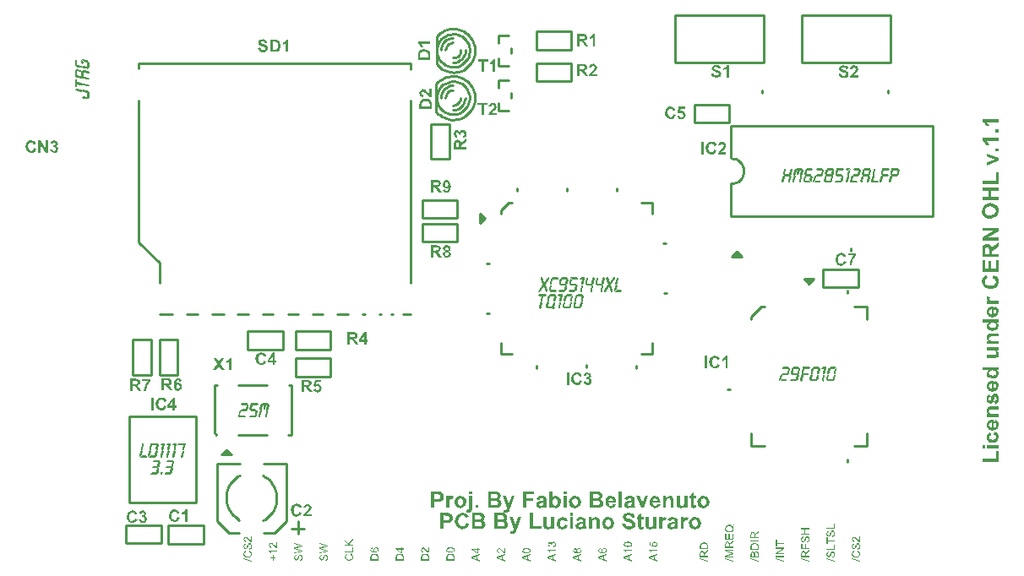
<source format=gto>
G04*
G04  File:            SD-MAPPER-FINAL_VERSION.GTO, Fri Dec 19 17:45:42 2014*
G04  Source:          P-CAD 2002 PCB (6/400) TRIAL VERSION - 1 days left, Version 17.01.22, (E:\Eletro\P-CAD_PCI\SD-Mapper\SD-Mapper-final_version.PCB)*
G04  Format:          Gerber Format (RS-274-D), ASCII*
G04*
G04  Format Options:  Absolute Positioning*
G04                   Leading-Zero Suppression*
G04                   Scale Factor 1:1*
G04                   NO Circular Interpolation*
G04                   Inch Units*
G04                   Numeric Format: 4.4 (XXXX.XXXX)*
G04                   G54 NOT Used for Aperture Change*
G04                   Apertures Embedded*
G04*
G04  File Options:    Offset = (0.0mil,0.0mil)*
G04                   Drill Symbol Size = 80.0mil*
G04                   No Pad/Via Holes*
G04*
G04  File Contents:   No Pads*
G04                   No Vias*
G04                   Designators*
G04                   No Types*
G04                   Values*
G04                   No Drill Symbols*
G04                   Top Silk*
G04*
%INSD-MAPPER-FINAL_VERSION.GTO*%
%ICAS*%
%MOIN*%
G04*
G04  Aperture MACROs for general use --- invoked via D-code assignment *
G04*
G04  General MACRO for flashed round with rotation and/or offset hole *
%AMROTOFFROUND*
1,1,$1,0.0000,0.0000*
1,0,$2,$3,$4*%
G04*
G04  General MACRO for flashed oval (obround) with rotation and/or offset hole *
%AMROTOFFOVAL*
21,1,$1,$2,0.0000,0.0000,$3*
1,1,$4,$5,$6*
1,1,$4,0-$5,0-$6*
1,0,$7,$8,$9*%
G04*
G04  General MACRO for flashed oval (obround) with rotation and no hole *
%AMROTOVALNOHOLE*
21,1,$1,$2,0.0000,0.0000,$3*
1,1,$4,$5,$6*
1,1,$4,0-$5,0-$6*%
G04*
G04  General MACRO for flashed rectangle with rotation and/or offset hole *
%AMROTOFFRECT*
21,1,$1,$2,0.0000,0.0000,$3*
1,0,$4,$5,$6*%
G04*
G04  General MACRO for flashed rectangle with rotation and no hole *
%AMROTRECTNOHOLE*
21,1,$1,$2,0.0000,0.0000,$3*%
G04*
G04  General MACRO for flashed rounded-rectangle *
%AMROUNDRECT*
21,1,$1,$2-$4,0.0000,0.0000,$3*
21,1,$1-$4,$2,0.0000,0.0000,$3*
1,1,$4,$5,$6*
1,1,$4,$7,$8*
1,1,$4,0-$5,0-$6*
1,1,$4,0-$7,0-$8*
1,0,$9,$10,$11*%
G04*
G04  General MACRO for flashed rounded-rectangle with rotation and no hole *
%AMROUNDRECTNOHOLE*
21,1,$1,$2-$4,0.0000,0.0000,$3*
21,1,$1-$4,$2,0.0000,0.0000,$3*
1,1,$4,$5,$6*
1,1,$4,$7,$8*
1,1,$4,0-$5,0-$6*
1,1,$4,0-$7,0-$8*%
G04*
G04  General MACRO for flashed regular polygon *
%AMREGPOLY*
5,1,$1,0.0000,0.0000,$2,$3+$4*
1,0,$5,$6,$7*%
G04*
G04  General MACRO for flashed regular polygon with no hole *
%AMREGPOLYNOHOLE*
5,1,$1,0.0000,0.0000,$2,$3+$4*%
G04*
G04  General MACRO for target *
%AMTARGET*
6,0,0,$1,$2,$3,4,$4,$5,$6*%
G04*
G04  General MACRO for mounting hole *
%AMMTHOLE*
1,1,$1,0,0*
1,0,$2,0,0*
$1=$1-$2*
$1=$1/2*
21,1,$2+$1,$3,0,0,$4*
21,1,$3,$2+$1,0,0,$4*%
G04*
G04*
G04  D10 : "Ellipse X10.0mil Y10.0mil H0.0mil 0.0deg (0.0mil,0.0mil) Draw"*
G04  Disc: OuterDia=0.0100*
%ADD10C, 0.0100*%
G04  D11 : "Ellipse X12.0mil Y12.0mil H0.0mil 0.0deg (0.0mil,0.0mil) Draw"*
G04  Disc: OuterDia=0.0120*
%ADD11C, 0.0120*%
G04  D12 : "Ellipse X15.0mil Y15.0mil H0.0mil 0.0deg (0.0mil,0.0mil) Draw"*
G04  Disc: OuterDia=0.0150*
%ADD12C, 0.0150*%
G04  D13 : "Ellipse X17.0mil Y17.0mil H0.0mil 0.0deg (0.0mil,0.0mil) Draw"*
G04  Disc: OuterDia=0.0170*
%ADD13C, 0.0170*%
G04  D14 : "Ellipse X18.0mil Y18.0mil H0.0mil 0.0deg (0.0mil,0.0mil) Draw"*
G04  Disc: OuterDia=0.0180*
%ADD14C, 0.0180*%
G04  D15 : "Ellipse X2.0mil Y2.0mil H0.0mil 0.0deg (0.0mil,0.0mil) Draw"*
G04  Disc: OuterDia=0.0020*
%ADD15C, 0.0020*%
G04  D16 : "Ellipse X20.0mil Y20.0mil H0.0mil 0.0deg (0.0mil,0.0mil) Draw"*
G04  Disc: OuterDia=0.0200*
%ADD16C, 0.0200*%
G04  D17 : "Ellipse X22.0mil Y22.0mil H0.0mil 0.0deg (0.0mil,0.0mil) Draw"*
G04  Disc: OuterDia=0.0220*
%ADD17C, 0.0220*%
G04  D18 : "Ellipse X24.0mil Y24.0mil H0.0mil 0.0deg (0.0mil,0.0mil) Draw"*
G04  Disc: OuterDia=0.0240*
%ADD18C, 0.0240*%
G04  D19 : "Ellipse X26.0mil Y26.0mil H0.0mil 0.0deg (0.0mil,0.0mil) Draw"*
G04  Disc: OuterDia=0.0260*
%ADD19C, 0.0260*%
G04  D20 : "Ellipse X34.0mil Y34.0mil H0.0mil 0.0deg (0.0mil,0.0mil) Draw"*
G04  Disc: OuterDia=0.0340*
%ADD20C, 0.0340*%
G04  D21 : "Ellipse X35.0mil Y35.0mil H0.0mil 0.0deg (0.0mil,0.0mil) Draw"*
G04  Disc: OuterDia=0.0350*
%ADD21C, 0.0350*%
G04  D22 : "Ellipse X40.0mil Y40.0mil H0.0mil 0.0deg (0.0mil,0.0mil) Draw"*
G04  Disc: OuterDia=0.0400*
%ADD22C, 0.0400*%
G04  D23 : "Ellipse X45.0mil Y45.0mil H0.0mil 0.0deg (0.0mil,0.0mil) Draw"*
G04  Disc: OuterDia=0.0450*
%ADD23C, 0.0450*%
G04  D24 : "Ellipse X8.0mil Y8.0mil H0.0mil 0.0deg (0.0mil,0.0mil) Draw"*
G04  Disc: OuterDia=0.0080*
%ADD24C, 0.0080*%
G04  D25 : "Ellipse X285.0mil Y285.0mil H0.0mil 0.0deg (0.0mil,0.0mil) Flash"*
G04  Disc: OuterDia=0.2850*
%ADD25C, 0.2850*%
G04  D26 : "Ellipse X59.0mil Y59.0mil H0.0mil 0.0deg (0.0mil,0.0mil) Flash"*
G04  Disc: OuterDia=0.0590*
%ADD26C, 0.0590*%
G04  D27 : "Ellipse X64.0mil Y64.0mil H0.0mil 0.0deg (0.0mil,0.0mil) Flash"*
G04  Disc: OuterDia=0.0640*
%ADD27C, 0.0640*%
G04  D28 : "Ellipse X68.0mil Y68.0mil H0.0mil 0.0deg (0.0mil,0.0mil) Flash"*
G04  Disc: OuterDia=0.0680*
%ADD28C, 0.0680*%
G04  D29 : "Ellipse X79.0mil Y79.0mil H0.0mil 0.0deg (0.0mil,0.0mil) Flash"*
G04  Disc: OuterDia=0.0790*
%ADD29C, 0.0790*%
G04  D30 : "Ellipse X83.0mil Y83.0mil H0.0mil 0.0deg (0.0mil,0.0mil) Flash"*
G04  Disc: OuterDia=0.0830*
%ADD30C, 0.0830*%
G04  D31 : "Mounting Hole X270.0mil Y270.0mil H0.0mil 0.0deg (0.0mil,0.0mil) Flash"*
G04  Mounting Hole: Diameter=0.2700, Rotation=0.0, LineWidth=0.0050 *
%ADD31MTHOLE, 0.2700 X0.2500 X0.0050 X0.0*%
G04  D32 : "Mounting Hole X44.0mil Y44.0mil H0.0mil 0.0deg (0.0mil,0.0mil) Flash"*
G04  Mounting Hole: Diameter=0.0440, Rotation=0.0, LineWidth=0.0050 *
%ADD32MTHOLE, 0.0440 X0.0240 X0.0050 X0.0*%
G04  D33 : "Mounting Hole X64.0mil Y64.0mil H0.0mil 0.0deg (0.0mil,0.0mil) Flash"*
G04  Mounting Hole: Diameter=0.0640, Rotation=0.0, LineWidth=0.0050 *
%ADD33MTHOLE, 0.0640 X0.0440 X0.0050 X0.0*%
G04  D34 : "Rounded Rectangle X196.9mil Y60.0mil H0.0mil 0.0deg (0.0mil,0.0mil) Flash"*
G04  RoundRct: DimX=0.1969, DimY=0.0600, CornerRad=0.0150, Rotation=0.0, OffsetX=0.0000, OffsetY=0.0000, HoleDia=0.0000 *
%ADD34ROUNDRECTNOHOLE, 0.1969 X0.0600 X0.0 X0.0300 X-0.0834 X-0.0150 X-0.0834 X0.0150*%
G04  D35 : "Rounded Rectangle X60.0mil Y350.0mil H0.0mil 0.0deg (0.0mil,0.0mil) Flash"*
G04  RoundRct: DimX=0.0600, DimY=0.3500, CornerRad=0.0150, Rotation=0.0, OffsetX=0.0000, OffsetY=0.0000, HoleDia=0.0000 *
%ADD35ROUNDRECTNOHOLE, 0.0600 X0.3500 X0.0 X0.0300 X-0.0150 X-0.1600 X-0.0150 X0.1600*%
G04  D36 : "Rounded Rectangle X60.0mil Y380.0mil H0.0mil 0.0deg (0.0mil,0.0mil) Flash"*
G04  RoundRct: DimX=0.0600, DimY=0.3800, CornerRad=0.0150, Rotation=0.0, OffsetX=0.0000, OffsetY=0.0000, HoleDia=0.0000 *
%ADD36ROUNDRECTNOHOLE, 0.0600 X0.3800 X0.0 X0.0300 X-0.0150 X-0.1750 X-0.0150 X0.1750*%
G04  D37 : "Rounded Rectangle X64.0mil Y64.0mil H0.0mil 0.0deg (0.0mil,0.0mil) Flash"*
G04  RoundRct: DimX=0.0640, DimY=0.0640, CornerRad=0.0160, Rotation=0.0, OffsetX=0.0000, OffsetY=0.0000, HoleDia=0.0000 *
%ADD37ROUNDRECTNOHOLE, 0.0640 X0.0640 X0.0 X0.0320 X-0.0160 X-0.0160 X-0.0160 X0.0160*%
G04  D38 : "Rounded Rectangle X211.9mil Y75.0mil H0.0mil 0.0deg (0.0mil,0.0mil) Flash"*
G04  RoundRct: DimX=0.2119, DimY=0.0750, CornerRad=0.0187, Rotation=0.0, OffsetX=0.0000, OffsetY=0.0000, HoleDia=0.0000 *
%ADD38ROUNDRECTNOHOLE, 0.2119 X0.0750 X0.0 X0.0375 X-0.0872 X-0.0187 X-0.0872 X0.0187*%
G04  D39 : "Rounded Rectangle X75.0mil Y365.0mil H0.0mil 0.0deg (0.0mil,0.0mil) Flash"*
G04  RoundRct: DimX=0.0750, DimY=0.3650, CornerRad=0.0187, Rotation=0.0, OffsetX=0.0000, OffsetY=0.0000, HoleDia=0.0000 *
%ADD39ROUNDRECTNOHOLE, 0.0750 X0.3650 X0.0 X0.0375 X-0.0187 X-0.1638 X-0.0187 X0.1638*%
G04  D40 : "Rounded Rectangle X75.0mil Y395.0mil H0.0mil 0.0deg (0.0mil,0.0mil) Flash"*
G04  RoundRct: DimX=0.0750, DimY=0.3950, CornerRad=0.0187, Rotation=0.0, OffsetX=0.0000, OffsetY=0.0000, HoleDia=0.0000 *
%ADD40ROUNDRECTNOHOLE, 0.0750 X0.3950 X0.0 X0.0375 X-0.0187 X-0.1788 X-0.0187 X0.1788*%
G04  D41 : "Rounded Rectangle X78.0mil Y78.0mil H0.0mil 0.0deg (0.0mil,0.0mil) Flash"*
G04  RoundRct: DimX=0.0780, DimY=0.0780, CornerRad=0.0195, Rotation=0.0, OffsetX=0.0000, OffsetY=0.0000, HoleDia=0.0000 *
%ADD41ROUNDRECTNOHOLE, 0.0780 X0.0780 X0.0 X0.0390 X-0.0195 X-0.0195 X-0.0195 X0.0195*%
G04  D42 : "Rounded Rectangle X79.0mil Y79.0mil H0.0mil 0.0deg (0.0mil,0.0mil) Flash"*
G04  RoundRct: DimX=0.0790, DimY=0.0790, CornerRad=0.0198, Rotation=0.0, OffsetX=0.0000, OffsetY=0.0000, HoleDia=0.0000 *
%ADD42ROUNDRECTNOHOLE, 0.0790 X0.0790 X0.0 X0.0395 X-0.0198 X-0.0198 X-0.0198 X0.0198*%
G04  D43 : "Rounded Rectangle X93.0mil Y93.0mil H0.0mil 0.0deg (0.0mil,0.0mil) Flash"*
G04  RoundRct: DimX=0.0930, DimY=0.0930, CornerRad=0.0233, Rotation=0.0, OffsetX=0.0000, OffsetY=0.0000, HoleDia=0.0000 *
%ADD43ROUNDRECTNOHOLE, 0.0930 X0.0930 X0.0 X0.0465 X-0.0233 X-0.0233 X-0.0233 X0.0233*%
G04  D44 : "Rectangle X11.8mil Y63.0mil H0.0mil 0.0deg (0.0mil,0.0mil) Flash"*
G04  Rectangular: DimX=0.0118, DimY=0.0630, Rotation=0.0, OffsetX=0.0000, OffsetY=0.0000, HoleDia=0.0000 *
%ADD44R, 0.0118 X0.0630*%
G04  D45 : "Rectangle X63.0mil Y11.8mil H0.0mil 0.0deg (0.0mil,0.0mil) Flash"*
G04  Rectangular: DimX=0.0630, DimY=0.0118, Rotation=0.0, OffsetX=0.0000, OffsetY=0.0000, HoleDia=0.0000 *
%ADD45R, 0.0630 X0.0118*%
G04  D46 : "Rectangle X141.7mil Y86.6mil H0.0mil 0.0deg (0.0mil,0.0mil) Flash"*
G04  Rectangular: DimX=0.1417, DimY=0.0866, Rotation=0.0, OffsetX=0.0000, OffsetY=0.0000, HoleDia=0.0000 *
%ADD46R, 0.1417 X0.0866*%
G04  D47 : "Rectangle X156.7mil Y101.6mil H0.0mil 0.0deg (0.0mil,0.0mil) Flash"*
G04  Rectangular: DimX=0.1567, DimY=0.1016, Rotation=0.0, OffsetX=0.0000, OffsetY=0.0000, HoleDia=0.0000 *
%ADD47R, 0.1567 X0.1016*%
G04  D48 : "Rectangle X23.6mil Y78.7mil H0.0mil 0.0deg (0.0mil,0.0mil) Flash"*
G04  Rectangular: DimX=0.0236, DimY=0.0787, Rotation=0.0, OffsetX=0.0000, OffsetY=0.0000, HoleDia=0.0000 *
%ADD48R, 0.0236 X0.0787*%
G04  D49 : "Rectangle X78.7mil Y23.6mil H0.0mil 0.0deg (0.0mil,0.0mil) Flash"*
G04  Rectangular: DimX=0.0787, DimY=0.0236, Rotation=0.0, OffsetX=0.0000, OffsetY=0.0000, HoleDia=0.0000 *
%ADD49R, 0.0787 X0.0236*%
G04  D50 : "Rectangle X23.6mil Y86.6mil H0.0mil 0.0deg (0.0mil,0.0mil) Flash"*
G04  Rectangular: DimX=0.0236, DimY=0.0866, Rotation=0.0, OffsetX=0.0000, OffsetY=0.0000, HoleDia=0.0000 *
%ADD50R, 0.0236 X0.0866*%
G04  D51 : "Rectangle X26.0mil Y60.0mil H0.0mil 0.0deg (0.0mil,0.0mil) Flash"*
G04  Rectangular: DimX=0.0260, DimY=0.0600, Rotation=0.0, OffsetX=0.0000, OffsetY=0.0000, HoleDia=0.0000 *
%ADD51R, 0.0260 X0.0600*%
G04  D52 : "Rectangle X26.8mil Y78.0mil H0.0mil 0.0deg (0.0mil,0.0mil) Flash"*
G04  Rectangular: DimX=0.0268, DimY=0.0780, Rotation=0.0, OffsetX=0.0000, OffsetY=0.0000, HoleDia=0.0000 *
%ADD52R, 0.0268 X0.0780*%
G04  D53 : "Rectangle X78.0mil Y26.8mil H0.0mil 0.0deg (0.0mil,0.0mil) Flash"*
G04  Rectangular: DimX=0.0780, DimY=0.0268, Rotation=0.0, OffsetX=0.0000, OffsetY=0.0000, HoleDia=0.0000 *
%ADD53R, 0.0780 X0.0268*%
G04  D54 : "Rectangle X32.0mil Y32.0mil H0.0mil 0.0deg (0.0mil,0.0mil) Flash"*
G04  Square: Side=0.0320, Rotation=0.0, OffsetX=0.0000, OffsetY=0.0000, HoleDia=0.0000*
%ADD54R, 0.0320 X0.0320*%
G04  D55 : "Rectangle X38.6mil Y101.6mil H0.0mil 0.0deg (0.0mil,0.0mil) Flash"*
G04  Rectangular: DimX=0.0386, DimY=0.1016, Rotation=0.0, OffsetX=0.0000, OffsetY=0.0000, HoleDia=0.0000 *
%ADD55R, 0.0386 X0.1016*%
G04  D56 : "Rectangle X38.6mil Y93.7mil H0.0mil 0.0deg (0.0mil,0.0mil) Flash"*
G04  Rectangular: DimX=0.0386, DimY=0.0937, Rotation=0.0, OffsetX=0.0000, OffsetY=0.0000, HoleDia=0.0000 *
%ADD56R, 0.0386 X0.0937*%
G04  D57 : "Rectangle X93.7mil Y38.6mil H0.0mil 0.0deg (0.0mil,0.0mil) Flash"*
G04  Rectangular: DimX=0.0937, DimY=0.0386, Rotation=0.0, OffsetX=0.0000, OffsetY=0.0000, HoleDia=0.0000 *
%ADD57R, 0.0937 X0.0386*%
G04  D58 : "Rectangle X40.0mil Y60.0mil H0.0mil 0.0deg (0.0mil,0.0mil) Flash"*
G04  Rectangular: DimX=0.0400, DimY=0.0600, Rotation=0.0, OffsetX=0.0000, OffsetY=0.0000, HoleDia=0.0000 *
%ADD58R, 0.0400 X0.0600*%
G04  D59 : "Rectangle X41.0mil Y75.0mil H0.0mil 0.0deg (0.0mil,0.0mil) Flash"*
G04  Rectangular: DimX=0.0410, DimY=0.0750, Rotation=0.0, OffsetX=0.0000, OffsetY=0.0000, HoleDia=0.0000 *
%ADD59R, 0.0410 X0.0750*%
G04  D60 : "Rectangle X47.0mil Y47.0mil H0.0mil 0.0deg (0.0mil,0.0mil) Flash"*
G04  Square: Side=0.0470, Rotation=0.0, OffsetX=0.0000, OffsetY=0.0000, HoleDia=0.0000*
%ADD60R, 0.0470 X0.0470*%
G04  D61 : "Rectangle X47.2mil Y86.6mil H0.0mil 0.0deg (0.0mil,0.0mil) Flash"*
G04  Rectangular: DimX=0.0472, DimY=0.0866, Rotation=0.0, OffsetX=0.0000, OffsetY=0.0000, HoleDia=0.0000 *
%ADD61R, 0.0472 X0.0866*%
G04  D62 : "Rectangle X51.2mil Y59.1mil H0.0mil 0.0deg (0.0mil,0.0mil) Flash"*
G04  Rectangular: DimX=0.0512, DimY=0.0591, Rotation=0.0, OffsetX=0.0000, OffsetY=0.0000, HoleDia=0.0000 *
%ADD62R, 0.0512 X0.0591*%
G04  D63 : "Rectangle X59.1mil Y51.2mil H0.0mil 0.0deg (0.0mil,0.0mil) Flash"*
G04  Rectangular: DimX=0.0591, DimY=0.0512, Rotation=0.0, OffsetX=0.0000, OffsetY=0.0000, HoleDia=0.0000 *
%ADD63R, 0.0591 X0.0512*%
G04  D64 : "Rectangle X55.0mil Y75.0mil H0.0mil 0.0deg (0.0mil,0.0mil) Flash"*
G04  Rectangular: DimX=0.0550, DimY=0.0750, Rotation=0.0, OffsetX=0.0000, OffsetY=0.0000, HoleDia=0.0000 *
%ADD64R, 0.0550 X0.0750*%
G04  D65 : "Rectangle X58.0mil Y110.0mil H0.0mil 0.0deg (0.0mil,0.0mil) Flash"*
G04  Rectangular: DimX=0.0580, DimY=0.1100, Rotation=0.0, OffsetX=0.0000, OffsetY=0.0000, HoleDia=0.0000 *
%ADD65R, 0.0580 X0.1100*%
G04  D66 : "Rectangle X62.2mil Y101.6mil H0.0mil 0.0deg (0.0mil,0.0mil) Flash"*
G04  Rectangular: DimX=0.0622, DimY=0.1016, Rotation=0.0, OffsetX=0.0000, OffsetY=0.0000, HoleDia=0.0000 *
%ADD66R, 0.0622 X0.1016*%
G04  D67 : "Rectangle X66.2mil Y74.1mil H0.0mil 0.0deg (0.0mil,0.0mil) Flash"*
G04  Rectangular: DimX=0.0662, DimY=0.0741, Rotation=0.0, OffsetX=0.0000, OffsetY=0.0000, HoleDia=0.0000 *
%ADD67R, 0.0662 X0.0741*%
G04  D68 : "Rectangle X74.1mil Y66.2mil H0.0mil 0.0deg (0.0mil,0.0mil) Flash"*
G04  Rectangular: DimX=0.0741, DimY=0.0662, Rotation=0.0, OffsetX=0.0000, OffsetY=0.0000, HoleDia=0.0000 *
%ADD68R, 0.0741 X0.0662*%
G04  D69 : "Rectangle X72.0mil Y80.0mil H0.0mil 0.0deg (0.0mil,0.0mil) Flash"*
G04  Rectangular: DimX=0.0720, DimY=0.0800, Rotation=0.0, OffsetX=0.0000, OffsetY=0.0000, HoleDia=0.0000 *
%ADD69R, 0.0720 X0.0800*%
G04  D70 : "Rectangle X73.0mil Y125.0mil H0.0mil 0.0deg (0.0mil,0.0mil) Flash"*
G04  Rectangular: DimX=0.0730, DimY=0.1250, Rotation=0.0, OffsetX=0.0000, OffsetY=0.0000, HoleDia=0.0000 *
%ADD70R, 0.0730 X0.1250*%
G04  D71 : "Rectangle X80.0mil Y110.0mil H0.0mil 0.0deg (0.0mil,0.0mil) Flash"*
G04  Rectangular: DimX=0.0800, DimY=0.1100, Rotation=0.0, OffsetX=0.0000, OffsetY=0.0000, HoleDia=0.0000 *
%ADD71R, 0.0800 X0.1100*%
G04  D72 : "Rectangle X87.0mil Y95.0mil H0.0mil 0.0deg (0.0mil,0.0mil) Flash"*
G04  Rectangular: DimX=0.0870, DimY=0.0950, Rotation=0.0, OffsetX=0.0000, OffsetY=0.0000, HoleDia=0.0000 *
%ADD72R, 0.0870 X0.0950*%
G04  D73 : "Rectangle X95.0mil Y125.0mil H0.0mil 0.0deg (0.0mil,0.0mil) Flash"*
G04  Rectangular: DimX=0.0950, DimY=0.1250, Rotation=0.0, OffsetX=0.0000, OffsetY=0.0000, HoleDia=0.0000 *
%ADD73R, 0.0950 X0.1250*%
G04  D74 : "Ellipse X44.0mil Y44.0mil H0.0mil 0.0deg (0.0mil,0.0mil) Flash"*
G04  Disc: OuterDia=0.0440*
%ADD74C, 0.0440*%
G04*
%FSLAX44Y44*%
%SFA1B1*%
%OFA0.0000B0.0000*%
G04*
G70*
G90*
G01*
D2*
%LNTop Silk*%
D10*
X37770Y69380*
X37300Y69850D1*
X38170Y69380D2*
X37770D1*
X38180Y72120D2*
X37300D1*
X37591Y72520D2*
X37728D1*
X37641Y72570D2*
X37678D1*
X37660Y72659D2*
X37470Y72470D1*
X37849*
X37660Y72659*
X39111Y71642D2*
X39195Y71591D1*
X39275Y71532*
X39348Y71465*
X39414Y71392*
X39473Y71312*
X39524Y71227*
X39565Y71137*
X39598Y71044*
X39622Y70948*
X39635Y70850*
X39639Y70751*
X39634Y70652*
X39618Y70554*
X39593Y70458*
X39559Y70366*
X39515Y70277*
X39463Y70193*
X39403Y70114*
X39336Y70042*
X39261Y69976*
X39181Y69919*
X39095Y69869*
X40040Y69850D2*
X39570Y69380D1*
X39130*
X40040Y72120D2*
X39130D1*
X47720Y81768D2*
X47757D1*
X47720Y81805D2*
X47782D1*
X47720Y81842D2*
X47745D1*
X47670Y81989D2*
Y81610D1*
X47859Y81800*
X47670Y81989*
X49906Y75986D2*
Y75887D1*
X49116Y82986D2*
Y82887D1*
X51876Y75996D2*
Y75897D1*
X53836Y75976D2*
Y75877D1*
X53053Y82883D2*
Y82982D1*
X51086Y82986D2*
Y82887D1*
X54923Y78846D2*
X55022D1*
X54903Y80806D2*
X55002D1*
X57731Y80340D2*
X57868D1*
X57781Y80390D2*
X57818D1*
X57800Y80479D2*
X57610Y80290D1*
X57989*
X57800Y80479*
X58796Y86846D2*
Y86747D1*
X62156Y72266D2*
Y72167D1*
X60590Y79331D2*
X60690D1*
X60829Y79400D2*
X60450D1*
X60640Y79210*
X60829Y79400*
X62156Y78936D2*
Y78837D1*
X62286Y80596D2*
Y80497D1*
X63776Y86846D2*
Y86747D1*
X37300Y72120D2*
Y69850D1*
X40040Y72120D2*
Y69850D1*
X57423Y75046D2*
X57522D1*
X47933Y80016D2*
X48032D1*
X47943Y78046D2*
X48042D1*
X45385Y81815D2*
X46074D1*
X45385Y82524D2*
X46074D1*
X45385D2*
Y81815D1*
X46762Y82524D2*
Y81815D1*
X46074*
X46762Y82524D2*
X46074D1*
X45951Y87867D2*
X46018Y87796D1*
X46092Y87732*
X46173Y87678*
X46260Y87634*
X46352Y87599*
X46446Y87575*
X46543Y87562*
X46641Y87560*
X46738Y87569*
X46834Y87589*
X46926Y87620*
X47015Y87661*
X47098Y87712*
X47176Y87772*
X47245Y87840*
X47307Y87916*
X47359Y87999*
X47402Y88086*
X47435Y88178*
X47457Y88274*
X47468Y88371*
Y88468*
X47457Y88565*
X47435Y88661*
X47402Y88753*
X47359Y88840*
X47307Y88923*
X47245Y88999*
X47176Y89067*
X47098Y89127*
X47015Y89178*
X46926Y89219*
X46834Y89250*
X46738Y89270*
X46641Y89279*
X46543Y89277*
X46446Y89264*
X46352Y89240*
X46260Y89205*
X46173Y89161*
X46092Y89107*
X46018Y89043*
X45951Y88972*
X45960Y88420D2*
X45967Y88320D1*
X45990Y88223*
X46027Y88131*
X46078Y88046*
X46141Y87969*
X46215Y87903*
X46299Y87848*
X46390Y87808*
X46486Y87781*
X46585Y87770*
X46684Y87774*
X46782Y87793*
X46875Y87826*
X46963Y87874*
X47042Y87934*
X47111Y88006*
X47168Y88087*
X47212Y88177*
X47242Y88271*
X47258Y88370*
Y88469*
X47242Y88568*
X47212Y88662*
X47168Y88752*
X47111Y88833*
X47042Y88905*
X46963Y88965*
X46875Y89013*
X46782Y89046*
X46684Y89065*
X46585Y89069*
X46486Y89058*
X46390Y89031*
X46299Y88991*
X46215Y88936*
X46141Y88870*
X46078Y88793*
X46027Y88708*
X45990Y88616*
X45967Y88519*
X45960Y88420*
X46610Y87950D2*
X46703Y87959D1*
X46793Y87986*
X46876Y88030*
X46949Y88090*
X47009Y88163*
X47053Y88246*
X47080Y88336*
X47090Y88430*
X46610Y88910D2*
X46516Y88900D1*
X46426Y88873*
X46343Y88829*
X46270Y88769*
X46210Y88696*
X46166Y88613*
X46139Y88523*
X46130Y88430*
X46610Y88130D2*
X46702Y88144D1*
X46786Y88187*
X46852Y88253*
X46895Y88337*
X46910Y88430*
X46610Y88730D2*
X46517Y88715D1*
X46433Y88672*
X46367Y88606*
X46324Y88522*
X46310Y88430*
X45950Y88960D2*
Y87880D1*
X61205Y79085D2*
X61894D1*
X61205Y79794D2*
X61894D1*
X61205D2*
Y79085D1*
X62582Y79794D2*
Y79085D1*
X61894*
X62582Y79794D2*
X61894D1*
X33705Y68965D2*
X34394D1*
X33705Y69674D2*
X34394D1*
X33705D2*
Y68965D1*
X35082Y69674D2*
Y68965D1*
X34394*
X35082Y69674D2*
X34394D1*
X33975Y77004D2*
Y76315D1*
X34684Y77004D2*
Y76315D1*
Y77004D2*
X33975D1*
X34684Y75627D2*
X33975D1*
Y76315*
X34684Y75627D2*
Y76315D1*
X35035Y77004D2*
Y76315D1*
X35744Y77004D2*
Y76315D1*
Y77004D2*
X35035D1*
X35744Y75627D2*
X35035D1*
Y76315*
X35744Y75627D2*
Y76315D1*
X41774Y76264D2*
X41085D1*
X41774Y75555D2*
X41085D1*
X41774D2*
Y76264D1*
X40397Y75555D2*
Y76264D1*
X41085*
X40397Y75555D2*
X41085D1*
X45385Y80875D2*
X46074D1*
X45385Y81584D2*
X46074D1*
X45385D2*
Y80875D1*
X46762Y81584D2*
Y80875D1*
X46074*
X46762Y81584D2*
X46074D1*
X45941Y85997D2*
X46008Y85926D1*
X46082Y85862*
X46163Y85808*
X46250Y85764*
X46342Y85729*
X46436Y85705*
X46533Y85692*
X46631Y85690*
X46728Y85699*
X46824Y85719*
X46916Y85750*
X47005Y85791*
X47088Y85842*
X47166Y85902*
X47235Y85970*
X47297Y86046*
X47349Y86129*
X47392Y86216*
X47425Y86308*
X47447Y86404*
X47458Y86501*
Y86598*
X47447Y86695*
X47425Y86791*
X47392Y86883*
X47349Y86970*
X47297Y87053*
X47235Y87129*
X47166Y87197*
X47088Y87257*
X47005Y87308*
X46916Y87349*
X46824Y87380*
X46728Y87400*
X46631Y87409*
X46533Y87407*
X46436Y87394*
X46342Y87370*
X46250Y87335*
X46163Y87291*
X46082Y87237*
X46008Y87173*
X45941Y87102*
X45950Y86550D2*
X45957Y86450D1*
X45980Y86353*
X46017Y86261*
X46068Y86176*
X46131Y86099*
X46205Y86033*
X46289Y85978*
X46380Y85938*
X46476Y85911*
X46575Y85900*
X46674Y85904*
X46772Y85923*
X46865Y85956*
X46953Y86004*
X47032Y86064*
X47101Y86136*
X47158Y86217*
X47202Y86307*
X47232Y86401*
X47248Y86500*
Y86599*
X47232Y86698*
X47202Y86792*
X47158Y86882*
X47101Y86963*
X47032Y87035*
X46953Y87095*
X46865Y87143*
X46772Y87176*
X46674Y87195*
X46575Y87199*
X46476Y87188*
X46380Y87161*
X46289Y87121*
X46205Y87066*
X46131Y87000*
X46068Y86923*
X46017Y86838*
X45980Y86746*
X45957Y86649*
X45950Y86550*
X46600Y86080D2*
X46693Y86089D1*
X46783Y86116*
X46866Y86160*
X46939Y86220*
X46999Y86293*
X47043Y86376*
X47070Y86466*
X47080Y86560*
X46600Y87040D2*
X46506Y87030D1*
X46416Y87003*
X46333Y86959*
X46260Y86899*
X46200Y86826*
X46156Y86743*
X46129Y86653*
X46120Y86560*
X46600Y86260D2*
X46692Y86274D1*
X46776Y86317*
X46842Y86383*
X46885Y86467*
X46900Y86560*
X46600Y86860D2*
X46507Y86845D1*
X46423Y86802*
X46357Y86736*
X46314Y86652*
X46300Y86560*
X45940Y87090D2*
Y86010D1*
X46454Y84135D2*
Y84824D1*
X45745Y84135D2*
Y84824D1*
Y84135D2*
X46454D1*
X45745Y85512D2*
X46454D1*
Y84824*
X45745Y85512D2*
Y84824D1*
X38194Y71660D2*
X38108Y71610D1*
X38028Y71553*
X37953Y71487*
X37886Y71415*
X37826Y71336*
X37774Y71252*
X37730Y71163*
X37696Y71071*
X37671Y70975*
X37655Y70877*
X37650Y70778*
X37654Y70679*
X37667Y70581*
X37691Y70485*
X37724Y70392*
X37765Y70302*
X37816Y70217*
X37875Y70137*
X37941Y70064*
X38014Y69997*
X38094Y69938*
X38178Y69887*
X40730Y69560D2*
X40230D1*
X40480Y69330D2*
Y69830D1*
X41764Y77334D2*
X41075D1*
X41764Y76625D2*
X41075D1*
X41764D2*
Y77334D1*
X40387Y76625D2*
Y77334D1*
X41075*
X40387Y76625D2*
X41075D1*
X38505D2*
X39194D1*
X38505Y77334D2*
X39194D1*
X38505D2*
Y76625D1*
X39882Y77334D2*
Y76625D1*
X39194*
X39882Y77334D2*
X39194D1*
X56115Y85575D2*
X56804D1*
X56115Y86284D2*
X56804D1*
X56115D2*
Y85575D1*
X57492Y86284D2*
Y85575D1*
X56804*
X57492Y86284D2*
X56804D1*
X49885Y88455D2*
X50574D1*
X49885Y89164D2*
X50574D1*
X49885D2*
Y88455D1*
X51262Y89164D2*
Y88455D1*
X50574*
X51262Y89164D2*
X50574D1*
X49895Y87205D2*
X50584D1*
X49895Y87914D2*
X50584D1*
X49895D2*
Y87205D1*
X51272Y87914D2*
Y87205D1*
X50584*
X51272Y87914D2*
X50584D1*
X55370Y89810D2*
X58870D1*
Y87960D2*
Y89810D1*
X55370Y87960D2*
X58870D1*
X55370D2*
Y89810D1*
X35375Y68955D2*
X36064D1*
X35375Y69664D2*
X36064D1*
X35375D2*
Y68955D1*
X36752Y69664D2*
Y68955D1*
X36064*
X36752Y69664D2*
X36064D1*
X33826Y73993D2*
Y70567D1*
X36464Y73993D2*
Y70567D1*
X33826*
X36464Y73993D2*
X33826D1*
X48390Y87820D2*
Y88120D1*
X48790Y87820D2*
X48390D1*
Y88720D2*
Y89020D1*
X48790D2*
X48390D1*
X48890Y88320D2*
Y88520D1*
X60370Y89810D2*
X63870D1*
Y87960D2*
Y89810D1*
X60370Y87960D2*
X63870D1*
X60370D2*
Y89810D1*
X48804Y82419D2*
X48923D1*
X48490Y76435D2*
X48923D1*
X48490Y82104D2*
Y81986D1*
Y82104D2*
X48804Y82419D1*
X54474Y76435D2*
X54041D1*
X54474Y82419D2*
Y81986D1*
Y82419D2*
X54041D1*
X48490Y76435D2*
Y76868D1*
X54474Y76435D2*
Y76868D1*
X48390Y86030D2*
Y86330D1*
X48790Y86030D2*
X48390D1*
Y86930D2*
Y87230D1*
X48790D2*
X48390D1*
X48890Y86530D2*
Y86730D1*
X44920Y87900D2*
X34210D1*
X35040Y80030D2*
X34210Y80860D1*
X42450Y78020D2*
X42030D1*
X41470D2*
X41050D1*
X40490D2*
X40080D1*
X39500D2*
X39090D1*
X38520D2*
X38110D1*
X37560D2*
X37110D1*
X36540D2*
X36090D1*
X35540D2*
X35040D1*
Y80030D2*
Y79230D1*
X34210Y86450D2*
Y80860D1*
Y87900D2*
Y87700D1*
X44920Y78020D2*
X44640D1*
X44920Y86450D2*
Y79230D1*
Y87900D2*
Y87690D1*
X43130Y78020D2*
X43020D1*
X43750D2*
X43690D1*
X44220D2*
X44170D1*
X37180Y75200D2*
X37280D1*
X40120D2*
X40220D1*
X38130D2*
X39270D1*
X40110Y73240D2*
X40220D1*
Y75200*
X38120Y73240D2*
X39270D1*
X37180Y73330D2*
X37270Y73240D1*
X37180Y73330D2*
Y75200D1*
X57573Y81882D2*
Y83169D1*
X65526Y81882D2*
X57573D1*
Y85457D2*
X65526D1*
Y81882*
X57573Y84169D2*
Y85457D1*
Y84169D2*
X57671Y84160D1*
X57764Y84131*
X57851Y84085*
X57927Y84023*
X57989Y83947*
X58035Y83861*
X58064Y83767*
X58073Y83669*
X58064Y83572*
X58035Y83478*
X57989Y83391*
X57927Y83316*
X57851Y83253*
X57764Y83207*
X57671Y83179*
X57573Y83169*
X58376Y77926D2*
Y77827D1*
Y72808D2*
X58888D1*
X58376D2*
Y73320D1*
X62943Y72808D2*
X62431D1*
X62943D2*
Y73320D1*
X58376Y77926D2*
X58770Y78320D1*
X58896*
X62943D2*
Y77808D1*
Y78320D2*
X62431D1*
D2*
D24*
%LNTop Silk_POS_GLYPHS*%
%LPD*%
G36*
X44662Y68294*
X44342D1*
Y68404*
X44344Y68441*
X44346Y68461*
X44359Y68491*
X44369Y68507*
X44402Y68533*
X44424Y68546*
X44471Y68555*
X44500Y68558*
X44542Y68554*
X44565Y68549*
X44595Y68536*
X44612Y68528*
X44631Y68510*
X44641Y68499*
X44651Y68475*
X44656Y68460*
X44660Y68429*
X44662Y68409*
Y68294*
G37*
G36*
Y68727D2*
X44585D1*
Y68588*
X44549*
X44342Y68734*
Y68766*
X44549*
Y68809*
X44585*
Y68766*
X44662*
Y68727*
G37*
G36*
X43662Y68294D2*
X43342D1*
Y68404*
X43344Y68441*
X43346Y68461*
X43359Y68491*
X43369Y68507*
X43402Y68533*
X43424Y68546*
X43471Y68555*
X43500Y68558*
X43542Y68554*
X43565Y68549*
X43595Y68536*
X43612Y68528*
X43631Y68510*
X43641Y68499*
X43651Y68475*
X43656Y68460*
X43660Y68429*
X43662Y68409*
Y68294*
G37*
G36*
X43420Y68805D2*
X43423Y68766D1*
X43401Y68758*
X43390Y68751*
X43377Y68728*
X43373Y68712*
X43378Y68690*
X43384Y68678*
X43407Y68659*
X43423Y68649*
X43467Y68641*
X43497Y68638*
X43476Y68659*
X43465Y68673*
X43457Y68699*
X43454Y68716*
X43469Y68759*
X43483Y68783*
X43528Y68804*
X43558Y68811*
X43594Y68804*
X43614Y68797*
X43640Y68776*
X43654Y68762*
X43664Y68730*
X43667Y68710*
X43649Y68658*
X43631Y68630*
X43563Y68607*
X43512Y68599*
X43422Y68616*
X43378Y68634*
X43350Y68681*
X43340Y68714*
X43351Y68755*
X43362Y68776*
X43396Y68797*
X43420Y68805*
G37*
G36*
X47662Y68259D2*
X47342Y68381D1*
Y68428*
X47662Y68558*
Y68510*
X47565Y68473*
Y68338*
X47662Y68304*
Y68259*
G37*
G36*
Y68702D2*
X47585D1*
Y68564*
X47549*
X47342Y68710*
Y68742*
X47549*
Y68785*
X47585*
Y68742*
X47662*
Y68702*
G37*
G36*
X45662Y68294D2*
X45342D1*
Y68404*
X45344Y68441*
X45346Y68461*
X45359Y68491*
X45369Y68507*
X45402Y68533*
X45424Y68546*
X45471Y68555*
X45500Y68558*
X45542Y68554*
X45565Y68549*
X45595Y68536*
X45612Y68528*
X45631Y68510*
X45641Y68499*
X45651Y68475*
X45656Y68460*
X45660Y68429*
X45662Y68409*
Y68294*
G37*
G36*
X45624Y68808D2*
X45662D1*
Y68596*
X45645Y68598*
X45635Y68600*
X45608Y68615*
X45592Y68626*
X45563Y68657*
X45544Y68678*
X45499Y68726*
X45476Y68748*
X45446Y68762*
X45428Y68767*
X45403Y68758*
X45389Y68750*
X45377Y68724*
X45373Y68706*
X45381Y68676*
X45390Y68660*
X45418Y68647*
X45437Y68643*
X45433Y68603*
X45388Y68619*
X45364Y68634*
X45346Y68677*
X45340Y68707*
X45353Y68755*
X45366Y68780*
X45404Y68800*
X45430Y68807*
X45453Y68803*
X45467Y68799*
X45492Y68784*
X45507Y68773*
X45540Y68738*
X45562Y68713*
X45590Y68681*
X45603Y68667*
X45616Y68656*
X45624Y68650*
Y68808*
G37*
G36*
X46662Y68294D2*
X46342D1*
Y68404*
X46344Y68441*
X46346Y68461*
X46359Y68491*
X46369Y68507*
X46402Y68533*
X46424Y68546*
X46471Y68555*
X46500Y68558*
X46542Y68554*
X46565Y68549*
X46595Y68536*
X46612Y68528*
X46631Y68510*
X46641Y68499*
X46651Y68475*
X46656Y68460*
X46660Y68429*
X46662Y68409*
Y68294*
G37*
G36*
X46504Y68601D2*
X46444Y68607D1*
X46413Y68613*
X46377Y68633*
X46359Y68647*
X46345Y68682*
X46340Y68705*
X46346Y68734*
X46351Y68750*
X46369Y68771*
X46381Y68782*
X46410Y68795*
X46428Y68802*
X46473Y68808*
X46504Y68809*
X46564Y68804*
X46595Y68798*
X46631Y68778*
X46649Y68763*
X46663Y68728*
X46667Y68705*
X46651Y68657*
X46635Y68632*
X46559Y68609*
X46504Y68601*
G37*
G36*
X49662Y68259D2*
X49342Y68381D1*
Y68428*
X49662Y68558*
Y68510*
X49565Y68473*
Y68338*
X49662Y68304*
Y68259*
G37*
G36*
X49504Y68577D2*
X49444Y68582D1*
X49413Y68588*
X49377Y68608*
X49359Y68622*
X49345Y68657*
X49340Y68681*
X49346Y68710*
X49351Y68726*
X49369Y68747*
X49381Y68758*
X49410Y68771*
X49428Y68777*
X49473Y68783*
X49504Y68785*
X49564Y68779*
X49595Y68773*
X49631Y68753*
X49649Y68739*
X49663Y68704*
X49667Y68681*
X49651Y68633*
X49635Y68608*
X49559Y68584*
X49504Y68577*
G37*
G36*
X48662Y68259D2*
X48342Y68381D1*
Y68428*
X48662Y68558*
Y68510*
X48565Y68473*
Y68338*
X48662Y68304*
Y68259*
G37*
G36*
X48624Y68783D2*
X48662D1*
Y68571*
X48645Y68573*
X48635Y68575*
X48608Y68591*
X48592Y68602*
X48563Y68632*
X48544Y68653*
X48499Y68702*
X48476Y68724*
X48446Y68738*
X48428Y68742*
X48403Y68734*
X48389Y68725*
X48377Y68699*
X48373Y68681*
X48381Y68651*
X48390Y68636*
X48418Y68623*
X48437Y68619*
X48433Y68578*
X48388Y68595*
X48364Y68609*
X48346Y68652*
X48340Y68682*
X48353Y68730*
X48366Y68756*
X48404Y68776*
X48430Y68783*
X48453Y68778*
X48467Y68774*
X48492Y68759*
X48507Y68748*
X48540Y68713*
X48562Y68688*
X48590Y68656*
X48603Y68642*
X48616Y68631*
X48624Y68625*
Y68783*
G37*
G36*
X52662Y68259D2*
X52342Y68381D1*
Y68428*
X52662Y68558*
Y68510*
X52565Y68473*
Y68338*
X52662Y68304*
Y68259*
G37*
G36*
X52420Y68781D2*
X52423Y68742D1*
X52401Y68733*
X52390Y68727*
X52377Y68703*
X52373Y68687*
X52378Y68666*
X52384Y68654*
X52407Y68635*
X52423Y68625*
X52467Y68616*
X52497Y68614*
X52476Y68634*
X52465Y68648*
X52457Y68675*
X52454Y68691*
X52469Y68735*
X52483Y68758*
X52528Y68779*
X52558Y68786*
X52594Y68780*
X52614Y68773*
X52640Y68752*
X52654Y68737*
X52664Y68706*
X52667Y68686*
X52649Y68633*
X52631Y68606*
X52563Y68583*
X52512Y68575*
X52422Y68592*
X52378Y68609*
X52350Y68657*
X52340Y68690*
X52351Y68730*
X52362Y68751*
X52396Y68772*
X52420Y68781*
G37*
G36*
X51662Y68259D2*
X51342Y68381D1*
Y68428*
X51662Y68558*
Y68510*
X51565Y68473*
Y68338*
X51662Y68304*
Y68259*
G37*
G36*
X51488Y68637D2*
X51473Y68613D1*
X51463Y68601*
X51439Y68592*
X51423Y68589*
X51385Y68602*
X51364Y68614*
X51346Y68654*
X51340Y68681*
X51353Y68725*
X51365Y68748*
X51401Y68767*
X51424Y68774*
X51449Y68768*
X51463Y68762*
X51480Y68741*
X51488Y68726*
X51506Y68756*
X51519Y68771*
X51550Y68783*
X51570Y68787*
X51615Y68772*
X51639Y68758*
X51660Y68712*
X51667Y68681*
X51653Y68631*
X51639Y68605*
X51597Y68583*
X51569Y68576*
X51535Y68584*
X51517Y68592*
X51497Y68618*
X51488Y68637*
G37*
G36*
X34972Y72173D2*
X34791D1*
X34758Y72215*
X34804Y72256*
X34972*
X34988Y72255*
X34996Y72253*
X35006Y72245*
X35012Y72238*
X35025Y72218*
X34972Y72173*
G37*
G36*
X34941Y72009D2*
X34970Y72176D1*
X35027Y72217*
X35043Y72202*
X35051Y72184*
X35054Y72173*
X35052Y72167*
X35051Y72163*
X35030Y72037*
X35016Y72009*
X35005Y71994*
X34977Y71972*
X34941Y72009*
G37*
G36*
X34760Y72012D2*
X34941D1*
X34976Y71969*
X34929Y71928*
X34748*
X34715Y71971*
X34760Y72012*
G37*
G36*
X34898Y71762D2*
X34927Y71929D1*
X34977Y71969*
X34996Y71951*
X35006Y71932*
X35009Y71920*
X35008Y71911*
X35007Y71905*
X34984Y71775*
X34980Y71762*
X34977Y71755*
X34968Y71745*
X34960Y71738*
X34934Y71720*
X34898Y71762*
G37*
G36*
X34718Y71766D2*
X34899D1*
X34934Y71718*
X34912Y71696*
X34885Y71686*
X34866Y71683*
X34698*
X34667Y71724*
X34718Y71766*
G37*
G36*
X35156D2*
X35142Y71683D1*
X35060*
X35072Y71766*
X35156*
G37*
G36*
X35519Y72173D2*
X35338D1*
X35306Y72215*
X35352Y72256*
X35519*
X35535Y72255*
X35544Y72253*
X35554Y72245*
X35560Y72238*
X35573Y72218*
X35519Y72173*
G37*
G36*
X35489Y72009D2*
X35517Y72176D1*
X35574Y72217*
X35590Y72202*
X35599Y72184*
X35601Y72173*
X35600Y72167*
X35598Y72163*
X35577Y72037*
X35564Y72009*
X35553Y71994*
X35524Y71972*
X35489Y72009*
G37*
G36*
X35308Y72012D2*
X35489D1*
X35523Y71969*
X35476Y71928*
X35296*
X35262Y71971*
X35308Y72012*
G37*
G36*
X35445Y71762D2*
X35474Y71929D1*
X35524Y71969*
X35544Y71951*
X35553Y71932*
X35557Y71920*
X35556Y71911*
X35555Y71905*
X35531Y71775*
X35528Y71762*
X35525Y71755*
X35515Y71745*
X35508Y71738*
X35482Y71720*
X35445Y71762*
G37*
G36*
X35265Y71766D2*
X35446D1*
X35482Y71718*
X35459Y71696*
X35432Y71686*
X35414Y71683*
X35246*
X35214Y71724*
X35265Y71766*
G37*
G36*
X38667Y68260D2*
X38336Y68352D1*
Y68383*
X38667Y68291*
Y68260*
G37*
G36*
X38550Y68646D2*
X38561Y68689D1*
X38613Y68661*
X38640Y68640*
X38660Y68589*
X38667Y68556*
X38657Y68501*
X38646Y68472*
X38611Y68439*
X38586Y68423*
X38533Y68410*
X38500Y68406*
X38443Y68416*
X38412Y68425*
X38375Y68457*
X38356Y68479*
X38341Y68527*
X38336Y68557*
X38349Y68609*
X38361Y68637*
X38402Y68668*
X38430Y68683*
X38440Y68641*
X38406Y68622*
X38389Y68609*
X38377Y68577*
X38373Y68556*
X38382Y68516*
X38390Y68494*
X38419Y68471*
X38438Y68460*
X38476Y68452*
X38500Y68450*
X38545Y68456*
X38571Y68461*
X38601Y68483*
X38616Y68498*
X38627Y68532*
X38631Y68553*
X38621Y68591*
X38610Y68613*
X38575Y68635*
X38550Y68646*
G37*
G36*
X38559Y68727D2*
X38555Y68768D1*
X38581Y68775*
X38595Y68780*
X38612Y68799*
X38620Y68812*
X38627Y68842*
X38630Y68862*
X38626Y68889*
X38622Y68904*
X38611Y68922*
X38603Y68931*
X38586Y68938*
X38575Y68941*
X38558Y68936*
X38549Y68932*
X38537Y68915*
X38530Y68903*
X38521Y68871*
X38515Y68846*
X38502Y68804*
X38495Y68784*
X38477Y68762*
X38465Y68751*
X38440Y68742*
X38425Y68739*
X38396Y68746*
X38380Y68753*
X38358Y68776*
X38347Y68793*
X38339Y68829*
X38336Y68851*
X38342Y68891*
X38348Y68914*
X38368Y68942*
X38382Y68956*
X38412Y68967*
X38432Y68972*
X38435Y68931*
X38405Y68919*
X38390Y68908*
X38378Y68876*
X38374Y68853*
X38381Y68816*
X38388Y68797*
X38409Y68784*
X38422Y68780*
X38441Y68786*
X38451Y68792*
X38465Y68827*
X38474Y68856*
X38487Y68904*
X38494Y68926*
X38513Y68954*
X38527Y68968*
X38554Y68978*
X38572Y68981*
X38602Y68974*
X38620Y68967*
X38643Y68942*
X38655Y68925*
X38664Y68887*
X38667Y68863*
X38661Y68816*
X38655Y68791*
X38632Y68760*
X38617Y68745*
X38581Y68732*
X38559Y68727*
G37*
G36*
X38624Y69231D2*
X38662D1*
Y69019*
X38645Y69021*
X38635Y69023*
X38608Y69038*
X38592Y69049*
X38563Y69080*
X38544Y69101*
X38499Y69149*
X38476Y69172*
X38446Y69185*
X38428Y69190*
X38403Y69182*
X38389Y69173*
X38377Y69147*
X38373Y69129*
X38381Y69099*
X38390Y69083*
X38418Y69070*
X38437Y69066*
X38433Y69026*
X38388Y69042*
X38364Y69057*
X38346Y69100*
X38340Y69130*
X38353Y69178*
X38366Y69203*
X38404Y69223*
X38430Y69230*
X38453Y69226*
X38467Y69222*
X38492Y69207*
X38507Y69196*
X38540Y69161*
X38562Y69136*
X38590Y69104*
X38603Y69090*
X38616Y69079*
X38624Y69073*
Y69231*
G37*
G36*
X41559Y68280D2*
X41555Y68320D1*
X41581Y68327*
X41595Y68333*
X41612Y68351*
X41620Y68365*
X41627Y68395*
X41630Y68414*
X41626Y68441*
X41622Y68456*
X41611Y68474*
X41603Y68484*
X41586Y68491*
X41575Y68493*
X41558Y68488*
X41549Y68484*
X41537Y68467*
X41530Y68455*
X41521Y68423*
X41515Y68398*
X41502Y68357*
X41495Y68337*
X41477Y68314*
X41465Y68303*
X41440Y68295*
X41425Y68292*
X41396Y68299*
X41380Y68305*
X41358Y68329*
X41347Y68345*
X41339Y68381*
X41336Y68404*
X41342Y68444*
X41348Y68466*
X41368Y68494*
X41382Y68508*
X41412Y68520*
X41432Y68524*
X41435Y68483*
X41405Y68471*
X41390Y68461*
X41378Y68428*
X41374Y68406*
X41381Y68368*
X41388Y68350*
X41409Y68337*
X41422Y68333*
X41441Y68338*
X41451Y68344*
X41465Y68379*
X41474Y68408*
X41487Y68456*
X41494Y68479*
X41513Y68506*
X41527Y68520*
X41554Y68530*
X41572Y68534*
X41602Y68526*
X41620Y68519*
X41643Y68494*
X41655Y68477*
X41664Y68440*
X41667Y68416*
X41661Y68368*
X41655Y68343*
X41632Y68313*
X41617Y68297*
X41581Y68284*
X41559Y68280*
G37*
G36*
X41662Y68647D2*
X41342Y68564D1*
Y68607*
X41552Y68656*
X41593Y68664*
X41618Y68669*
X41575Y68679*
X41558Y68684*
X41342Y68744*
Y68795*
X41504Y68841*
X41576Y68858*
X41618Y68866*
X41575Y68876*
X41548Y68882*
X41342Y68932*
Y68975*
X41662Y68888*
Y68846*
X41418Y68779*
X41392Y68772*
X41381Y68769*
X41405Y68763*
X41418Y68759*
X41662Y68692*
Y68647*
G37*
G36*
X40559Y68280D2*
X40555Y68320D1*
X40581Y68327*
X40595Y68333*
X40612Y68351*
X40620Y68365*
X40627Y68395*
X40630Y68414*
X40626Y68441*
X40622Y68456*
X40611Y68474*
X40603Y68484*
X40586Y68491*
X40575Y68493*
X40558Y68488*
X40549Y68484*
X40537Y68467*
X40530Y68455*
X40521Y68423*
X40515Y68398*
X40502Y68357*
X40495Y68337*
X40477Y68314*
X40465Y68303*
X40440Y68295*
X40425Y68292*
X40396Y68299*
X40380Y68305*
X40358Y68329*
X40347Y68345*
X40339Y68381*
X40336Y68404*
X40342Y68444*
X40348Y68466*
X40368Y68494*
X40382Y68508*
X40412Y68520*
X40432Y68524*
X40435Y68483*
X40405Y68471*
X40390Y68461*
X40378Y68428*
X40374Y68406*
X40381Y68368*
X40388Y68350*
X40409Y68337*
X40422Y68333*
X40441Y68338*
X40451Y68344*
X40465Y68379*
X40474Y68408*
X40487Y68456*
X40494Y68479*
X40513Y68506*
X40527Y68520*
X40554Y68530*
X40572Y68534*
X40602Y68526*
X40620Y68519*
X40643Y68494*
X40655Y68477*
X40664Y68440*
X40667Y68416*
X40661Y68368*
X40655Y68343*
X40632Y68313*
X40617Y68297*
X40581Y68284*
X40559Y68280*
G37*
G36*
X40662Y68647D2*
X40342Y68564D1*
Y68607*
X40552Y68656*
X40593Y68664*
X40618Y68669*
X40575Y68679*
X40558Y68684*
X40342Y68744*
Y68795*
X40504Y68841*
X40576Y68858*
X40618Y68866*
X40575Y68876*
X40548Y68882*
X40342Y68932*
Y68975*
X40662Y68888*
Y68846*
X40418Y68779*
X40392Y68772*
X40381Y68769*
X40405Y68763*
X40418Y68759*
X40662Y68692*
Y68647*
G37*
G36*
X39611Y68373D2*
X39523D1*
Y68285*
X39486*
Y68373*
X39399*
Y68410*
X39486*
Y68498*
X39523*
Y68410*
X39611*
Y68373*
G37*
G36*
X39662Y68687D2*
Y68648D1*
X39412*
X39429Y68626*
X39439Y68610*
X39452Y68584*
X39459Y68569*
X39421*
X39399Y68606*
X39384Y68627*
X39356Y68650*
X39340Y68662*
Y68687*
X39662*
G37*
G36*
X39624Y68995D2*
X39662D1*
Y68783*
X39645Y68785*
X39635Y68787*
X39608Y68803*
X39592Y68814*
X39563Y68844*
X39544Y68865*
X39499Y68913*
X39476Y68936*
X39446Y68950*
X39428Y68954*
X39403Y68946*
X39389Y68937*
X39377Y68911*
X39373Y68893*
X39381Y68863*
X39390Y68847*
X39418Y68835*
X39437Y68830*
X39433Y68790*
X39388Y68807*
X39364Y68821*
X39346Y68864*
X39340Y68894*
X39353Y68942*
X39366Y68967*
X39404Y68988*
X39430Y68994*
X39453Y68990*
X39467Y68986*
X39492Y68971*
X39507Y68960*
X39540Y68925*
X39562Y68900*
X39590Y68868*
X39603Y68854*
X39616Y68843*
X39624Y68837*
Y68995*
G37*
G36*
X42550Y68522D2*
X42561Y68564D1*
X42613Y68537*
X42640Y68516*
X42660Y68465*
X42667Y68431*
X42657Y68376*
X42646Y68347*
X42611Y68315*
X42586Y68298*
X42533Y68286*
X42500Y68282*
X42443Y68291*
X42412Y68300*
X42375Y68332*
X42356Y68355*
X42341Y68402*
X42336Y68432*
X42349Y68485*
X42361Y68513*
X42402Y68544*
X42430Y68559*
X42440Y68517*
X42406Y68498*
X42389Y68484*
X42377Y68452*
X42373Y68431*
X42382Y68391*
X42390Y68370*
X42419Y68346*
X42438Y68335*
X42476Y68328*
X42500Y68325*
X42545Y68331*
X42571Y68337*
X42601Y68358*
X42616Y68374*
X42627Y68407*
X42631Y68428*
X42621Y68467*
X42610Y68488*
X42575Y68511*
X42550Y68522*
G37*
G36*
X42662Y68616D2*
X42342D1*
Y68658*
X42624*
Y68815*
X42662*
Y68616*
G37*
G36*
Y68865D2*
X42342D1*
Y68907*
X42501*
X42342Y69066*
Y69123*
X42472Y68988*
X42662Y69129*
Y69073*
X42501Y68959*
X42551Y68907*
X42662*
Y68865*
G37*
G36*
X50662Y68259D2*
X50342Y68381D1*
Y68428*
X50662Y68558*
Y68510*
X50565Y68473*
Y68338*
X50662Y68304*
Y68259*
G37*
G36*
Y68724D2*
Y68685D1*
X50412*
X50429Y68663*
X50439Y68648*
X50452Y68621*
X50459Y68607*
X50421*
X50399Y68644*
X50384Y68664*
X50356Y68688*
X50340Y68699*
Y68724*
X50662*
G37*
G36*
X50577Y68826D2*
X50571Y68865D1*
X50604Y68878*
X50620Y68888*
X50631Y68911*
X50635Y68927*
X50625Y68958*
X50616Y68974*
X50587Y68988*
X50568Y68993*
X50539Y68984*
X50524Y68976*
X50511Y68949*
X50506Y68930*
X50508Y68914*
X50510Y68903*
X50476Y68907*
X50476Y68911*
X50476Y68914*
X50470Y68943*
X50463Y68959*
X50440Y68974*
X50423Y68979*
X50400Y68972*
X50387Y68965*
X50376Y68942*
X50373Y68927*
X50380Y68902*
X50387Y68889*
X50413Y68875*
X50431Y68869*
X50424Y68830*
X50383Y68848*
X50362Y68862*
X50346Y68900*
X50340Y68926*
X50346Y68956*
X50352Y68974*
X50370Y68996*
X50383Y69008*
X50408Y69017*
X50424Y69020*
X50448Y69014*
X50462Y69008*
X50480Y68989*
X50489Y68975*
X50504Y69004*
X50516Y69019*
X50547Y69031*
X50567Y69035*
X50613Y69020*
X50638Y69004*
X50660Y68958*
X50667Y68927*
X50655Y68881*
X50642Y68857*
X50603Y68834*
X50577Y68826*
G37*
G36*
X53662Y68259D2*
X53342Y68381D1*
Y68428*
X53662Y68558*
Y68510*
X53565Y68473*
Y68338*
X53662Y68304*
Y68259*
G37*
G36*
Y68724D2*
Y68685D1*
X53412*
X53429Y68663*
X53439Y68648*
X53452Y68621*
X53459Y68607*
X53421*
X53399Y68644*
X53384Y68664*
X53356Y68688*
X53340Y68699*
Y68724*
X53662*
G37*
G36*
X53504Y68826D2*
X53444Y68831D1*
X53413Y68837*
X53377Y68857*
X53359Y68871*
X53345Y68906*
X53340Y68930*
X53346Y68958*
X53351Y68975*
X53369Y68996*
X53381Y69007*
X53410Y69020*
X53428Y69026*
X53473Y69032*
X53504Y69034*
X53564Y69028*
X53595Y69022*
X53631Y69002*
X53649Y68987*
X53663Y68953*
X53667Y68930*
X53651Y68882*
X53635Y68857*
X53559Y68833*
X53504Y68826*
G37*
G36*
X56667Y68260D2*
X56336Y68352D1*
Y68383*
X56667Y68291*
Y68260*
G37*
G36*
X56662Y68419D2*
X56342D1*
Y68561*
X56346Y68604*
X56350Y68626*
X56368Y68649*
X56381Y68661*
X56410Y68671*
X56429Y68675*
X56466Y68664*
X56486Y68653*
X56507Y68613*
X56516Y68584*
X56526Y68602*
X56532Y68610*
X56558Y68632*
X56575Y68645*
X56662Y68701*
Y68647*
X56595Y68605*
X56566Y68585*
X56551Y68575*
X56536Y68561*
X56530Y68553*
X56524Y68541*
X56521Y68534*
X56520Y68520*
X56519Y68510*
Y68462*
X56662*
Y68419*
G37*
G36*
Y68742D2*
X56342D1*
Y68851*
X56344Y68889*
X56346Y68908*
X56359Y68938*
X56369Y68955*
X56402Y68980*
X56424Y68993*
X56471Y69003*
X56500Y69006*
X56542Y69001*
X56565Y68997*
X56595Y68984*
X56612Y68975*
X56631Y68957*
X56641Y68946*
X56651Y68923*
X56656Y68908*
X56660Y68877*
X56662Y68857*
Y68742*
G37*
G36*
X54662Y68259D2*
X54342Y68381D1*
Y68428*
X54662Y68558*
Y68510*
X54565Y68473*
Y68338*
X54662Y68304*
Y68259*
G37*
G36*
Y68724D2*
Y68685D1*
X54412*
X54429Y68663*
X54439Y68648*
X54452Y68621*
X54459Y68607*
X54421*
X54399Y68644*
X54384Y68664*
X54356Y68688*
X54340Y68699*
Y68724*
X54662*
G37*
G36*
X54578Y68826D2*
X54575Y68867D1*
X54605Y68878*
X54620Y68888*
X54631Y68912*
X54635Y68928*
X54624Y68959*
X54614Y68976*
X54580Y68991*
X54557Y68996*
X54522Y68986*
X54504Y68977*
X54489Y68948*
X54484Y68927*
X54489Y68906*
X54493Y68893*
X54507Y68878*
X54516Y68870*
X54510Y68833*
X54346Y68864*
Y69022*
X54384*
Y68894*
X54470Y68878*
X54454Y68915*
X54449Y68938*
X54464Y68984*
X54479Y69009*
X54523Y69030*
X54554Y69037*
X54602Y69025*
X54629Y69012*
X54658Y68962*
X54667Y68928*
X54655Y68881*
X54643Y68857*
X54604Y68834*
X54578Y68826*
G37*
G36*
X59667Y68260D2*
X59336Y68352D1*
Y68383*
X59667Y68291*
Y68260*
G37*
G36*
X59662Y68426D2*
X59342D1*
Y68468*
X59662*
Y68426*
G37*
G36*
Y68543D2*
X59342D1*
Y68586*
X59594Y68754*
X59342*
Y68795*
X59662*
Y68751*
X59410Y68583*
X59662*
Y68543*
G37*
G36*
Y68948D2*
X59379D1*
Y68842*
X59342*
Y69096*
X59379*
Y68990*
X59662*
Y68948*
G37*
G36*
X58667Y68260D2*
X58336Y68352D1*
Y68383*
X58667Y68291*
Y68260*
G37*
G36*
X58662Y68417D2*
X58342D1*
Y68537*
X58347Y68575*
X58352Y68595*
X58369Y68618*
X58381Y68630*
X58408Y68639*
X58424Y68642*
X58448Y68637*
X58462Y68631*
X58481Y68611*
X58491Y68597*
X58508Y68627*
X58521Y68642*
X58550Y68654*
X58569Y68658*
X58596Y68653*
X58611Y68648*
X58631Y68634*
X58641Y68625*
X58652Y68604*
X58657Y68590*
X58661Y68559*
X58662Y68538*
Y68417*
G37*
G36*
Y68717D2*
X58342D1*
Y68827*
X58344Y68865*
X58346Y68884*
X58359Y68914*
X58369Y68930*
X58402Y68956*
X58424Y68969*
X58471Y68978*
X58500Y68981*
X58542Y68977*
X58565Y68973*
X58595Y68959*
X58612Y68951*
X58631Y68933*
X58641Y68922*
X58651Y68899*
X58656Y68883*
X58660Y68852*
X58662Y68832*
Y68717*
G37*
G36*
Y69048D2*
X58342D1*
Y69090*
X58662*
Y69048*
G37*
G36*
Y69166D2*
X58342D1*
Y69307*
X58346Y69350*
X58350Y69372*
X58368Y69395*
X58381Y69408*
X58410Y69418*
X58429Y69421*
X58466Y69410*
X58486Y69399*
X58507Y69359*
X58516Y69331*
X58526Y69348*
X58532Y69356*
X58558Y69378*
X58575Y69391*
X58662Y69447*
Y69394*
X58595Y69352*
X58566Y69332*
X58551Y69321*
X58536Y69307*
X58530Y69300*
X58524Y69288*
X58521Y69280*
X58520Y69267*
X58519Y69256*
Y69208*
X58662*
Y69166*
G37*
G36*
X57667Y68260D2*
X57336Y68352D1*
Y68383*
X57667Y68291*
Y68260*
G37*
G36*
X57662Y68417D2*
X57342D1*
Y68480*
X57568Y68556*
X57600Y68567*
X57616Y68572*
X57586Y68582*
X57565Y68589*
X57342Y68666*
Y68723*
X57662*
Y68682*
X57394*
X57662Y68589*
Y68550*
X57390Y68458*
X57662*
Y68417*
G37*
G36*
Y68792D2*
X57342D1*
Y68933*
X57346Y68977*
X57350Y68999*
X57368Y69022*
X57381Y69034*
X57410Y69044*
X57429Y69048*
X57466Y69037*
X57486Y69025*
X57507Y68986*
X57516Y68957*
X57526Y68974*
X57532Y68983*
X57558Y69005*
X57575Y69018*
X57662Y69073*
Y69020*
X57595Y68978*
X57566Y68958*
X57551Y68948*
X57536Y68934*
X57530Y68926*
X57524Y68914*
X57521Y68907*
X57520Y68893*
X57519Y68883*
Y68835*
X57662*
Y68792*
G37*
G36*
Y69116D2*
X57342D1*
Y69347*
X57379*
Y69158*
X57478*
Y69335*
X57515*
Y69158*
X57624*
Y69354*
X57662*
Y69116*
G37*
G36*
X57628Y69656D2*
X57648Y69690D1*
X57658Y69710*
X57686Y69698*
X57664Y69654*
X57647Y69629*
X57662Y69580*
X57667Y69550*
X57657Y69500*
X57647Y69471*
X57612Y69435*
X57588Y69417*
X57535Y69402*
X57502Y69398*
X57447Y69407*
X57416Y69417*
X57377Y69449*
X57357Y69471*
X57341Y69520*
X57336Y69551*
X57347Y69602*
X57358Y69631*
X57392Y69667*
X57416Y69685*
X57469Y69699*
X57502Y69704*
X57547Y69698*
X57573Y69692*
X57608Y69671*
X57628Y69656*
G37*
G36*
X61667Y68260D2*
X61336Y68352D1*
Y68383*
X61667Y68291*
Y68260*
G37*
G36*
X61559Y68404D2*
X61555Y68444D1*
X61581Y68451*
X61595Y68457*
X61612Y68476*
X61620Y68489*
X61627Y68519*
X61630Y68538*
X61626Y68565*
X61622Y68581*
X61611Y68599*
X61603Y68608*
X61586Y68615*
X61575Y68617*
X61558Y68613*
X61549Y68608*
X61537Y68592*
X61530Y68580*
X61521Y68548*
X61515Y68523*
X61502Y68481*
X61495Y68461*
X61477Y68439*
X61465Y68427*
X61440Y68419*
X61425Y68416*
X61396Y68423*
X61380Y68430*
X61358Y68453*
X61347Y68470*
X61339Y68505*
X61336Y68528*
X61342Y68568*
X61348Y68591*
X61368Y68618*
X61382Y68633*
X61412Y68644*
X61432Y68648*
X61435Y68608*
X61405Y68596*
X61390Y68585*
X61378Y68553*
X61374Y68530*
X61381Y68493*
X61388Y68474*
X61409Y68461*
X61422Y68457*
X61441Y68463*
X61451Y68469*
X61465Y68504*
X61474Y68533*
X61487Y68581*
X61494Y68603*
X61513Y68631*
X61527Y68645*
X61554Y68655*
X61572Y68658*
X61602Y68651*
X61620Y68643*
X61643Y68619*
X61655Y68602*
X61664Y68564*
X61667Y68540*
X61661Y68493*
X61655Y68467*
X61632Y68437*
X61617Y68422*
X61581Y68409*
X61559Y68404*
G37*
G36*
X61662Y68716D2*
X61342D1*
Y68758*
X61624*
Y68915*
X61662*
Y68716*
G37*
G36*
Y69048D2*
X61379D1*
Y68942*
X61342*
Y69195*
X61379*
Y69090*
X61662*
Y69048*
G37*
G36*
X61559Y69225D2*
X61555Y69265D1*
X61581Y69272*
X61595Y69278*
X61612Y69297*
X61620Y69310*
X61627Y69340*
X61630Y69359*
X61626Y69386*
X61622Y69402*
X61611Y69420*
X61603Y69429*
X61586Y69436*
X61575Y69438*
X61558Y69434*
X61549Y69429*
X61537Y69413*
X61530Y69401*
X61521Y69369*
X61515Y69344*
X61502Y69302*
X61495Y69282*
X61477Y69260*
X61465Y69248*
X61440Y69240*
X61425Y69237*
X61396Y69244*
X61380Y69251*
X61358Y69274*
X61347Y69291*
X61339Y69326*
X61336Y69349*
X61342Y69389*
X61348Y69412*
X61368Y69440*
X61382Y69454*
X61412Y69465*
X61432Y69470*
X61435Y69429*
X61405Y69417*
X61390Y69406*
X61378Y69374*
X61374Y69351*
X61381Y69314*
X61388Y69295*
X61409Y69282*
X61422Y69278*
X61441Y69284*
X61451Y69290*
X61465Y69325*
X61474Y69354*
X61487Y69402*
X61494Y69424*
X61513Y69452*
X61527Y69466*
X61554Y69476*
X61572Y69479*
X61602Y69472*
X61620Y69464*
X61643Y69440*
X61655Y69423*
X61664Y69385*
X61667Y69361*
X61661Y69314*
X61655Y69288*
X61632Y69258*
X61617Y69243*
X61581Y69230*
X61559Y69225*
G37*
G36*
X61662Y69537D2*
X61342D1*
Y69579*
X61624*
Y69736*
X61662*
Y69537*
G37*
G36*
X60667Y68260D2*
X60336Y68352D1*
Y68383*
X60667Y68291*
Y68260*
G37*
G36*
X60662Y68419D2*
X60342D1*
Y68561*
X60346Y68604*
X60350Y68626*
X60368Y68649*
X60381Y68661*
X60410Y68671*
X60429Y68675*
X60466Y68664*
X60486Y68653*
X60507Y68613*
X60516Y68584*
X60526Y68602*
X60532Y68610*
X60558Y68632*
X60575Y68645*
X60662Y68701*
Y68647*
X60595Y68605*
X60566Y68585*
X60551Y68575*
X60536Y68561*
X60530Y68553*
X60524Y68541*
X60521Y68534*
X60520Y68520*
X60519Y68510*
Y68462*
X60662*
Y68419*
G37*
G36*
Y68743D2*
X60342D1*
Y68960*
X60379*
Y68786*
X60479*
Y68936*
X60516*
Y68786*
X60662*
Y68743*
G37*
G36*
X60559Y69001D2*
X60555Y69041D1*
X60581Y69048*
X60595Y69054*
X60612Y69073*
X60620Y69086*
X60627Y69116*
X60630Y69135*
X60626Y69162*
X60622Y69177*
X60611Y69196*
X60603Y69205*
X60586Y69212*
X60575Y69214*
X60558Y69210*
X60549Y69205*
X60537Y69188*
X60530Y69176*
X60521Y69145*
X60515Y69119*
X60502Y69078*
X60495Y69058*
X60477Y69035*
X60465Y69024*
X60440Y69016*
X60425Y69013*
X60396Y69020*
X60380Y69026*
X60358Y69050*
X60347Y69066*
X60339Y69102*
X60336Y69125*
X60342Y69165*
X60348Y69187*
X60368Y69215*
X60382Y69229*
X60412Y69241*
X60432Y69245*
X60435Y69204*
X60405Y69192*
X60390Y69182*
X60378Y69150*
X60374Y69127*
X60381Y69089*
X60388Y69071*
X60409Y69058*
X60422Y69054*
X60441Y69060*
X60451Y69066*
X60465Y69101*
X60474Y69129*
X60487Y69177*
X60494Y69200*
X60513Y69227*
X60527Y69241*
X60554Y69251*
X60572Y69255*
X60602Y69247*
X60620Y69240*
X60643Y69215*
X60655Y69198*
X60664Y69161*
X60667Y69137*
X60661Y69090*
X60655Y69064*
X60632Y69034*
X60617Y69018*
X60581Y69005*
X60559Y69001*
G37*
G36*
X60662Y69315D2*
X60342D1*
Y69358*
X60473*
Y69523*
X60342*
Y69566*
X60662*
Y69523*
X60511*
Y69358*
X60662*
Y69315*
G37*
G36*
X62667Y68260D2*
X62336Y68352D1*
Y68383*
X62667Y68291*
Y68260*
G37*
G36*
X62550Y68646D2*
X62561Y68689D1*
X62613Y68661*
X62640Y68640*
X62660Y68589*
X62667Y68556*
X62657Y68501*
X62646Y68472*
X62611Y68439*
X62586Y68423*
X62533Y68410*
X62500Y68406*
X62443Y68416*
X62412Y68425*
X62375Y68457*
X62356Y68479*
X62341Y68527*
X62336Y68557*
X62349Y68609*
X62361Y68637*
X62402Y68668*
X62430Y68683*
X62440Y68641*
X62406Y68622*
X62389Y68609*
X62377Y68577*
X62373Y68556*
X62382Y68516*
X62390Y68494*
X62419Y68471*
X62438Y68460*
X62476Y68452*
X62500Y68450*
X62545Y68456*
X62571Y68461*
X62601Y68483*
X62616Y68498*
X62627Y68532*
X62631Y68553*
X62621Y68591*
X62610Y68613*
X62575Y68635*
X62550Y68646*
G37*
G36*
X62559Y68727D2*
X62555Y68768D1*
X62581Y68775*
X62595Y68780*
X62612Y68799*
X62620Y68812*
X62627Y68842*
X62630Y68862*
X62626Y68889*
X62622Y68904*
X62611Y68922*
X62603Y68931*
X62586Y68938*
X62575Y68941*
X62558Y68936*
X62549Y68932*
X62537Y68915*
X62530Y68903*
X62521Y68871*
X62515Y68846*
X62502Y68804*
X62495Y68784*
X62477Y68762*
X62465Y68751*
X62440Y68742*
X62425Y68739*
X62396Y68746*
X62380Y68753*
X62358Y68776*
X62347Y68793*
X62339Y68829*
X62336Y68851*
X62342Y68891*
X62348Y68914*
X62368Y68942*
X62382Y68956*
X62412Y68967*
X62432Y68972*
X62435Y68931*
X62405Y68919*
X62390Y68908*
X62378Y68876*
X62374Y68853*
X62381Y68816*
X62388Y68797*
X62409Y68784*
X62422Y68780*
X62441Y68786*
X62451Y68792*
X62465Y68827*
X62474Y68856*
X62487Y68904*
X62494Y68926*
X62513Y68954*
X62527Y68968*
X62554Y68978*
X62572Y68981*
X62602Y68974*
X62620Y68967*
X62643Y68942*
X62655Y68925*
X62664Y68887*
X62667Y68863*
X62661Y68816*
X62655Y68791*
X62632Y68760*
X62617Y68745*
X62581Y68732*
X62559Y68727*
G37*
G36*
X62624Y69231D2*
X62662D1*
Y69019*
X62645Y69021*
X62635Y69023*
X62608Y69038*
X62592Y69049*
X62563Y69080*
X62544Y69101*
X62499Y69149*
X62476Y69172*
X62446Y69185*
X62428Y69190*
X62403Y69182*
X62389Y69173*
X62377Y69147*
X62373Y69129*
X62381Y69099*
X62390Y69083*
X62418Y69070*
X62437Y69066*
X62433Y69026*
X62388Y69042*
X62364Y69057*
X62346Y69100*
X62340Y69130*
X62353Y69178*
X62366Y69203*
X62404Y69223*
X62430Y69230*
X62453Y69226*
X62467Y69222*
X62492Y69207*
X62507Y69196*
X62540Y69161*
X62562Y69136*
X62590Y69104*
X62603Y69090*
X62616Y69079*
X62624Y69073*
Y69231*
G37*
G36*
X68123Y72167D2*
X67488D1*
Y72296*
X68014*
Y72618*
X68123*
Y72167*
G37*
G36*
X67597Y72709D2*
X67483D1*
Y72832*
X67597*
Y72709*
G37*
G36*
X68123D2*
X67659D1*
Y72832*
X68123*
Y72709*
G37*
G36*
X67796Y73363D2*
X67817Y73242D1*
X67782Y73226*
X67764Y73214*
X67750Y73180*
X67746Y73158*
X67762Y73109*
X67778Y73084*
X67839Y73063*
X67884Y73056*
X67963Y73070*
X68000Y73084*
X68026Y73128*
X68034Y73159*
X68024Y73196*
X68015Y73216*
X67975Y73238*
X67945Y73248*
X67965Y73369*
X68050Y73328*
X68092Y73296*
X68124Y73211*
X68135Y73153*
X68103Y73047*
X68071Y72991*
X67966Y72946*
X67892Y72931*
X67774Y72961*
X67713Y72991*
X67665Y73088*
X67649Y73155*
X67667Y73244*
X67685Y73290*
X67750Y73339*
X67796Y73363*
G37*
G36*
X67976Y73725D2*
X67996Y73847D1*
X68065Y73804*
X68099Y73772*
X68126Y73695*
X68135Y73644*
X68095Y73525*
X68056Y73465*
X67960Y73431*
X67896Y73420*
X67776Y73450*
X67715Y73480*
X67665Y73571*
X67649Y73632*
X67683Y73739*
X67718Y73795*
X67839Y73839*
X67927Y73853*
Y73545*
X67983Y73561*
X68012Y73575*
X68035Y73617*
X68043Y73646*
X68035Y73678*
X68027Y73695*
X67998Y73715*
X67976Y73725*
G37*
G36*
X68123Y74374D2*
Y74252D1*
X67888*
X67820Y74247*
X67790Y74243*
X67768Y74228*
X67756Y74218*
X67746Y74192*
X67743Y74175*
X67752Y74138*
X67761Y74118*
X67789Y74095*
X67808Y74084*
X67868Y74077*
X67914Y74075*
X68123*
Y73952*
X67659*
Y74065*
X67728*
X67669Y74157*
X67649Y74218*
X67656Y74265*
X67664Y74292*
X67686Y74326*
X67702Y74343*
X67733Y74359*
X67753Y74367*
X67801Y74373*
X67835Y74374*
X68123*
G37*
G36*
X67994Y74457D2*
X67975Y74580D1*
X68010Y74597*
X68028Y74611*
X68042Y74650*
X68046Y74677*
X68038Y74725*
X68030Y74749*
X68010Y74761*
X67996Y74766*
X67981Y74761*
X67973Y74756*
X67963Y74733*
X67957Y74716*
X67919Y74584*
X67897Y74527*
X67835Y74486*
X67792Y74472*
X67726Y74496*
X67690Y74519*
X67659Y74605*
X67649Y74667*
X67665Y74761*
X67681Y74809*
X67734Y74852*
X67772Y74873*
X67793Y74757*
X67766Y74741*
X67752Y74728*
X67741Y74693*
X67737Y74669*
X67744Y74622*
X67752Y74599*
X67767Y74589*
X67777Y74586*
X67791Y74591*
X67799Y74597*
X67819Y74659*
X67833Y74713*
X67866Y74805*
X67888Y74849*
X67942Y74879*
X67979Y74889*
X68050Y74862*
X68089Y74835*
X68123Y74743*
X68135Y74677*
X68116Y74579*
X68097Y74528*
X68036Y74479*
X67994Y74457*
G37*
G36*
X67976Y75267D2*
X67996Y75388D1*
X68065Y75345*
X68099Y75313*
X68126Y75237*
X68135Y75186*
X68095Y75066*
X68056Y75007*
X67960Y74973*
X67896Y74961*
X67776Y74991*
X67715Y75022*
X67665Y75113*
X67649Y75174*
X67683Y75281*
X67718Y75336*
X67839Y75380*
X67927Y75394*
Y75087*
X67983Y75102*
X68012Y75116*
X68035Y75159*
X68043Y75187*
X68035Y75219*
X68027Y75236*
X67998Y75256*
X67976Y75267*
G37*
G36*
X68123Y75919D2*
Y75806D1*
X68055*
X68095Y75765*
X68115Y75738*
X68130Y75690*
X68135Y75660*
X68102Y75572*
X68070Y75524*
X67965Y75481*
X67891Y75467*
X67772Y75495*
X67711Y75522*
X67665Y75605*
X67649Y75662*
X67682Y75748*
X67715Y75796*
X67483*
Y75919*
X68123*
G37*
G36*
Y76594D2*
X68053D1*
X68092Y76554*
X68112Y76527*
X68129Y76473*
X68135Y76441*
X68124Y76387*
X68114Y76356*
X68080Y76320*
X68056Y76303*
X67995Y76291*
X67953Y76287*
X67659*
Y76409*
X67873*
X67958Y76413*
X67993Y76416*
X68016Y76430*
X68028Y76441*
X68037Y76468*
X68040Y76486*
X68032Y76521*
X68024Y76541*
X67998Y76564*
X67981Y76575*
X67912Y76582*
X67855Y76585*
X67659*
Y76708*
X68123*
Y76594*
G37*
G36*
Y77256D2*
Y77134D1*
X67888*
X67820Y77129*
X67790Y77125*
X67768Y77110*
X67756Y77100*
X67746Y77074*
X67743Y77057*
X67752Y77021*
X67761Y77000*
X67789Y76977*
X67808Y76966*
X67868Y76959*
X67914Y76957*
X68123*
Y76834*
X67659*
Y76948*
X67728*
X67669Y77039*
X67649Y77100*
X67656Y77147*
X67664Y77174*
X67686Y77208*
X67702Y77225*
X67733Y77241*
X67753Y77249*
X67801Y77255*
X67835Y77256*
X68123*
G37*
G36*
Y77806D2*
Y77693D1*
X68055*
X68095Y77652*
X68115Y77626*
X68130Y77577*
X68135Y77548*
X68102Y77459*
X68070Y77411*
X67965Y77368*
X67891Y77354*
X67772Y77382*
X67711Y77409*
X67665Y77493*
X67649Y77549*
X67682Y77636*
X67715Y77684*
X67483*
Y77806*
X68123*
G37*
G36*
X67976Y78198D2*
X67996Y78319D1*
X68065Y78276*
X68099Y78244*
X68126Y78168*
X68135Y78117*
X68095Y77997*
X68056Y77938*
X67960Y77904*
X67896Y77892*
X67776Y77922*
X67715Y77953*
X67665Y78044*
X67649Y78105*
X67683Y78212*
X67718Y78267*
X67839Y78311*
X67927Y78325*
Y78018*
X67983Y78033*
X68012Y78047*
X68035Y78090*
X68043Y78118*
X68035Y78150*
X68027Y78167*
X67998Y78187*
X67976Y78198*
G37*
G36*
X68123Y78542D2*
Y78420D1*
X67659*
Y78533*
X67725*
X67683Y78566*
X67664Y78585*
X67653Y78617*
X67649Y78638*
X67661Y78690*
X67673Y78720*
X67779Y78682*
X67764Y78646*
X67759Y78625*
X67766Y78596*
X67773Y78581*
X67802Y78562*
X67824Y78553*
X67912Y78545*
X67981Y78542*
X68123*
G37*
G36*
X67886Y79434D2*
X67926Y79559D1*
X68031Y79503*
X68083Y79462*
X68121Y79360*
X68133Y79292*
X68090Y79155*
X68046Y79082*
X67906Y79020*
X67809Y78999*
X67645Y79040*
X67560Y79082*
X67493Y79211*
X67471Y79300*
X67506Y79425*
X67542Y79491*
X67610Y79535*
X67659Y79558*
X67690Y79430*
X67638Y79403*
X67611Y79382*
X67590Y79329*
X67582Y79294*
X67608Y79217*
X67634Y79177*
X67729Y79144*
X67799Y79133*
X67915Y79155*
X67971Y79176*
X68010Y79244*
X68022Y79290*
X68006Y79348*
X67990Y79379*
X67930Y79416*
X67886Y79434*
G37*
G36*
X68123Y79669D2*
X67483D1*
Y80143*
X67592*
Y79797*
X67733*
Y80119*
X67841*
Y79797*
X68014*
Y80155*
X68123*
Y79669*
G37*
G36*
Y80265D2*
X67483D1*
Y80536*
X67492Y80635*
X67501Y80684*
X67536Y80733*
X67562Y80758*
X67624Y80779*
X67663Y80786*
X67740Y80765*
X67781Y80744*
X67823Y80670*
X67841Y80618*
X67874Y80663*
X67894Y80687*
X67954Y80731*
X67999Y80760*
X68123Y80839*
Y80684*
X67984Y80591*
X67918Y80545*
X67890Y80523*
X67872Y80499*
X67863Y80484*
X67857Y80447*
X67855Y80419*
Y80394*
X68123*
Y80265*
G37*
G36*
Y80910D2*
X67483D1*
Y81034*
X67914Y81299*
X67483*
Y81419*
X68123*
Y81289*
X67703Y81030*
X68123*
Y80910*
G37*
G36*
X67808Y81778D2*
X67701Y81792D1*
X67643Y81806*
X67587Y81841*
X67555Y81866*
X67517Y81917*
X67498Y81948*
X67478Y82032*
X67471Y82087*
X67515Y82235*
X67560Y82313*
X67704Y82377*
X67804Y82398*
X67964Y82356*
X68047Y82313*
X68113Y82179*
X68135Y82088*
X68091Y81939*
X68047Y81862*
X67906Y81799*
X67808Y81778*
G37*
G36*
X68123Y82499D2*
X67483D1*
Y82628*
X67735*
Y82882*
X67483*
Y83011*
X68123*
Y82882*
X67843*
Y82628*
X68123*
Y82499*
G37*
G36*
Y83147D2*
X67488D1*
Y83276*
X68014*
Y83598*
X68123*
Y83147*
G37*
G36*
Y84064D2*
X67659Y83878D1*
Y84007*
X67896Y84094*
X67975Y84119*
X67948Y84128*
X67935Y84132*
X67911Y84140*
X67896Y84144*
X67659Y84233*
Y84359*
X68123Y84175*
Y84064*
G37*
G36*
Y84434D2*
X68000D1*
Y84557*
X68123*
Y84434*
G37*
G36*
Y84971D2*
Y84848D1*
X67661*
X67722Y84752*
X67753Y84690*
X67642*
X67608Y84753*
X67583Y84793*
X67520Y84846*
X67480Y84871*
Y84971*
X68123*
G37*
G36*
Y85180D2*
X68000D1*
Y85303*
X68123*
Y85180*
G37*
G36*
Y85717D2*
Y85594D1*
X67661*
X67722Y85497*
X67753Y85435*
X67642*
X67608Y85499*
X67583Y85539*
X67520Y85592*
X67480Y85616*
Y85717*
X68123*
G37*
G36*
X34401Y72888D2*
X34362Y72668D1*
X34315Y72631*
X34279Y72670*
X34317Y72890*
X34367Y72932*
X34401Y72888*
G37*
G36*
X34351Y72607D2*
X34321Y72434D1*
X34225Y72364*
X34267Y72611*
X34317Y72647*
X34351Y72607*
G37*
G36*
X34321Y72436D2*
X34504D1*
X34537Y72392*
X34491Y72353*
X34235*
X34321Y72436*
G37*
G36*
X34911Y72843D2*
X34736D1*
X34675Y72926*
X34907*
X34923Y72925*
X34931Y72923*
X34941Y72915*
X34947Y72908*
X34963Y72886*
X34911Y72843*
G37*
G36*
X34735Y72846D2*
X34706Y72674D1*
X34658Y72634*
X34621Y72676*
X34666Y72916*
X34735Y72846*
G37*
G36*
X34877Y72670D2*
X34908Y72843D1*
X34964Y72885*
X34982Y72865*
X34989Y72851*
X34991Y72841*
X34990Y72833*
X34988Y72829*
X34962Y72669*
X34914Y72629*
X34877Y72670*
G37*
G36*
X34694Y72613D2*
X34663Y72435D1*
X34569Y72365*
X34610Y72611*
X34660Y72650*
X34694Y72613*
G37*
G36*
X34866Y72610D2*
X34916Y72645D1*
X34950Y72607*
X34924Y72461*
X34919Y72438*
X34916Y72428*
X34909Y72418*
X34904Y72411*
X34873Y72389*
X34836Y72430*
X34866Y72610*
G37*
G36*
X34662Y72436D2*
X34836D1*
X34873Y72387*
X34855Y72368*
X34827Y72356*
X34807Y72353*
X34576*
X34662Y72436*
G37*
G36*
X35140Y72843D2*
X35079D1*
X35046Y72882*
X35092Y72926*
X35226*
X35140Y72843*
G37*
G36*
X35110Y72670D2*
X35139Y72843D1*
X35235Y72913*
X35193Y72668*
X35143Y72628*
X35110Y72670*
G37*
G36*
X35059Y72386D2*
X35098Y72610D1*
X35145Y72645*
X35182Y72607*
X35143Y72384*
X35094Y72347*
X35059Y72386*
G37*
G36*
X35375Y72843D2*
X35314D1*
X35281Y72882*
X35326Y72926*
X35460*
X35375Y72843*
G37*
G36*
X35345Y72670D2*
X35374Y72843D1*
X35470Y72913*
X35428Y72668*
X35378Y72628*
X35345Y72670*
G37*
G36*
X35294Y72386D2*
X35332Y72610D1*
X35380Y72645*
X35417Y72607*
X35378Y72384*
X35328Y72347*
X35294Y72386*
G37*
G36*
X35610Y72843D2*
X35549D1*
X35515Y72882*
X35561Y72926*
X35695*
X35610Y72843*
G37*
G36*
X35579Y72670D2*
X35609Y72843D1*
X35704Y72913*
X35662Y72668*
X35613Y72628*
X35579Y72670*
G37*
G36*
X35528Y72386D2*
X35567Y72610D1*
X35615Y72645*
X35651Y72607*
X35613Y72384*
X35563Y72347*
X35528Y72386*
G37*
G36*
X35956Y72843D2*
X35772D1*
X35739Y72882*
X35784Y72926*
X36041*
X35956Y72843*
G37*
G36*
X35925Y72670D2*
X35955Y72842D1*
X36051Y72914*
X36009Y72668*
X35960Y72628*
X35925Y72670*
G37*
G36*
X35875Y72386D2*
X35913Y72611D1*
X35963Y72645*
X35998Y72607*
X35958Y72385*
X35910Y72347*
X35875Y72386*
G37*
G36*
X38458Y74423D2*
X38274D1*
X38241Y74464*
X38285Y74506*
X38461*
X38485Y74497*
X38498Y74487*
X38510Y74468*
X38458Y74423*
G37*
G36*
X38426Y74259D2*
X38454Y74424D1*
X38510Y74467*
X38528Y74449*
X38535Y74433*
X38538Y74423*
X38537Y74412*
X38536Y74404*
X38513Y74281*
X38510Y74268*
X38507Y74262*
X38499Y74251*
X38493Y74244*
X38460Y74221*
X38426Y74259*
G37*
G36*
X38460Y74218D2*
X38430Y74191D1*
X38418Y74183*
X38412Y74180*
X38397Y74179*
X38387Y74178*
X38240*
X38207Y74219*
X38236Y74248*
X38246Y74256*
X38253Y74259*
X38268Y74261*
X38279Y74262*
X38428*
X38460Y74218*
G37*
G36*
X38239Y74181D2*
X38210Y74012D1*
X38114Y73943*
X38150Y74152*
X38154Y74166*
X38156Y74173*
X38166Y74184*
X38175Y74193*
X38205Y74217*
X38239Y74181*
G37*
G36*
X38210Y74016D2*
X38393D1*
X38426Y73972*
X38381Y73933*
X38123*
X38210Y74016*
G37*
G36*
X38867Y74423D2*
X38681D1*
X38621Y74506*
X38879*
X38912Y74462*
X38867Y74423*
G37*
G36*
X38681Y74424D2*
X38651Y74257D1*
X38604Y74221*
X38583Y74241*
X38574Y74260*
X38571Y74272*
X38572Y74279*
X38572Y74283*
X38612Y74496*
X38681Y74424*
G37*
G36*
X38652Y74262D2*
X38800D1*
X38817Y74260*
X38825Y74258*
X38836Y74248*
X38843Y74240*
X38859Y74218*
X38810Y74178*
X38672*
X38651Y74180*
X38641Y74181*
X38628Y74190*
X38621Y74197*
X38606Y74220*
X38652Y74262*
G37*
G36*
X38781Y74011D2*
X38811Y74181D1*
X38860Y74218*
X38881Y74197*
X38889Y74180*
X38892Y74169*
X38891Y74162*
X38889Y74158*
X38869Y74035*
X38858Y74007*
X38849Y73992*
X38817Y73970*
X38781Y74011*
G37*
G36*
X38596Y74016D2*
X38779D1*
X38816Y73968*
X38794Y73946*
X38768Y73936*
X38750Y73933*
X38583*
X38550Y73974*
X38596Y74016*
G37*
G36*
X39266Y74423D2*
X39092D1*
X39057Y74469*
X39095Y74506*
X39290*
X39317Y74467*
X39266Y74423*
G37*
G36*
X39220Y74425D2*
X39196Y74281D1*
X39148Y74244*
X39113Y74283*
X39137Y74425*
X39220*
G37*
G36*
X39091D2*
X39061Y74249D1*
X39014Y74212*
X38977Y74250*
X39008Y74429*
X39057Y74467*
X39091Y74425*
G37*
G36*
X39349Y74430D2*
X39318Y74249D1*
X39269Y74212*
X39234Y74250*
X39264Y74425*
X39319Y74465*
X39349Y74430*
G37*
G36*
X39050Y74187D2*
X39011Y73967D1*
X38963Y73927*
X38928Y73969*
X38966Y74191*
X39016Y74228*
X39050Y74187*
G37*
G36*
X39307D2*
X39268Y73967D1*
X39218Y73927*
X39185Y73969*
X39222Y74190*
X39271Y74228*
X39307Y74187*
G37*
G36*
X50258Y78723D2*
X49997D1*
X49962Y78764*
X50005Y78806*
X50271*
X50303Y78762*
X50258Y78723*
G37*
G36*
X50164Y78724D2*
X50135Y78544D1*
X50085Y78508*
X50051Y78551*
X50081Y78724*
X50164*
G37*
G36*
X50124Y78489D2*
X50084Y78263D1*
X50036Y78227*
X50001Y78265*
X50040Y78491*
X50088Y78524*
X50124Y78489*
G37*
G36*
X50600Y78723D2*
X50428D1*
X50393Y78769*
X50414Y78789*
X50440Y78802*
X50455Y78806*
X50593*
X50613Y78805*
X50623Y78803*
X50634Y78795*
X50641Y78788*
X50654Y78769*
X50600Y78723*
G37*
G36*
X50426Y78725D2*
X50396Y78548D1*
X50347Y78511*
X50313Y78549*
X50340Y78706*
X50345Y78725*
X50348Y78734*
X50359Y78745*
X50367Y78753*
X50391Y78767*
X50426Y78725*
G37*
G36*
X50568Y78549D2*
X50599Y78725D1*
X50654Y78768*
X50667Y78757*
X50678Y78736*
X50682Y78723*
X50681Y78714*
X50680Y78707*
X50653Y78548*
X50604Y78511*
X50568Y78549*
G37*
G36*
X50385Y78486D2*
X50354Y78312D1*
X50302Y78272*
X50285Y78288*
X50276Y78309*
X50273Y78322*
X50273Y78331*
X50274Y78336*
X50300Y78490*
X50349Y78527*
X50385Y78486*
G37*
G36*
X50535Y78360D2*
X50557Y78490D1*
X50606Y78527*
X50642Y78486*
X50618Y78356*
X50571Y78322*
X50535Y78360*
G37*
G36*
X50354Y78316D2*
X50472D1*
X50507Y78270*
X50462Y78233*
X50366*
X50346Y78234*
X50335Y78236*
X50323Y78244*
X50316Y78251*
X50303Y78271*
X50354Y78316*
G37*
G36*
X50486Y78360D2*
X50540D1*
X50619Y78268*
X50610Y78217*
X50554*
X50477Y78305*
X50486Y78360*
G37*
G36*
X50832Y78723D2*
X50771D1*
X50737Y78762*
X50783Y78806*
X50917*
X50832Y78723*
G37*
G36*
X50801Y78550D2*
X50831Y78723D1*
X50926Y78793*
X50884Y78548*
X50835Y78508*
X50801Y78550*
G37*
G36*
X50750Y78266D2*
X50789Y78490D1*
X50837Y78525*
X50873Y78487*
X50835Y78264*
X50785Y78227*
X50750Y78266*
G37*
G36*
X51256Y78723D2*
X51082D1*
X51046Y78768*
X51067Y78790*
X51091Y78802*
X51106Y78806*
X51258*
X51282Y78798*
X51295Y78789*
X51309Y78767*
X51256Y78723*
G37*
G36*
X51082Y78721D2*
X51052Y78548D1*
X51003Y78510*
X50969Y78550*
X50994Y78700*
X50998Y78719*
X51001Y78727*
X51009Y78737*
X51015Y78743*
X51046Y78765*
X51082Y78721*
G37*
G36*
X51225Y78550D2*
X51255Y78724D1*
X51312Y78766*
X51326Y78751*
X51335Y78732*
X51338Y78721*
X51337Y78719*
X51336*
X51309Y78548*
X51258Y78511*
X51225Y78550*
G37*
G36*
X51041Y78487D2*
X51010Y78311D1*
X50954Y78268*
X50938Y78285*
X50930Y78302*
X50927Y78313*
X50928Y78319*
X50928Y78324*
X50957Y78490*
X51005Y78526*
X51041Y78487*
G37*
G36*
X51183Y78314D2*
X51213Y78490D1*
X51262Y78527*
X51298Y78487*
X51271Y78339*
X51267Y78319*
X51265Y78310*
X51254Y78300*
X51244Y78293*
X51218Y78274*
X51183Y78314*
G37*
G36*
X51009Y78316D2*
X51182D1*
X51219Y78266*
X51194Y78244*
X51171Y78235*
X51156Y78233*
X51008*
X50984Y78238*
X50973Y78244*
X50957Y78268*
X51009Y78316*
G37*
G36*
X51678Y78723D2*
X51504D1*
X51467Y78768*
X51489Y78790*
X51512Y78802*
X51527Y78806*
X51680*
X51704Y78798*
X51716Y78789*
X51731Y78767*
X51678Y78723*
G37*
G36*
X51504Y78721D2*
X51474Y78548D1*
X51425Y78510*
X51390Y78550*
X51416Y78700*
X51420Y78719*
X51422Y78727*
X51430Y78737*
X51437Y78743*
X51467Y78765*
X51504Y78721*
G37*
G36*
X51646Y78550D2*
X51677Y78724D1*
X51734Y78766*
X51748Y78751*
X51757Y78732*
X51760Y78721*
X51759Y78719*
X51758*
X51731Y78548*
X51680Y78511*
X51646Y78550*
G37*
G36*
X51462Y78487D2*
X51432Y78311D1*
X51376Y78268*
X51360Y78285*
X51351Y78302*
X51349Y78313*
X51349Y78319*
X51350Y78324*
X51378Y78490*
X51427Y78526*
X51462Y78487*
G37*
G36*
X51605Y78314D2*
X51635Y78490D1*
X51684Y78527*
X51719Y78487*
X51693Y78339*
X51689Y78319*
X51686Y78310*
X51675Y78300*
X51666Y78293*
X51639Y78274*
X51605Y78314*
G37*
G36*
X51431Y78316D2*
X51604D1*
X51640Y78266*
X51616Y78244*
X51592Y78235*
X51577Y78233*
X51430*
X51406Y78238*
X51394Y78244*
X51378Y78268*
X51431Y78316*
G37*
G36*
X45745Y70371D2*
Y71010D1*
X45951*
X46058Y71005*
X46105Y70999*
X46165Y70965*
X46198Y70937*
X46226Y70863*
X46235Y70813*
X46225Y70749*
X46214Y70714*
X46181Y70672*
X46159Y70650*
X46117Y70629*
X46092Y70620*
X46013Y70614*
X45957Y70612*
X45874*
Y70371*
X45745*
G37*
G36*
X46457D2*
X46334D1*
Y70835*
X46448*
Y70768*
X46481Y70810*
X46500Y70829*
X46532Y70841*
X46553Y70844*
X46605Y70832*
X46635Y70820*
X46597Y70714*
X46560Y70729*
X46540Y70735*
X46511Y70727*
X46495Y70720*
X46477Y70691*
X46467Y70669*
X46460Y70582*
X46457Y70513*
Y70371*
G37*
G36*
X46658Y70608D2*
X46673Y70682D1*
X46688Y70726*
X46738Y70784*
X46773Y70814*
X46848Y70837*
X46896Y70844*
X47010Y70810*
X47070Y70776*
X47120Y70672*
X47137Y70602*
X47103Y70489*
X47069Y70428*
X46966Y70376*
X46897Y70359*
X46820Y70373*
X46775Y70387*
X46717Y70437*
X46688Y70472*
X46665Y70554*
X46658Y70608*
G37*
G36*
X47230Y70897D2*
Y71010D1*
X47353*
Y70897*
X47230*
G37*
G36*
X47353Y70835D2*
Y70385D1*
X47347Y70301*
X47341Y70260*
X47316Y70223*
X47296Y70203*
X47247Y70187*
X47214Y70182*
X47189Y70184*
X47174Y70186*
X47146Y70191*
X47129Y70195*
X47150Y70300*
X47160Y70298*
X47166Y70297*
X47174Y70296*
X47179Y70296*
X47199Y70300*
X47210Y70304*
X47221Y70316*
X47226Y70324*
X47229Y70360*
X47230Y70391*
Y70835*
X47353*
G37*
G36*
X47481Y70371D2*
Y70494D1*
X47604*
Y70371*
X47481*
G37*
G36*
X47979Y71010D2*
X48235D1*
X48310Y71007*
X48348Y71004*
X48391Y70988*
X48415Y70977*
X48447Y70945*
X48464Y70923*
X48479Y70878*
X48484Y70849*
X48472Y70796*
X48460Y70766*
X48420Y70729*
X48393Y70711*
X48453Y70677*
X48483Y70652*
X48507Y70594*
X48515Y70556*
X48505Y70502*
X48495Y70470*
X48462Y70427*
X48439Y70405*
X48387Y70383*
X48352Y70374*
X48266Y70372*
X48197Y70371*
X47979*
Y71010*
G37*
G36*
X48564Y70835D2*
X48694D1*
X48804Y70504*
X48912Y70835*
X49039*
X48875Y70389*
X48845Y70307*
X48826Y70266*
X48815Y70245*
X48795Y70223*
X48782Y70211*
X48754Y70197*
X48736Y70190*
X48697Y70184*
X48673Y70182*
X48630Y70186*
X48605Y70191*
X48594Y70286*
X48627Y70282*
X48645Y70280*
X48687Y70293*
X48708Y70306*
X48729Y70344*
X48739Y70370*
X48564Y70835*
G37*
G36*
X49370Y70371D2*
Y71010D1*
X49809*
Y70902*
X49499*
Y70751*
X49768*
Y70643*
X49499*
Y70371*
X49370*
G37*
G36*
X50007Y70692D2*
X49896Y70712D1*
X49933Y70778*
X49960Y70811*
X50040Y70836*
X50097Y70844*
X50179Y70834*
X50219Y70825*
X50257Y70795*
X50276Y70775*
X50288Y70713*
X50292Y70665*
X50291Y70522*
X50294Y70462*
X50297Y70432*
X50309Y70394*
X50319Y70371*
X50197*
X50190Y70391*
X50185Y70405*
X50182Y70415*
X50180Y70420*
X50139Y70389*
X50114Y70374*
X50066Y70363*
X50037Y70359*
X49963Y70378*
X49924Y70398*
X49894Y70456*
X49883Y70495*
X49893Y70540*
X49902Y70565*
X49933Y70596*
X49954Y70612*
X50011Y70630*
X50052Y70640*
X50134Y70660*
X50172Y70671*
Y70683*
X50163Y70718*
X50154Y70735*
X50116Y70746*
X50087Y70750*
X50054Y70743*
X50037Y70737*
X50017Y70711*
X50007Y70692*
G37*
G36*
X50407Y70371D2*
Y71010D1*
X50530*
Y70779*
X50611Y70828*
X50663Y70844*
X50755Y70813*
X50804Y70782*
X50846Y70678*
X50860Y70606*
X50832Y70484*
X50803Y70423*
X50720Y70375*
X50665Y70359*
X50616Y70369*
X50587Y70379*
X50544Y70414*
X50520Y70439*
Y70371*
X50407*
G37*
G36*
X50958Y70897D2*
Y71010D1*
X51081*
Y70897*
X50958*
G37*
G36*
Y70371D2*
Y70835D1*
X51081*
Y70371*
X50958*
G37*
G36*
X51178Y70608D2*
X51193Y70682D1*
X51207Y70726*
X51258Y70784*
X51293Y70814*
X51368Y70837*
X51416Y70844*
X51530Y70810*
X51590Y70776*
X51640Y70672*
X51657Y70602*
X51623Y70489*
X51589Y70428*
X51486Y70376*
X51417Y70359*
X51340Y70373*
X51295Y70387*
X51237Y70437*
X51207Y70472*
X51185Y70554*
X51178Y70608*
G37*
G36*
X52003Y71010D2*
X52258D1*
X52334Y71007*
X52372Y71004*
X52414Y70988*
X52439Y70977*
X52471Y70945*
X52488Y70923*
X52503Y70878*
X52508Y70849*
X52496Y70796*
X52483Y70766*
X52444Y70729*
X52417Y70711*
X52477Y70677*
X52507Y70652*
X52531Y70594*
X52539Y70556*
X52529Y70502*
X52518Y70470*
X52486Y70427*
X52463Y70405*
X52410Y70383*
X52375Y70374*
X52290Y70372*
X52220Y70371*
X52003*
Y71010*
G37*
G36*
X52917Y70517D2*
X53039Y70497D1*
X52995Y70429*
X52963Y70394*
X52887Y70368*
X52836Y70359*
X52716Y70398*
X52657Y70438*
X52623Y70533*
X52612Y70597*
X52642Y70717*
X52672Y70779*
X52763Y70828*
X52824Y70844*
X52931Y70810*
X52987Y70776*
X53031Y70654*
X53045Y70566*
X52737*
X52752Y70510*
X52767Y70481*
X52809Y70458*
X52837Y70451*
X52869Y70458*
X52886Y70466*
X52907Y70496*
X52917Y70517*
G37*
G36*
X53144Y70371D2*
Y71010D1*
X53266*
Y70371*
X53144*
G37*
G36*
X53485Y70692D2*
X53374Y70712D1*
X53410Y70778*
X53438Y70811*
X53517Y70836*
X53574Y70844*
X53656Y70834*
X53696Y70825*
X53735Y70795*
X53753Y70775*
X53766Y70713*
X53770Y70665*
X53769Y70522*
X53771Y70462*
X53774Y70432*
X53786Y70394*
X53796Y70371*
X53674*
X53667Y70391*
X53662Y70405*
X53659Y70415*
X53658Y70420*
X53617Y70389*
X53591Y70374*
X53544Y70363*
X53515Y70359*
X53440Y70378*
X53402Y70398*
X53371Y70456*
X53361Y70495*
X53370Y70540*
X53379Y70565*
X53410Y70596*
X53432Y70612*
X53489Y70630*
X53529Y70640*
X53611Y70660*
X53649Y70671*
Y70683*
X53640Y70718*
X53631Y70735*
X53594Y70746*
X53565Y70750*
X53531Y70743*
X53514Y70737*
X53495Y70711*
X53485Y70692*
G37*
G36*
X54017Y70371D2*
X53831Y70835D1*
X53960*
X54047Y70597*
X54072Y70519*
X54081Y70546*
X54085Y70558*
X54092Y70582*
X54097Y70597*
X54185Y70835*
X54311*
X54128Y70371*
X54017*
G37*
G36*
X54657Y70517D2*
X54779Y70497D1*
X54736Y70429*
X54704Y70394*
X54627Y70368*
X54576Y70359*
X54457Y70398*
X54397Y70438*
X54363Y70533*
X54352Y70597*
X54382Y70717*
X54412Y70779*
X54503Y70828*
X54564Y70844*
X54671Y70810*
X54727Y70776*
X54771Y70654*
X54785Y70566*
X54477*
X54492Y70510*
X54507Y70481*
X54549Y70458*
X54577Y70451*
X54610Y70458*
X54627Y70466*
X54647Y70496*
X54657Y70517*
G37*
G36*
X55306Y70371D2*
X55183D1*
Y70606*
X55179Y70673*
X55175Y70703*
X55160Y70726*
X55149Y70738*
X55124Y70747*
X55107Y70750*
X55070Y70741*
X55050Y70732*
X55027Y70704*
X55016Y70686*
X55009Y70625*
X55007Y70579*
Y70371*
X54884*
Y70835*
X54997*
Y70766*
X55089Y70825*
X55150Y70844*
X55197Y70837*
X55224Y70829*
X55258Y70807*
X55275Y70792*
X55291Y70760*
X55299Y70741*
X55305Y70692*
X55306Y70658*
Y70371*
G37*
G36*
X55737D2*
Y70440D1*
X55697Y70401*
X55670Y70381*
X55616Y70364*
X55583Y70359*
X55529Y70369*
X55499Y70379*
X55463Y70413*
X55445Y70437*
X55433Y70498*
X55429Y70540*
Y70835*
X55552*
Y70620*
X55555Y70536*
X55559Y70500*
X55572Y70477*
X55583Y70466*
X55610Y70456*
X55628Y70453*
X55664Y70461*
X55684Y70470*
X55707Y70495*
X55718Y70512*
X55725Y70581*
X55727Y70638*
Y70835*
X55850*
Y70371*
X55737*
G37*
G36*
X56190Y70835D2*
Y70737D1*
X56107*
Y70548*
X56108Y70501*
X56109Y70482*
X56114Y70472*
X56119Y70466*
X56131Y70462*
X56139Y70460*
X56168Y70466*
X56188Y70471*
X56199Y70377*
X56140Y70363*
X56102Y70359*
X56064Y70364*
X56043Y70370*
X56017Y70387*
X56004Y70398*
X55993Y70426*
X55987Y70446*
X55985Y70495*
X55984Y70533*
Y70737*
X55928*
Y70835*
X55984*
Y70927*
X56107Y70998*
Y70835*
X56190*
G37*
G36*
X56245Y70608D2*
X56260Y70682D1*
X56275Y70726*
X56325Y70784*
X56360Y70814*
X56436Y70837*
X56484Y70844*
X56597Y70810*
X56657Y70776*
X56708Y70672*
X56725Y70602*
X56690Y70489*
X56656Y70428*
X56553Y70376*
X56485Y70359*
X56408Y70373*
X56363Y70387*
X56304Y70437*
X56275Y70472*
X56253Y70554*
X56245Y70608*
G37*
G36*
X46105Y69531D2*
Y70170D1*
X46311*
X46418Y70165*
X46465Y70159*
X46525Y70125*
X46558Y70097*
X46586Y70023*
X46595Y69973*
X46585Y69909*
X46574Y69874*
X46541Y69832*
X46519Y69810*
X46477Y69789*
X46452Y69780*
X46373Y69774*
X46317Y69772*
X46234*
Y69531*
X46105*
G37*
G36*
X47112Y69767D2*
X47237Y69728D1*
X47181Y69623*
X47141Y69571*
X47039Y69533*
X46970Y69520*
X46833Y69564*
X46760Y69607*
X46698Y69748*
X46678Y69844*
X46719Y70009*
X46760Y70093*
X46890Y70160*
X46978Y70182*
X47103Y70147*
X47169Y70112*
X47214Y70043*
X47236Y69995*
X47108Y69964*
X47081Y70015*
X47060Y70042*
X47007Y70064*
X46972Y70071*
X46896Y70045*
X46855Y70020*
X46822Y69924*
X46811Y69854*
X46833Y69738*
X46855Y69682*
X46923Y69644*
X46969Y69631*
X47026Y69647*
X47058Y69663*
X47094Y69723*
X47112Y69767*
G37*
G36*
X47347Y70170D2*
X47602D1*
X47678Y70167*
X47716Y70164*
X47758Y70148*
X47782Y70137*
X47815Y70105*
X47832Y70083*
X47847Y70038*
X47852Y70009*
X47839Y69956*
X47827Y69926*
X47788Y69889*
X47761Y69871*
X47821Y69837*
X47851Y69812*
X47875Y69754*
X47883Y69716*
X47872Y69662*
X47862Y69630*
X47829Y69587*
X47807Y69565*
X47754Y69543*
X47719Y69534*
X47634Y69532*
X47564Y69531*
X47347*
Y70170*
G37*
G36*
X48240D2*
X48496D1*
X48571Y70167*
X48609Y70164*
X48652Y70148*
X48676Y70137*
X48708Y70105*
X48725Y70083*
X48740Y70038*
X48745Y70009*
X48733Y69956*
X48721Y69926*
X48681Y69889*
X48654Y69871*
X48714Y69837*
X48744Y69812*
X48768Y69754*
X48776Y69716*
X48766Y69662*
X48756Y69630*
X48723Y69587*
X48700Y69565*
X48648Y69543*
X48613Y69534*
X48527Y69532*
X48458Y69531*
X48240*
Y70170*
G37*
G36*
X48825Y69995D2*
X48955D1*
X49065Y69664*
X49173Y69995*
X49300*
X49136Y69549*
X49106Y69467*
X49087Y69426*
X49076Y69405*
X49056Y69383*
X49043Y69371*
X49015Y69357*
X48997Y69350*
X48958Y69344*
X48934Y69342*
X48891Y69346*
X48866Y69351*
X48855Y69446*
X48888Y69442*
X48906Y69440*
X48948Y69453*
X48969Y69466*
X48990Y69504*
X49000Y69530*
X48825Y69995*
G37*
G36*
X49634Y69531D2*
Y70165D1*
X49763*
Y69639*
X50085*
Y69531*
X49634*
G37*
G36*
X50482D2*
Y69600D1*
X50442Y69561*
X50415Y69541*
X50361Y69524*
X50328Y69519*
X50274Y69529*
X50244Y69539*
X50208Y69573*
X50190Y69597*
X50178Y69658*
X50174Y69700*
Y69995*
X50297*
Y69780*
X50300Y69696*
X50304Y69660*
X50317Y69637*
X50328Y69626*
X50355Y69616*
X50373Y69613*
X50409Y69621*
X50429Y69630*
X50452Y69655*
X50463Y69672*
X50470Y69741*
X50472Y69798*
Y69995*
X50595*
Y69531*
X50482*
G37*
G36*
X51127Y69858D2*
X51007Y69836D1*
X50991Y69871*
X50978Y69889*
X50945Y69903*
X50922Y69908*
X50873Y69892*
X50848Y69875*
X50828Y69814*
X50821Y69769*
X50834Y69691*
X50848Y69653*
X50893Y69627*
X50923Y69619*
X50961Y69629*
X50981Y69639*
X51002Y69678*
X51013Y69708*
X51133Y69688*
X51092Y69603*
X51060Y69561*
X50975Y69529*
X50917Y69519*
X50811Y69551*
X50756Y69583*
X50711Y69688*
X50695Y69761*
X50726Y69879*
X50756Y69940*
X50853Y69988*
X50920Y70004*
X51008Y69986*
X51055Y69968*
X51103Y69904*
X51127Y69858*
G37*
G36*
X51219Y70057D2*
Y70170D1*
X51342*
Y70057*
X51219*
G37*
G36*
Y69531D2*
Y69995D1*
X51342*
Y69531*
X51219*
G37*
G36*
X51560Y69852D2*
X51449Y69872D1*
X51486Y69938*
X51513Y69971*
X51593Y69996*
X51650Y70004*
X51731Y69994*
X51772Y69985*
X51810Y69955*
X51829Y69935*
X51841Y69873*
X51845Y69825*
X51844Y69682*
X51847Y69622*
X51850Y69592*
X51862Y69554*
X51872Y69531*
X51750*
X51743Y69551*
X51738Y69565*
X51735Y69575*
X51733Y69580*
X51692Y69549*
X51666Y69534*
X51619Y69523*
X51590Y69519*
X51516Y69538*
X51477Y69558*
X51447Y69616*
X51436Y69655*
X51445Y69700*
X51455Y69725*
X51486Y69756*
X51507Y69772*
X51564Y69790*
X51604Y69800*
X51686Y69820*
X51725Y69831*
Y69843*
X51716Y69878*
X51707Y69895*
X51669Y69906*
X51640Y69910*
X51607Y69903*
X51590Y69897*
X51570Y69871*
X51560Y69852*
G37*
G36*
X52387Y69531D2*
X52264D1*
Y69766*
X52260Y69833*
X52256Y69863*
X52241Y69886*
X52230Y69898*
X52205Y69907*
X52188Y69910*
X52151Y69901*
X52131Y69892*
X52107Y69864*
X52097Y69846*
X52090Y69785*
X52088Y69739*
Y69531*
X51965*
Y69995*
X52078*
Y69926*
X52169Y69985*
X52231Y70004*
X52278Y69997*
X52305Y69989*
X52338Y69967*
X52355Y69952*
X52372Y69920*
X52380Y69901*
X52385Y69852*
X52387Y69818*
Y69531*
G37*
G36*
X52482Y69768D2*
X52497Y69842D1*
X52512Y69886*
X52562Y69944*
X52598Y69974*
X52673Y69997*
X52721Y70004*
X52834Y69970*
X52895Y69936*
X52945Y69832*
X52962Y69762*
X52928Y69649*
X52893Y69588*
X52791Y69536*
X52722Y69519*
X52645Y69533*
X52600Y69547*
X52542Y69597*
X52512Y69632*
X52490Y69714*
X52482Y69768*
G37*
G36*
X53273Y69741D2*
X53399Y69753D1*
X53424Y69690*
X53445Y69659*
X53500Y69637*
X53538Y69630*
X53602Y69643*
X53634Y69656*
X53658Y69693*
X53666Y69717*
X53659Y69742*
X53652Y69756*
X53625Y69774*
X53605Y69784*
X53547Y69799*
X53501Y69811*
X53402Y69849*
X53356Y69874*
X53312Y69952*
X53297Y70003*
X53311Y70061*
X53325Y70094*
X53371Y70137*
X53405Y70159*
X53481Y70176*
X53531Y70182*
X53652Y70155*
X53712Y70128*
X53760Y70044*
X53777Y69986*
X53648Y69982*
X53628Y70029*
X53612Y70053*
X53564Y70069*
X53530Y70075*
X53472Y70063*
X53442Y70051*
X53426Y70028*
X53421Y70011*
X53431Y69986*
X53440Y69972*
X53505Y69946*
X53558Y69930*
X53652Y69901*
X53698Y69884*
X53745Y69845*
X53769Y69819*
X53788Y69758*
X53795Y69717*
X53779Y69651*
X53764Y69613*
X53712Y69566*
X53677Y69542*
X53593Y69525*
X53537Y69519*
X53413Y69547*
X53350Y69575*
X53296Y69672*
X53273Y69741*
G37*
G36*
X54116Y69995D2*
Y69897D1*
X54032*
Y69708*
X54033Y69661*
X54034Y69642*
X54039Y69632*
X54044Y69626*
X54056Y69622*
X54064Y69620*
X54093Y69626*
X54113Y69631*
X54124Y69537*
X54065Y69523*
X54027Y69519*
X53990Y69524*
X53968Y69530*
X53942Y69547*
X53929Y69558*
X53918Y69586*
X53913Y69606*
X53910Y69655*
X53909Y69693*
Y69897*
X53853*
Y69995*
X53909*
Y70087*
X54032Y70158*
Y69995*
X54116*
G37*
G36*
X54506Y69531D2*
Y69600D1*
X54465Y69561*
X54438Y69541*
X54385Y69524*
X54352Y69519*
X54298Y69529*
X54268Y69539*
X54231Y69573*
X54214Y69597*
X54202Y69658*
X54198Y69700*
Y69995*
X54321*
Y69780*
X54324Y69696*
X54327Y69660*
X54341Y69637*
X54352Y69626*
X54379Y69616*
X54397Y69613*
X54433Y69621*
X54453Y69630*
X54476Y69655*
X54487Y69672*
X54494Y69741*
X54496Y69798*
Y69995*
X54619*
Y69531*
X54506*
G37*
G36*
X54863D2*
X54741D1*
Y69995*
X54854*
Y69928*
X54887Y69970*
X54906Y69989*
X54938Y70001*
X54959Y70004*
X55011Y69992*
X55041Y69980*
X55003Y69874*
X54967Y69889*
X54946Y69895*
X54917Y69887*
X54902Y69880*
X54883Y69851*
X54874Y69829*
X54866Y69742*
X54863Y69673*
Y69531*
G37*
G36*
X55186Y69852D2*
X55075Y69872D1*
X55111Y69938*
X55138Y69971*
X55218Y69996*
X55275Y70004*
X55357Y69994*
X55397Y69985*
X55436Y69955*
X55454Y69935*
X55467Y69873*
X55471Y69825*
X55469Y69682*
X55472Y69622*
X55475Y69592*
X55487Y69554*
X55497Y69531*
X55375*
X55368Y69551*
X55363Y69565*
X55360Y69575*
X55359Y69580*
X55317Y69549*
X55292Y69534*
X55245Y69523*
X55215Y69519*
X55141Y69538*
X55103Y69558*
X55072Y69616*
X55062Y69655*
X55071Y69700*
X55080Y69725*
X55111Y69756*
X55132Y69772*
X55190Y69790*
X55230Y69800*
X55312Y69820*
X55350Y69831*
Y69843*
X55341Y69878*
X55332Y69895*
X55294Y69906*
X55265Y69910*
X55232Y69903*
X55215Y69897*
X55196Y69871*
X55186Y69852*
G37*
G36*
X55708Y69531D2*
X55585D1*
Y69995*
X55699*
Y69928*
X55732Y69970*
X55750Y69989*
X55783Y70001*
X55803Y70004*
X55855Y69992*
X55886Y69980*
X55848Y69874*
X55811Y69889*
X55790Y69895*
X55762Y69887*
X55746Y69880*
X55728Y69851*
X55718Y69829*
X55711Y69742*
X55708Y69673*
Y69531*
G37*
G36*
X55908Y69768D2*
X55923Y69842D1*
X55938Y69886*
X55988Y69944*
X56024Y69974*
X56099Y69997*
X56147Y70004*
X56260Y69970*
X56321Y69936*
X56371Y69832*
X56388Y69762*
X56354Y69649*
X56319Y69588*
X56217Y69536*
X56148Y69519*
X56071Y69533*
X56026Y69547*
X55968Y69597*
X55938Y69632*
X55916Y69714*
X55908Y69768*
G37*
G36*
X45730Y82815D2*
Y83304D1*
X45936*
X46012Y83297*
X46049Y83291*
X46086Y83264*
X46106Y83244*
X46122Y83196*
X46127Y83166*
X46111Y83107*
X46095Y83075*
X46038Y83043*
X45998Y83030*
X46033Y83005*
X46051Y82989*
X46084Y82944*
X46107Y82910*
X46166Y82815*
X46049*
X45978Y82921*
X45943Y82971*
X45926Y82992*
X45908Y83006*
X45897Y83013*
X45868Y83017*
X45848Y83019*
X45828*
Y82815*
X45730*
G37*
G36*
X46204Y82927D2*
X46294Y82938D1*
X46303Y82910*
X46311Y82896*
X46332Y82887*
X46347Y82884*
X46379Y82897*
X46397Y82910*
X46414Y82972*
X46422Y83021*
X46369Y82991*
X46333Y82980*
X46270Y83003*
X46235Y83025*
X46204Y83094*
X46194Y83140*
X46216Y83219*
X46238Y83261*
X46304Y83295*
X46349Y83307*
X46429Y83278*
X46471Y83249*
X46507Y83139*
X46519Y83059*
X46494Y82929*
X46469Y82865*
X46393Y82821*
X46341Y82806*
X46280Y82821*
X46248Y82836*
X46217Y82889*
X46204Y82927*
G37*
G36*
X45216Y88060D2*
Y88239D1*
X45221Y88301*
X45226Y88332*
X45252Y88379*
X45271Y88405*
X45318Y88436*
X45350Y88452*
X45420Y88464*
X45466Y88468*
X45533Y88460*
X45570Y88452*
X45626Y88422*
X45656Y88400*
X45682Y88359*
X45695Y88331*
X45702Y88280*
X45705Y88244*
Y88060*
X45216*
G37*
G36*
X45705Y88771D2*
Y88677D1*
X45351*
X45398Y88604*
X45422Y88557*
X45337*
X45311Y88605*
X45292Y88636*
X45244Y88676*
X45213Y88695*
Y88771*
X45705*
G37*
G36*
X62022Y80115D2*
X62118Y80086D1*
X62075Y80005*
X62044Y79966*
X61966Y79937*
X61914Y79927*
X61810Y79960*
X61754Y79993*
X61707Y80101*
X61691Y80175*
X61723Y80301*
X61754Y80365*
X61853Y80416*
X61921Y80433*
X62016Y80406*
X62067Y80380*
X62100Y80327*
X62117Y80290*
X62019Y80267*
X61999Y80306*
X61982Y80327*
X61942Y80343*
X61915Y80349*
X61857Y80329*
X61827Y80310*
X61801Y80236*
X61793Y80183*
X61810Y80093*
X61826Y80050*
X61878Y80021*
X61913Y80011*
X61957Y80023*
X61981Y80036*
X62009Y80082*
X62022Y80115*
G37*
G36*
X62181Y80331D2*
Y80417D1*
X62501*
Y80350*
X62450Y80284*
X62419Y80237*
X62378Y80141*
X62357Y80082*
X62341Y79988*
X62336Y79935*
X62246*
X62267Y80064*
X62287Y80142*
X62350Y80263*
X62393Y80331*
X62181*
G37*
G36*
X34052Y69955D2*
X34148Y69926D1*
X34105Y69845*
X34074Y69806*
X33996Y69777*
X33944Y69767*
X33840Y69800*
X33784Y69833*
X33737Y69941*
X33721Y70015*
X33753Y70141*
X33784Y70205*
X33883Y70256*
X33951Y70273*
X34046Y70246*
X34097Y70220*
X34130Y70167*
X34147Y70130*
X34049Y70107*
X34029Y70146*
X34012Y70167*
X33972Y70183*
X33945Y70189*
X33887Y70169*
X33857Y70150*
X33831Y70076*
X33823Y70023*
X33840Y69933*
X33856Y69890*
X33908Y69861*
X33943Y69851*
X33987Y69863*
X34011Y69876*
X34039Y69922*
X34052Y69955*
G37*
G36*
X34207Y69903D2*
X34298Y69915D1*
X34310Y69880*
X34321Y69862*
X34348Y69848*
X34366Y69844*
X34398Y69855*
X34416Y69866*
X34431Y69901*
X34436Y69925*
X34426Y69962*
X34417Y69982*
X34388Y69997*
X34370Y70003*
X34345Y69999*
X34328Y69995*
X34338Y70071*
X34376Y70079*
X34396Y70087*
X34411Y70115*
X34416Y70134*
X34408Y70160*
X34401Y70174*
X34377Y70185*
X34362Y70189*
X34335Y70180*
X34321Y70172*
X34307Y70143*
X34301Y70123*
X34215Y70138*
X34230Y70185*
X34241Y70209*
X34271Y70237*
X34292Y70251*
X34336Y70263*
X34364Y70267*
X34437Y70244*
X34475Y70222*
X34501Y70172*
X34510Y70140*
X34474Y70073*
X34438Y70037*
X34483Y70015*
X34506Y69997*
X34525Y69951*
X34532Y69921*
X34508Y69850*
X34485Y69811*
X34414Y69777*
X34367Y69766*
X34296Y69785*
X34258Y69804*
X34222Y69863*
X34207Y69903*
G37*
G36*
X33870Y74975D2*
Y75464D1*
X34076*
X34152Y75457*
X34189Y75451*
X34226Y75424*
X34246Y75404*
X34262Y75356*
X34267Y75326*
X34251Y75267*
X34235Y75235*
X34178Y75203*
X34138Y75190*
X34173Y75165*
X34191Y75149*
X34224Y75104*
X34247Y75070*
X34306Y74975*
X34189*
X34118Y75081*
X34083Y75131*
X34066Y75152*
X34048Y75166*
X34037Y75173*
X34008Y75177*
X33988Y75179*
X33968*
Y74975*
X33870*
G37*
G36*
X34341Y75371D2*
Y75457D1*
X34661*
Y75390*
X34610Y75324*
X34579Y75277*
X34538Y75181*
X34517Y75122*
X34501Y75028*
X34496Y74975*
X34406*
X34427Y75104*
X34447Y75182*
X34510Y75303*
X34553Y75371*
X34341*
G37*
G36*
X35110Y74995D2*
Y75484D1*
X35316*
X35392Y75477*
X35429Y75471*
X35466Y75444*
X35486Y75424*
X35502Y75376*
X35507Y75346*
X35491Y75287*
X35475Y75255*
X35418Y75223*
X35378Y75210*
X35413Y75185*
X35431Y75169*
X35464Y75124*
X35487Y75090*
X35546Y74995*
X35429*
X35358Y75101*
X35323Y75151*
X35306Y75172*
X35288Y75186*
X35277Y75193*
X35248Y75197*
X35228Y75199*
X35208*
Y74995*
X35110*
G37*
G36*
X35896Y75364D2*
X35806Y75355D1*
X35796Y75382*
X35788Y75396*
X35767Y75406*
X35753Y75409*
X35721Y75395*
X35703Y75382*
X35685Y75320*
X35678Y75271*
X35729Y75302*
X35764Y75313*
X35829Y75290*
X35864Y75268*
X35896Y75199*
X35906Y75152*
X35884Y75073*
X35862Y75031*
X35795Y74997*
X35749Y74986*
X35671Y75015*
X35629Y75044*
X35593Y75152*
X35581Y75233*
X35606Y75363*
X35630Y75427*
X35707Y75472*
X35758Y75487*
X35818Y75471*
X35850Y75455*
X35882Y75402*
X35896Y75364*
G37*
G36*
X40620Y74935D2*
Y75424D1*
X40826*
X40902Y75417*
X40939Y75411*
X40976Y75384*
X40996Y75364*
X41012Y75316*
X41017Y75286*
X41001Y75227*
X40985Y75195*
X40928Y75163*
X40888Y75150*
X40923Y75125*
X40941Y75109*
X40974Y75064*
X40997Y75030*
X41056Y74935*
X40939*
X40868Y75041*
X40833Y75091*
X40816Y75112*
X40798Y75126*
X40787Y75133*
X40758Y75137*
X40738Y75139*
X40718*
Y74935*
X40620*
G37*
G36*
X41092Y75059D2*
X41185Y75069D1*
X41198Y75036*
X41208Y75019*
X41236Y75005*
X41254Y75001*
X41286Y75013*
X41303Y75025*
X41319Y75067*
X41324Y75097*
X41314Y75142*
X41303Y75164*
X41272Y75182*
X41251Y75187*
X41205Y75169*
X41179Y75152*
X41103Y75163*
X41151Y75417*
X41398*
Y75330*
X41222*
X41207Y75246*
X41247Y75258*
X41271Y75262*
X41339Y75239*
X41376Y75216*
X41409Y75146*
X41420Y75099*
X41402Y75029*
X41384Y74990*
X41307Y74942*
X41253Y74926*
X41181Y74944*
X41143Y74962*
X41107Y75020*
X41092Y75059*
G37*
G36*
X45730Y80245D2*
Y80734D1*
X45936*
X46012Y80727*
X46049Y80721*
X46086Y80694*
X46106Y80674*
X46122Y80626*
X46127Y80596*
X46111Y80537*
X46095Y80505*
X46038Y80473*
X45998Y80460*
X46033Y80435*
X46051Y80419*
X46084Y80374*
X46107Y80340*
X46166Y80245*
X46049*
X45978Y80351*
X45943Y80401*
X45926Y80422*
X45908Y80436*
X45897Y80443*
X45868Y80447*
X45848Y80449*
X45828*
Y80245*
X45730*
G37*
G36*
X46281Y80509D2*
X46245Y80534D1*
X46228Y80551*
X46215Y80587*
X46211Y80610*
X46230Y80669*
X46249Y80700*
X46313Y80728*
X46357Y80737*
X46428Y80719*
X46465Y80700*
X46494Y80646*
X46503Y80610*
X46494Y80571*
X46486Y80549*
X46456Y80523*
X46436Y80509*
X46477Y80481*
X46497Y80461*
X46514Y80417*
X46519Y80389*
X46497Y80317*
X46476Y80278*
X46407Y80247*
X46361Y80236*
X46290Y80253*
X46251Y80271*
X46212Y80338*
X46199Y80384*
X46209Y80431*
X46219Y80458*
X46255Y80492*
X46281Y80509*
G37*
G36*
X45276Y86110D2*
Y86289D1*
X45281Y86351*
X45286Y86382*
X45312Y86429*
X45331Y86455*
X45378Y86486*
X45410Y86502*
X45480Y86514*
X45526Y86518*
X45593Y86510*
X45630Y86502*
X45686Y86472*
X45716Y86450*
X45742Y86409*
X45755Y86381*
X45762Y86330*
X45765Y86294*
Y86110*
X45276*
G37*
G36*
X45678Y86897D2*
X45765D1*
Y86570*
X45706Y86587*
X45671Y86601*
X45601Y86660*
X45554Y86706*
X45499Y86760*
X45474Y86783*
X45438Y86798*
X45417Y86803*
X45384Y86795*
X45368Y86786*
X45355Y86758*
X45351Y86739*
X45360Y86708*
X45369Y86692*
X45403Y86679*
X45428Y86673*
X45419Y86580*
X45344Y86608*
X45307Y86632*
X45282Y86698*
X45273Y86742*
X45293Y86817*
X45313Y86856*
X45371Y86887*
X45410Y86897*
X45450Y86891*
X45473Y86885*
X45512Y86864*
X45536Y86848*
X45572Y86813*
X45598Y86786*
X45635Y86747*
X45652Y86730*
X45669Y86718*
X45678Y86712*
Y86897*
G37*
G36*
X47125Y84500D2*
X46636D1*
Y84706*
X46643Y84782*
X46649Y84819*
X46676Y84856*
X46696Y84876*
X46744Y84892*
X46774Y84897*
X46833Y84881*
X46865Y84865*
X46897Y84808*
X46910Y84768*
X46935Y84803*
X46951Y84821*
X46996Y84854*
X47030Y84877*
X47125Y84936*
Y84819*
X47019Y84748*
X46969Y84713*
X46948Y84696*
X46934Y84678*
X46927Y84667*
X46923Y84638*
X46921Y84618*
Y84598*
X47125*
Y84500*
G37*
G36*
X46997Y84968D2*
X46985Y85059D1*
X47020Y85071*
X47038Y85082*
X47052Y85109*
X47056Y85127*
X47045Y85159*
X47034Y85177*
X46999Y85192*
X46975Y85197*
X46938Y85187*
X46918Y85177*
X46903Y85149*
X46897Y85131*
X46901Y85106*
X46905Y85089*
X46829Y85099*
X46821Y85137*
X46813Y85156*
X46785Y85172*
X46766Y85177*
X46740Y85169*
X46726Y85161*
X46715Y85138*
X46711Y85123*
X46720Y85096*
X46728Y85082*
X46757Y85068*
X46777Y85061*
X46762Y84976*
X46715Y84991*
X46691Y85002*
X46663Y85032*
X46649Y85053*
X46637Y85097*
X46633Y85125*
X46656Y85198*
X46678Y85236*
X46728Y85262*
X46759Y85271*
X46827Y85235*
X46863Y85199*
X46885Y85244*
X46903Y85267*
X46949Y85286*
X46979Y85293*
X47050Y85269*
X47089Y85246*
X47123Y85175*
X47134Y85128*
X47115Y85057*
X47096Y85019*
X47037Y84982*
X46997Y84968*
G37*
G36*
X40542Y70215D2*
X40638Y70186D1*
X40595Y70105*
X40564Y70066*
X40486Y70037*
X40434Y70027*
X40330Y70060*
X40274Y70093*
X40227Y70201*
X40211Y70275*
X40243Y70401*
X40274Y70465*
X40373Y70516*
X40441Y70533*
X40536Y70506*
X40587Y70480*
X40620Y70427*
X40637Y70390*
X40539Y70367*
X40519Y70406*
X40502Y70427*
X40462Y70443*
X40435Y70449*
X40377Y70429*
X40347Y70410*
X40321Y70336*
X40313Y70283*
X40330Y70193*
X40346Y70150*
X40398Y70121*
X40433Y70111*
X40477Y70123*
X40501Y70136*
X40529Y70182*
X40542Y70215*
G37*
G36*
X41016Y70122D2*
Y70035D1*
X40689*
X40706Y70094*
X40720Y70129*
X40779Y70199*
X40825Y70246*
X40879Y70300*
X40902Y70326*
X40917Y70362*
X40922Y70383*
X40914Y70416*
X40905Y70432*
X40877Y70445*
X40858Y70449*
X40828Y70440*
X40812Y70431*
X40798Y70397*
X40792Y70372*
X40699Y70381*
X40727Y70456*
X40751Y70493*
X40817Y70518*
X40861Y70527*
X40936Y70507*
X40975Y70487*
X41006Y70429*
X41016Y70390*
X41010Y70350*
X41004Y70327*
X40983Y70288*
X40967Y70264*
X40932Y70228*
X40905Y70202*
X40866Y70164*
X40849Y70147*
X40837Y70131*
X40831Y70122*
X41016*
G37*
G36*
X42440Y76815D2*
Y77304D1*
X42646*
X42722Y77297*
X42759Y77291*
X42796Y77264*
X42816Y77244*
X42832Y77196*
X42837Y77166*
X42821Y77107*
X42805Y77075*
X42748Y77043*
X42708Y77030*
X42743Y77005*
X42761Y76989*
X42794Y76944*
X42817Y76910*
X42876Y76815*
X42759*
X42688Y76921*
X42653Y76971*
X42636Y76992*
X42618Y77006*
X42607Y77013*
X42578Y77017*
X42558Y77019*
X42538*
Y76815*
X42440*
G37*
G36*
X43095D2*
Y76914D1*
X42895*
Y76995*
X43107Y77306*
X43185*
Y76996*
X43245*
Y76914*
X43185*
Y76815*
X43095*
G37*
G36*
X39142Y76185D2*
X39238Y76156D1*
X39195Y76075*
X39164Y76036*
X39086Y76007*
X39034Y75997*
X38930Y76030*
X38874Y76063*
X38827Y76171*
X38811Y76245*
X38843Y76371*
X38874Y76435*
X38973Y76486*
X39041Y76503*
X39136Y76476*
X39187Y76450*
X39220Y76397*
X39237Y76360*
X39139Y76337*
X39119Y76376*
X39102Y76397*
X39062Y76413*
X39035Y76419*
X38977Y76399*
X38947Y76380*
X38921Y76306*
X38913Y76253*
X38930Y76163*
X38946Y76120*
X38998Y76091*
X39033Y76081*
X39077Y76093*
X39101Y76106*
X39129Y76152*
X39142Y76185*
G37*
G36*
X39485Y76005D2*
Y76104D1*
X39285*
Y76185*
X39497Y76496*
X39575*
Y76186*
X39635*
Y76104*
X39575*
Y76005*
X39485*
G37*
G36*
X55292Y85895D2*
X55388Y85866D1*
X55345Y85785*
X55314Y85746*
X55236Y85717*
X55184Y85707*
X55080Y85740*
X55024Y85773*
X54977Y85881*
X54961Y85955*
X54993Y86081*
X55024Y86145*
X55123Y86196*
X55191Y86213*
X55286Y86186*
X55337Y86160*
X55370Y86107*
X55387Y86070*
X55289Y86047*
X55269Y86086*
X55252Y86107*
X55212Y86123*
X55185Y86129*
X55127Y86109*
X55097Y86090*
X55071Y86016*
X55063Y85963*
X55080Y85873*
X55096Y85830*
X55148Y85801*
X55183Y85791*
X55227Y85803*
X55251Y85816*
X55279Y85862*
X55292Y85895*
G37*
G36*
X55452Y85839D2*
X55545Y85849D1*
X55558Y85816*
X55568Y85799*
X55596Y85785*
X55614Y85781*
X55646Y85793*
X55663Y85805*
X55679Y85847*
X55684Y85877*
X55674Y85922*
X55663Y85944*
X55632Y85962*
X55611Y85967*
X55565Y85949*
X55539Y85932*
X55463Y85943*
X55511Y86197*
X55758*
Y86110*
X55582*
X55567Y86026*
X55607Y86038*
X55631Y86042*
X55699Y86019*
X55736Y85996*
X55769Y85926*
X55780Y85879*
X55762Y85809*
X55744Y85770*
X55667Y85722*
X55613Y85706*
X55541Y85724*
X55503Y85742*
X55467Y85800*
X55452Y85839*
G37*
G36*
X51500Y88585D2*
Y89074D1*
X51706*
X51782Y89067*
X51819Y89061*
X51856Y89034*
X51876Y89014*
X51892Y88966*
X51897Y88936*
X51881Y88877*
X51865Y88845*
X51808Y88813*
X51768Y88800*
X51803Y88775*
X51821Y88759*
X51854Y88714*
X51877Y88680*
X51936Y88585*
X51819*
X51748Y88691*
X51713Y88741*
X51696Y88762*
X51678Y88776*
X51667Y88783*
X51638Y88787*
X51618Y88789*
X51598*
Y88585*
X51500*
G37*
G36*
X52210D2*
X52116D1*
Y88939*
X52043Y88892*
X51996Y88868*
Y88953*
X52045Y88979*
X52075Y88998*
X52115Y89046*
X52134Y89077*
X52210*
Y88585*
G37*
G36*
X51500Y87405D2*
Y87894D1*
X51706*
X51782Y87887*
X51819Y87881*
X51856Y87854*
X51876Y87834*
X51892Y87786*
X51897Y87756*
X51881Y87697*
X51865Y87665*
X51808Y87633*
X51768Y87620*
X51803Y87595*
X51821Y87579*
X51854Y87534*
X51877Y87500*
X51936Y87405*
X51819*
X51748Y87511*
X51713Y87561*
X51696Y87582*
X51678Y87596*
X51667Y87603*
X51638Y87607*
X51618Y87609*
X51598*
Y87405*
X51500*
G37*
G36*
X52286Y87492D2*
Y87405D1*
X51959*
X51976Y87464*
X51990Y87499*
X52049Y87569*
X52095Y87616*
X52149Y87670*
X52172Y87696*
X52187Y87732*
X52192Y87753*
X52184Y87786*
X52175Y87802*
X52147Y87815*
X52128Y87819*
X52098Y87810*
X52082Y87801*
X52068Y87767*
X52062Y87742*
X51969Y87751*
X51997Y87826*
X52021Y87863*
X52087Y87888*
X52131Y87897*
X52206Y87877*
X52245Y87857*
X52276Y87799*
X52286Y87760*
X52280Y87720*
X52274Y87697*
X52253Y87658*
X52237Y87634*
X52202Y87598*
X52175Y87572*
X52136Y87534*
X52119Y87517*
X52107Y87501*
X52101Y87492*
X52286*
G37*
G36*
X56783Y87515D2*
X56879Y87524D1*
X56899Y87476*
X56914Y87452*
X56956Y87436*
X56985Y87430*
X57034Y87440*
X57058Y87450*
X57076Y87479*
X57082Y87498*
X57077Y87517*
X57071Y87527*
X57051Y87540*
X57036Y87548*
X56992Y87560*
X56957Y87570*
X56882Y87599*
X56846Y87618*
X56813Y87677*
X56802Y87716*
X56812Y87760*
X56823Y87786*
X56858Y87819*
X56883Y87836*
X56941Y87849*
X56980Y87853*
X57071Y87833*
X57118Y87812*
X57154Y87748*
X57167Y87705*
X57068Y87701*
X57053Y87738*
X57041Y87755*
X57004Y87768*
X56978Y87772*
X56934Y87763*
X56911Y87753*
X56899Y87736*
X56896Y87723*
X56903Y87704*
X56910Y87694*
X56960Y87674*
X57000Y87661*
X57071Y87639*
X57107Y87626*
X57142Y87596*
X57161Y87576*
X57176Y87529*
X57181Y87498*
X57169Y87448*
X57157Y87419*
X57118Y87382*
X57091Y87364*
X57027Y87350*
X56984Y87346*
X56890Y87367*
X56842Y87389*
X56800Y87463*
X56783Y87515*
G37*
G36*
X57483Y87355D2*
X57389D1*
Y87709*
X57316Y87662*
X57268Y87638*
Y87723*
X57317Y87749*
X57348Y87768*
X57388Y87816*
X57406Y87847*
X57483*
Y87355*
G37*
G36*
X35722Y69995D2*
X35818Y69966D1*
X35775Y69885*
X35744Y69846*
X35666Y69817*
X35614Y69807*
X35510Y69840*
X35454Y69873*
X35407Y69981*
X35391Y70055*
X35423Y70181*
X35454Y70245*
X35553Y70296*
X35621Y70313*
X35716Y70286*
X35767Y70260*
X35800Y70207*
X35817Y70170*
X35719Y70147*
X35699Y70186*
X35682Y70207*
X35642Y70223*
X35615Y70229*
X35557Y70209*
X35527Y70190*
X35501Y70116*
X35493Y70063*
X35510Y69973*
X35526Y69930*
X35578Y69901*
X35613Y69891*
X35657Y69903*
X35681Y69916*
X35709Y69962*
X35722Y69995*
G37*
G36*
X36120Y69815D2*
X36026D1*
Y70169*
X35953Y70122*
X35906Y70098*
Y70183*
X35955Y70209*
X35985Y70228*
X36025Y70276*
X36044Y70307*
X36120*
Y69815*
G37*
G36*
X34696Y74225D2*
Y74714D1*
X34795*
Y74225*
X34696*
G37*
G36*
X35202Y74405D2*
X35298Y74376D1*
X35255Y74295*
X35224Y74256*
X35146Y74227*
X35094Y74217*
X34990Y74250*
X34934Y74283*
X34887Y74391*
X34871Y74465*
X34903Y74591*
X34934Y74655*
X35033Y74706*
X35101Y74723*
X35196Y74696*
X35247Y74670*
X35280Y74617*
X35297Y74580*
X35199Y74557*
X35179Y74596*
X35162Y74617*
X35122Y74633*
X35095Y74639*
X35037Y74619*
X35007Y74600*
X34981Y74526*
X34973Y74473*
X34990Y74383*
X35006Y74340*
X35058Y74311*
X35092Y74301*
X35137Y74313*
X35161Y74326*
X35189Y74372*
X35202Y74405*
G37*
G36*
X35545Y74225D2*
Y74324D1*
X35345*
Y74405*
X35556Y74716*
X35635*
Y74406*
X35695*
Y74324*
X35635*
Y74225*
X35545*
G37*
G36*
X30062Y84565D2*
X30158Y84536D1*
X30115Y84455*
X30084Y84416*
X30006Y84387*
X29954Y84377*
X29850Y84410*
X29794Y84443*
X29747Y84551*
X29731Y84625*
X29763Y84751*
X29794Y84815*
X29893Y84866*
X29961Y84883*
X30056Y84856*
X30107Y84830*
X30140Y84777*
X30157Y84740*
X30059Y84717*
X30039Y84756*
X30022Y84777*
X29982Y84793*
X29955Y84799*
X29897Y84779*
X29867Y84760*
X29841Y84686*
X29833Y84633*
X29850Y84543*
X29866Y84500*
X29918Y84471*
X29953Y84461*
X29997Y84473*
X30021Y84486*
X30049Y84532*
X30062Y84565*
G37*
G36*
X30242Y84385D2*
Y84874D1*
X30337*
X30538Y84546*
Y84874*
X30629*
Y84385*
X30530*
X30333Y84705*
Y84385*
X30242*
G37*
G36*
X30710Y84513D2*
X30800Y84525D1*
X30812Y84490*
X30823Y84472*
X30851Y84458*
X30869Y84454*
X30901Y84465*
X30918Y84476*
X30933Y84511*
X30938Y84535*
X30928Y84572*
X30919Y84592*
X30891Y84607*
X30872Y84613*
X30847Y84609*
X30830Y84605*
X30840Y84681*
X30878Y84689*
X30898Y84697*
X30913Y84725*
X30918Y84744*
X30910Y84770*
X30903Y84784*
X30880Y84795*
X30864Y84799*
X30838Y84790*
X30823Y84782*
X30809Y84753*
X30803Y84733*
X30717Y84748*
X30732Y84795*
X30744Y84819*
X30773Y84847*
X30794Y84861*
X30839Y84873*
X30867Y84877*
X30939Y84854*
X30977Y84832*
X31003Y84782*
X31012Y84750*
X30976Y84683*
X30941Y84647*
X30985Y84625*
X31008Y84607*
X31028Y84561*
X31034Y84531*
X31010Y84460*
X30987Y84421*
X30916Y84387*
X30870Y84376*
X30798Y84395*
X30760Y84414*
X30724Y84473*
X30710Y84513*
G37*
G36*
X31725Y86916D2*
X31945Y86878D1*
X31983Y86830*
X31944Y86794*
X31723Y86832*
X31682Y86883*
X31725Y86916*
G37*
G36*
X32006Y86867D2*
X32158Y86841D1*
X32178Y86834*
X32189Y86830*
X32203Y86818*
X32212Y86809*
X32223Y86788*
X32179Y86752*
X32004Y86783*
X31967Y86832*
X32006Y86867*
G37*
G36*
Y86610D2*
X32181Y86580D1*
X32223Y86524*
X32210Y86509*
X32190Y86500*
X32178Y86497*
X32170Y86498*
X32165Y86499*
X32004Y86527*
X31967Y86576*
X32006Y86610*
G37*
G36*
X32177Y86577D2*
Y86752D1*
X32226Y86787*
X32246Y86763*
X32255Y86749*
X32259Y86741*
X32260Y86723*
X32261Y86710*
Y86587*
X32259Y86566*
X32258Y86557*
X32251Y86545*
X32244Y86538*
X32225Y86526*
X32177Y86577*
G37*
G36*
X31770Y87258D2*
Y86997D1*
X31729Y86962*
X31687Y87005*
Y87270*
X31731Y87304*
X31770Y87258*
G37*
G36*
Y87165D2*
X31949Y87134D1*
X31985Y87085*
X31943Y87052*
X31770Y87081*
Y87165*
G37*
G36*
X32006Y87124D2*
X32230Y87084D1*
X32266Y87037*
X32228Y87001*
X32004Y87041*
X31969Y87088*
X32006Y87124*
G37*
G36*
X31770Y87602D2*
Y87428D1*
X31725Y87391*
X31700Y87416*
X31693Y87427*
X31689Y87434*
X31687Y87447*
X31687Y87457*
Y87606*
X31694Y87626*
X31701Y87637*
X31726Y87654*
X31770Y87602*
G37*
G36*
X31766Y87428D2*
X31935Y87398D1*
X31971Y87350*
X31933Y87315*
X31789Y87339*
X31771Y87344*
X31762Y87347*
X31751Y87356*
X31744Y87364*
X31725Y87391*
X31766Y87428*
G37*
G36*
X31934Y87571D2*
X31767Y87599D1*
X31725Y87655*
X31735Y87663*
X31757Y87678*
X31769Y87683*
X31775Y87682*
X31778Y87681*
X31935Y87654*
X31972Y87605*
X31934Y87571*
G37*
G36*
X31932Y87397D2*
Y87573D1*
X31973Y87604*
X32015Y87558*
Y87385*
X31974Y87350*
X31932Y87397*
G37*
G36*
X32013Y87384D2*
X32226Y87346D1*
X32266Y87299*
X32224Y87263*
X32011Y87300*
X31975Y87349*
X32013Y87384*
G37*
G36*
Y87640D2*
X32225Y87603D1*
X32266Y87555*
X32224Y87519*
X32012Y87557*
X31975Y87605*
X32013Y87640*
G37*
G36*
X31770Y88034D2*
Y87850D1*
X31727Y87815*
X31706Y87835*
X31695Y87850*
X31690Y87858*
X31688Y87874*
X31687Y87885*
Y88046*
X31728Y88080*
X31770Y88034*
G37*
G36*
X31767Y87848D2*
X31953Y87816D1*
X31987Y87768*
X31947Y87733*
X31789Y87761*
X31774Y87765*
X31766Y87768*
X31754Y87777*
X31748Y87784*
X31728Y87814*
X31767Y87848*
G37*
G36*
X32010Y87806D2*
X32185Y87776D1*
X32224Y87721*
X32208Y87704*
X32190Y87696*
X32179Y87693*
X32172Y87694*
X32168Y87695*
X32007Y87722*
X31971Y87771*
X32010Y87806*
G37*
G36*
X31936Y87937D2*
Y88065D1*
X32019Y87978*
Y87923*
X31978Y87890*
X31936Y87937*
G37*
G36*
X32183Y87948D2*
X32015Y87977D1*
X31948Y88072*
X32166Y88035*
X32183Y88031*
X32191Y88028*
X32201Y88019*
X32207Y88013*
X32226Y87985*
X32183Y87948*
G37*
G36*
X32177Y87775D2*
Y87948D1*
X32228Y87985*
X32252Y87958*
X32258Y87935*
X32261Y87919*
Y87788*
X32260Y87767*
X32259Y87757*
X32252Y87745*
X32245Y87737*
X32225Y87722*
X32177Y87775*
G37*
G36*
X47739Y87585D2*
Y87992D1*
X47595*
Y88074*
X47982*
Y87992*
X47838*
Y87585*
X47739*
G37*
G36*
X48265D2*
X48170D1*
Y87939*
X48097Y87892*
X48050Y87868*
Y87953*
X48099Y87979*
X48129Y87998*
X48169Y88046*
X48188Y88077*
X48265*
Y87585*
G37*
G36*
X61813Y87505D2*
X61909Y87514D1*
X61929Y87466*
X61944Y87442*
X61986Y87426*
X62015Y87420*
X62064Y87430*
X62088Y87440*
X62106Y87469*
X62112Y87488*
X62107Y87507*
X62101Y87517*
X62081Y87530*
X62066Y87538*
X62022Y87550*
X61987Y87560*
X61912Y87589*
X61876Y87608*
X61843Y87667*
X61832Y87706*
X61842Y87750*
X61853Y87776*
X61888Y87809*
X61913Y87826*
X61971Y87839*
X62010Y87843*
X62101Y87823*
X62148Y87802*
X62184Y87738*
X62197Y87695*
X62098Y87691*
X62083Y87728*
X62071Y87745*
X62034Y87758*
X62008Y87762*
X61964Y87753*
X61941Y87743*
X61929Y87726*
X61926Y87713*
X61933Y87694*
X61940Y87684*
X61990Y87664*
X62030Y87651*
X62101Y87629*
X62137Y87616*
X62172Y87586*
X62191Y87566*
X62206Y87519*
X62211Y87488*
X62199Y87438*
X62187Y87409*
X62148Y87372*
X62121Y87354*
X62057Y87340*
X62014Y87336*
X61920Y87357*
X61872Y87379*
X61830Y87453*
X61813Y87505*
G37*
G36*
X62589Y87432D2*
Y87345D1*
X62262*
X62278Y87404*
X62293Y87439*
X62352Y87509*
X62398Y87556*
X62452Y87610*
X62475Y87636*
X62490Y87672*
X62495Y87693*
X62486Y87726*
X62478Y87742*
X62450Y87755*
X62431Y87759*
X62400Y87750*
X62384Y87741*
X62370Y87707*
X62365Y87682*
X62272Y87691*
X62300Y87766*
X62324Y87803*
X62390Y87828*
X62433Y87837*
X62508Y87817*
X62547Y87797*
X62578Y87739*
X62589Y87700*
X62583Y87660*
X62577Y87637*
X62555Y87598*
X62539Y87574*
X62504Y87538*
X62478Y87512*
X62439Y87474*
X62422Y87457*
X62410Y87441*
X62403Y87432*
X62589*
G37*
G36*
X50129Y79466D2*
X50205Y79242D1*
X50194Y79177*
X50139*
X50060Y79404*
X50071Y79466*
X50129*
G37*
G36*
X50411D2*
X50399Y79395D1*
X50257Y79177*
X50191*
X50201Y79244*
X50347Y79466*
X50411*
G37*
G36*
X50193Y79179D2*
X50182Y79111D1*
X50039Y78893*
X49972*
X49981Y78956*
X50126Y79179*
X50193*
G37*
G36*
X50246D2*
X50321Y78953D1*
X50311Y78893*
X50254*
X50179Y79113*
X50190Y79179*
X50246*
G37*
G36*
X50720Y79383D2*
X50540D1*
X50505Y79430*
X50525Y79449*
X50538Y79459*
X50545Y79463*
X50558Y79466*
X50567Y79466*
X50733*
X50769Y79424*
X50720Y79383*
G37*
G36*
X50539Y79385D2*
X50508Y79208D1*
X50460Y79171*
X50425Y79210*
X50451Y79363*
X50455Y79380*
X50457Y79388*
X50466Y79398*
X50473Y79404*
X50504Y79428*
X50539Y79385*
G37*
G36*
X50497Y79147D2*
X50467Y78973D1*
X50412Y78932*
X50392Y78952*
X50386Y78968*
X50384Y78978*
X50386Y78986*
X50387Y78991*
X50414Y79150*
X50462Y79187*
X50497Y79147*
G37*
G36*
X50466Y78976D2*
X50646D1*
X50681Y78932*
X50633Y78893*
X50477*
X50445Y78900*
X50430Y78908*
X50415Y78931*
X50466Y78976*
G37*
G36*
X50807D2*
X50993D1*
X51028Y78930*
X51004Y78907*
X50992Y78899*
X50985Y78896*
X50969Y78893*
X50958Y78893*
X50795*
X50760Y78933*
X50807Y78976*
G37*
G36*
X50993Y78973D2*
X51022Y79141D1*
X51071Y79179*
X51105Y79139*
X51080Y78989*
X51076Y78975*
X51073Y78968*
X51064Y78958*
X51058Y78951*
X51029Y78932*
X50993Y78973*
G37*
G36*
X51022Y79138D2*
X50870D1*
X50856Y79140*
X50848Y79141*
X50839Y79149*
X50832Y79156*
X50816Y79181*
X50863Y79222*
X51034*
X51068Y79179*
X51022Y79138*
G37*
G36*
X51036Y79218D2*
X51066Y79387D1*
X51119Y79427*
X51138Y79407*
X51146Y79391*
X51148Y79382*
X51147Y79378*
X51146Y79376*
X51121Y79223*
X51070Y79180*
X51036Y79218*
G37*
G36*
X50893Y79386D2*
X50864Y79218D1*
X50816Y79183*
X50793Y79205*
X50786Y79220*
X50783Y79229*
X50784Y79239*
X50785Y79245*
X50806Y79367*
X50810Y79382*
X50813Y79391*
X50824Y79403*
X50832Y79411*
X50857Y79429*
X50893Y79386*
G37*
G36*
X51065Y79383D2*
X50893D1*
X50858Y79431*
X50877Y79449*
X50891Y79459*
X50899Y79463*
X50916Y79466*
X50928Y79466*
X51055*
X51076Y79465*
X51086Y79463*
X51098Y79454*
X51105Y79447*
X51117Y79429*
X51065Y79383*
G37*
G36*
X51488D2*
X51302D1*
X51243Y79466*
X51501*
X51534Y79422*
X51488Y79383*
G37*
G36*
X51302Y79384D2*
X51273Y79217D1*
X51225Y79181*
X51205Y79201*
X51196Y79220*
X51193Y79232*
X51193Y79239*
X51194Y79243*
X51233Y79456*
X51302Y79384*
G37*
G36*
X51274Y79222D2*
X51421D1*
X51438Y79220*
X51447Y79218*
X51458Y79208*
X51465Y79200*
X51480Y79178*
X51431Y79138*
X51293*
X51273Y79140*
X51262Y79141*
X51250Y79150*
X51243Y79157*
X51227Y79180*
X51274Y79222*
G37*
G36*
X51403Y78971D2*
X51432Y79141D1*
X51481Y79178*
X51503Y79157*
X51511Y79140*
X51514Y79129*
X51512Y79122*
X51511Y79118*
X51490Y78995*
X51480Y78967*
X51471Y78952*
X51439Y78930*
X51403Y78971*
G37*
G36*
X51217Y78976D2*
X51401D1*
X51438Y78928*
X51415Y78906*
X51389Y78896*
X51372Y78893*
X51205*
X51171Y78934*
X51217Y78976*
G37*
G36*
X51697Y79383D2*
X51636D1*
X51602Y79422*
X51648Y79466*
X51782*
X51697Y79383*
G37*
G36*
X51666Y79210D2*
X51696Y79383D1*
X51791Y79453*
X51749Y79208*
X51700Y79168*
X51666Y79210*
G37*
G36*
X51615Y78926D2*
X51654Y79150D1*
X51702Y79185*
X51738Y79147*
X51700Y78924*
X51650Y78887*
X51615Y78926*
G37*
G36*
X51933Y79430D2*
X51896Y79216D1*
X51849Y79179*
X51829Y79198*
X51819Y79218*
X51815Y79230*
X51816Y79242*
X51817Y79251*
X51850Y79432*
X51900Y79472*
X51933Y79430*
G37*
G36*
X52189Y79429D2*
X52153Y79216D1*
X52104Y79179*
X52069Y79219*
X52106Y79432*
X52155Y79472*
X52189Y79429*
G37*
G36*
X51895Y79222D2*
X52071D1*
X52103Y79177*
X52054Y79138*
X51913*
X51885Y79143*
X51871Y79149*
X51849Y79178*
X51895Y79222*
G37*
G36*
X52138Y79137D2*
X52101Y78924D1*
X52052Y78887*
X52018Y78925*
X52054Y79139*
X52103Y79175*
X52138Y79137*
G37*
G36*
X52332Y79430D2*
X52295Y79216D1*
X52248Y79179*
X52228Y79198*
X52218Y79218*
X52215Y79230*
X52216Y79242*
X52217Y79251*
X52249Y79432*
X52299Y79472*
X52332Y79430*
G37*
G36*
X52588Y79429D2*
X52552Y79216D1*
X52503Y79179*
X52469Y79219*
X52505Y79432*
X52554Y79472*
X52588Y79429*
G37*
G36*
X52294Y79222D2*
X52471D1*
X52502Y79177*
X52453Y79138*
X52312*
X52284Y79143*
X52270Y79149*
X52248Y79178*
X52294Y79222*
G37*
G36*
X52538Y79137D2*
X52500Y78924D1*
X52451Y78887*
X52417Y78925*
X52453Y79139*
X52502Y79175*
X52538Y79137*
G37*
G36*
X52712Y79466D2*
X52789Y79242D1*
X52777Y79177*
X52722*
X52643Y79404*
X52654Y79466*
X52712*
G37*
G36*
X52994D2*
X52983Y79395D1*
X52840Y79177*
X52774*
X52784Y79244*
X52930Y79466*
X52994*
G37*
G36*
X52776Y79179D2*
X52765Y79111D1*
X52622Y78893*
X52555*
X52564Y78956*
X52709Y79179*
X52776*
G37*
G36*
X52829D2*
X52904Y78953D1*
X52894Y78893*
X52837*
X52762Y79113*
X52773Y79179*
X52829*
G37*
G36*
X53130Y79428D2*
X53091Y79208D1*
X53043Y79171*
X53008Y79210*
X53046Y79430*
X53096Y79472*
X53130Y79428*
G37*
G36*
X53080Y79147D2*
X53050Y78974D1*
X52954Y78904*
X52996Y79151*
X53046Y79187*
X53080Y79147*
G37*
G36*
X53050Y78976D2*
X53232D1*
X53266Y78932*
X53220Y78893*
X52964*
X53050Y78976*
G37*
G36*
X51086Y75225D2*
Y75714D1*
X51185*
Y75225*
X51086*
G37*
G36*
X51592Y75405D2*
X51688Y75376D1*
X51645Y75295*
X51614Y75256*
X51536Y75227*
X51484Y75217*
X51380Y75250*
X51324Y75283*
X51277Y75391*
X51261Y75465*
X51293Y75591*
X51324Y75655*
X51423Y75706*
X51491Y75723*
X51586Y75696*
X51637Y75670*
X51670Y75617*
X51687Y75580*
X51589Y75557*
X51569Y75596*
X51552Y75617*
X51512Y75633*
X51485Y75639*
X51427Y75619*
X51397Y75600*
X51371Y75526*
X51363Y75473*
X51380Y75383*
X51396Y75340*
X51448Y75311*
X51482Y75301*
X51527Y75313*
X51551Y75326*
X51579Y75372*
X51592Y75405*
G37*
G36*
X51747Y75353D2*
X51838Y75365D1*
X51850Y75330*
X51861Y75312*
X51888Y75298*
X51906Y75294*
X51938Y75305*
X51956Y75316*
X51971Y75351*
X51976Y75375*
X51966Y75412*
X51957Y75432*
X51928Y75447*
X51910Y75453*
X51885Y75449*
X51868Y75445*
X51878Y75521*
X51916Y75529*
X51936Y75537*
X51951Y75565*
X51956Y75584*
X51948Y75610*
X51941Y75624*
X51917Y75635*
X51902Y75639*
X51875Y75630*
X51861Y75622*
X51847Y75593*
X51841Y75573*
X51755Y75588*
X51770Y75635*
X51781Y75659*
X51811Y75687*
X51832Y75701*
X51876Y75713*
X51904Y75717*
X51977Y75694*
X52015Y75672*
X52041Y75622*
X52050Y75590*
X52014Y75523*
X51978Y75487*
X52023Y75465*
X52046Y75447*
X52065Y75401*
X52072Y75371*
X52048Y75300*
X52025Y75261*
X51954Y75227*
X51907Y75216*
X51836Y75235*
X51798Y75254*
X51762Y75313*
X51747Y75353*
G37*
G36*
X47719Y85865D2*
Y86272D1*
X47575*
Y86354*
X47962*
Y86272*
X47818*
Y85865*
X47719*
G37*
G36*
X48320Y85952D2*
Y85865D1*
X47993*
X48010Y85924*
X48024Y85959*
X48084Y86029*
X48129Y86076*
X48184Y86130*
X48206Y86156*
X48221Y86192*
X48226Y86213*
X48218Y86246*
X48209Y86262*
X48182Y86275*
X48162Y86279*
X48132Y86270*
X48116Y86261*
X48102Y86227*
X48097Y86202*
X48003Y86211*
X48031Y86286*
X48055Y86323*
X48121Y86348*
X48165Y86357*
X48240Y86337*
X48279Y86317*
X48310Y86259*
X48320Y86220*
X48314Y86180*
X48308Y86157*
X48287Y86118*
X48271Y86094*
X48236Y86058*
X48209Y86032*
X48170Y85994*
X48154Y85977*
X48141Y85961*
X48135Y85952*
X48320*
G37*
G36*
X38903Y88525D2*
X38999Y88534D1*
X39019Y88486*
X39034Y88462*
X39076Y88446*
X39105Y88440*
X39154Y88450*
X39178Y88460*
X39196Y88489*
X39202Y88508*
X39197Y88527*
X39191Y88537*
X39171Y88550*
X39156Y88558*
X39112Y88570*
X39077Y88580*
X39002Y88609*
X38966Y88628*
X38933Y88687*
X38922Y88726*
X38932Y88770*
X38943Y88796*
X38978Y88829*
X39003Y88846*
X39061Y88859*
X39100Y88863*
X39191Y88843*
X39238Y88822*
X39274Y88758*
X39287Y88715*
X39188Y88711*
X39173Y88748*
X39161Y88765*
X39124Y88778*
X39098Y88782*
X39054Y88773*
X39031Y88763*
X39019Y88746*
X39016Y88733*
X39023Y88714*
X39030Y88704*
X39080Y88684*
X39120Y88671*
X39191Y88649*
X39227Y88636*
X39262Y88606*
X39281Y88586*
X39296Y88539*
X39301Y88508*
X39289Y88458*
X39277Y88429*
X39238Y88392*
X39211Y88374*
X39147Y88360*
X39104Y88356*
X39010Y88377*
X38962Y88399*
X38920Y88473*
X38903Y88525*
G37*
G36*
X39385Y88854D2*
X39564D1*
X39626Y88849*
X39657Y88844*
X39704Y88818*
X39730Y88799*
X39761Y88752*
X39777Y88720*
X39789Y88650*
X39793Y88604*
X39785Y88537*
X39777Y88500*
X39747Y88444*
X39725Y88414*
X39684Y88388*
X39656Y88375*
X39605Y88368*
X39569Y88365*
X39385*
Y88854*
G37*
G36*
X40095Y88365D2*
X40001D1*
Y88719*
X39928Y88672*
X39881Y88648*
Y88733*
X39929Y88759*
X39960Y88778*
X40000Y88826*
X40018Y88857*
X40095*
Y88365*
G37*
G36*
X37140Y75795D2*
X37308Y76049D1*
X37155Y76284*
X37270*
X37366Y76138*
X37463Y76284*
X37578*
X37424Y76049*
X37593Y75795*
X37474*
X37366Y75960*
X37257Y75795*
X37140*
G37*
G36*
X37863D2*
X37769D1*
Y76149*
X37696Y76102*
X37648Y76078*
Y76163*
X37697Y76189*
X37728Y76208*
X37768Y76256*
X37786Y76287*
X37863*
Y75795*
G37*
G36*
X56396Y84325D2*
Y84814D1*
X56495*
Y84325*
X56396*
G37*
G36*
X56902Y84505D2*
X56998Y84476D1*
X56955Y84395*
X56924Y84356*
X56846Y84327*
X56794Y84317*
X56690Y84350*
X56634Y84383*
X56587Y84491*
X56571Y84565*
X56603Y84691*
X56634Y84755*
X56733Y84806*
X56801Y84823*
X56896Y84796*
X56947Y84770*
X56980Y84717*
X56997Y84680*
X56899Y84657*
X56879Y84696*
X56862Y84717*
X56822Y84733*
X56795Y84739*
X56737Y84719*
X56707Y84700*
X56681Y84626*
X56673Y84573*
X56690Y84483*
X56706Y84440*
X56758Y84411*
X56792Y84401*
X56837Y84413*
X56861Y84426*
X56889Y84472*
X56902Y84505*
G37*
G36*
X57376Y84412D2*
Y84325D1*
X57049*
X57066Y84384*
X57080Y84419*
X57139Y84489*
X57185Y84536*
X57239Y84590*
X57262Y84616*
X57277Y84652*
X57282Y84673*
X57274Y84706*
X57265Y84722*
X57237Y84735*
X57218Y84739*
X57188Y84730*
X57172Y84721*
X57158Y84687*
X57152Y84662*
X57059Y84671*
X57087Y84746*
X57111Y84783*
X57177Y84808*
X57221Y84817*
X57296Y84797*
X57335Y84777*
X57366Y84719*
X57376Y84680*
X57370Y84640*
X57364Y84617*
X57343Y84578*
X57327Y84554*
X57292Y84518*
X57265Y84492*
X57226Y84454*
X57209Y84437*
X57197Y84421*
X57191Y84412*
X57376*
G37*
G36*
X59741Y83738D2*
X59704Y83528D1*
X59658Y83491*
X59620Y83530*
X59657Y83741*
X59708Y83782*
X59741Y83738*
G37*
G36*
X59997D2*
X59960Y83529D1*
X59913Y83491*
X59877Y83530*
X59914Y83741*
X59964Y83782*
X59997Y83738*
G37*
G36*
X59704Y83532D2*
X59879D1*
X59912Y83489*
X59866Y83448*
X59691*
X59659Y83490*
X59704Y83532*
G37*
G36*
X59690Y83450D2*
X59653Y83236D1*
X59606Y83197*
X59569Y83237*
X59606Y83450*
X59657Y83489*
X59690Y83450*
G37*
G36*
X59946Y83448D2*
X59910Y83236D1*
X59861Y83197*
X59825Y83237*
X59862Y83448*
X59912Y83485*
X59946Y83448*
G37*
G36*
X60329Y83693D2*
X60155D1*
X60120Y83739*
X60158Y83776*
X60353*
X60380Y83737*
X60329Y83693*
G37*
G36*
X60283Y83695D2*
X60259Y83551D1*
X60211Y83514*
X60176Y83553*
X60200Y83695*
X60283*
G37*
G36*
X60154D2*
X60124Y83519D1*
X60077Y83482*
X60041Y83520*
X60071Y83699*
X60120Y83737*
X60154Y83695*
G37*
G36*
X60412Y83700D2*
X60381Y83519D1*
X60332Y83482*
X60298Y83520*
X60327Y83695*
X60382Y83735*
X60412Y83700*
G37*
G36*
X60113Y83457D2*
X60074Y83237D1*
X60026Y83197*
X59991Y83239*
X60029Y83461*
X60079Y83498*
X60113Y83457*
G37*
G36*
X60370D2*
X60331Y83237D1*
X60281Y83197*
X60248Y83239*
X60285Y83460*
X60334Y83498*
X60370Y83457*
G37*
G36*
X60762Y83693D2*
X60576D1*
X60540Y83738*
X60565Y83761*
X60577Y83769*
X60584Y83773*
X60599Y83776*
X60609Y83776*
X60774*
X60808Y83735*
X60762Y83693*
G37*
G36*
X60576Y83694D2*
X60546Y83528D1*
X60499Y83491*
X60463Y83529*
X60489Y83679*
X60493Y83693*
X60496Y83701*
X60505Y83711*
X60511Y83717*
X60539Y83737*
X60576Y83694*
G37*
G36*
X60546Y83532D2*
X60698D1*
X60713Y83530*
X60721Y83528*
X60730Y83519*
X60736Y83513*
X60753Y83488*
X60706Y83448*
X60534*
X60501Y83490*
X60546Y83532*
G37*
G36*
X60533Y83450D2*
X60504Y83282D1*
X60450Y83241*
X60431Y83261*
X60424Y83277*
X60421Y83286*
X60422Y83290*
X60423Y83292*
X60448Y83448*
X60499Y83488*
X60533Y83450*
G37*
G36*
X60676Y83282D2*
X60705Y83451D1*
X60754Y83487*
X60777Y83463*
X60785Y83449*
X60787Y83440*
X60786Y83425*
X60784Y83414*
X60764Y83303*
X60760Y83287*
X60757Y83278*
X60747Y83266*
X60739Y83258*
X60712Y83239*
X60676Y83282*
G37*
G36*
X60504Y83286D2*
X60675D1*
X60711Y83237*
X60692Y83219*
X60678Y83210*
X60670Y83206*
X60653Y83203*
X60641Y83203*
X60514*
X60492Y83204*
X60482Y83205*
X60471Y83213*
X60464Y83220*
X60452Y83239*
X60504Y83286*
G37*
G36*
X61152Y83693D2*
X60967D1*
X60934Y83734*
X60978Y83776*
X61155*
X61178Y83767*
X61191Y83757*
X61204Y83738*
X61152Y83693*
G37*
G36*
X61119Y83529D2*
X61148Y83694D1*
X61204Y83737*
X61222Y83719*
X61229Y83703*
X61231Y83693*
X61230Y83682*
X61229Y83674*
X61207Y83551*
X61203Y83538*
X61201Y83532*
X61192Y83521*
X61186Y83514*
X61154Y83491*
X61119Y83529*
G37*
G36*
X61154Y83488D2*
X61123Y83461D1*
X61112Y83453*
X61105Y83450*
X61091Y83449*
X61081Y83448*
X60933*
X60901Y83489*
X60929Y83518*
X60940Y83526*
X60946Y83529*
X60961Y83531*
X60972Y83532*
X61121*
X61154Y83488*
G37*
G36*
X60932Y83451D2*
X60903Y83282D1*
X60807Y83213*
X60843Y83422*
X60847Y83436*
X60850Y83443*
X60860Y83454*
X60868Y83463*
X60899Y83487*
X60932Y83451*
G37*
G36*
X60903Y83286D2*
X61087D1*
X61119Y83242*
X61075Y83203*
X60817*
X60903Y83286*
G37*
G36*
X61561Y83693D2*
X61385D1*
X61351Y83737*
X61378Y83762*
X61397Y83773*
X61410Y83776*
X61556*
X61584Y83767*
X61599Y83758*
X61613Y83736*
X61561Y83693*
G37*
G36*
X61385Y83692D2*
X61356Y83527D1*
X61309Y83491*
X61288Y83512*
X61279Y83531*
X61276Y83542*
X61276Y83552*
X61277Y83560*
X61297Y83665*
X61309Y83695*
X61319Y83710*
X61349Y83735*
X61385Y83692*
G37*
G36*
X61529Y83528D2*
X61558Y83695D1*
X61614Y83736*
X61631Y83715*
X61639Y83700*
X61641Y83691*
X61640Y83685*
X61639Y83681*
X61618Y83555*
X61606Y83526*
X61596Y83511*
X61564Y83490*
X61529Y83528*
G37*
G36*
X61356Y83532D2*
X61531D1*
X61563Y83488*
X61517Y83448*
X61344*
X61310Y83489*
X61356Y83532*
G37*
G36*
X61343Y83451D2*
X61312Y83280D1*
X61258Y83240*
X61238Y83261*
X61233Y83276*
X61231Y83286*
X61232Y83289*
X61232Y83290*
X61253Y83426*
X61264Y83447*
X61272Y83459*
X61308Y83487*
X61343Y83451*
G37*
G36*
X61485Y83281D2*
X61514Y83449D1*
X61563Y83486*
X61587Y83464*
X61594Y83448*
X61597Y83437*
X61596Y83430*
X61595Y83426*
X61572Y83296*
X61569Y83282*
X61566Y83275*
X61558Y83266*
X61551Y83259*
X61522Y83238*
X61485Y83281*
G37*
G36*
X61313Y83286D2*
X61487D1*
X61522Y83237*
X61500Y83216*
X61488Y83208*
X61481Y83205*
X61466Y83203*
X61455Y83203*
X61315*
X61286Y83210*
X61272Y83218*
X61259Y83238*
X61313Y83286*
G37*
G36*
X61982Y83693D2*
X61796D1*
X61736Y83776*
X61994*
X62027Y83732*
X61982Y83693*
G37*
G36*
X61796Y83694D2*
X61766Y83527D1*
X61719Y83491*
X61698Y83511*
X61689Y83530*
X61686Y83542*
X61687Y83549*
X61687Y83553*
X61727Y83766*
X61796Y83694*
G37*
G36*
X61767Y83532D2*
X61915D1*
X61932Y83530*
X61940Y83528*
X61951Y83518*
X61958Y83510*
X61974Y83488*
X61925Y83448*
X61787*
X61766Y83450*
X61756Y83451*
X61743Y83460*
X61736Y83467*
X61721Y83490*
X61767Y83532*
G37*
G36*
X61896Y83281D2*
X61926Y83451D1*
X61975Y83488*
X61996Y83467*
X62004Y83450*
X62007Y83439*
X62006Y83432*
X62004Y83428*
X61984Y83305*
X61973Y83277*
X61964Y83262*
X61932Y83240*
X61896Y83281*
G37*
G36*
X61710Y83286D2*
X61894D1*
X61931Y83238*
X61909Y83216*
X61883Y83206*
X61865Y83203*
X61698*
X61665Y83244*
X61710Y83286*
G37*
G36*
X62190Y83693D2*
X62129D1*
X62095Y83732*
X62141Y83776*
X62275*
X62190Y83693*
G37*
G36*
X62159Y83520D2*
X62189Y83693D1*
X62284Y83763*
X62243Y83518*
X62193Y83478*
X62159Y83520*
G37*
G36*
X62109Y83236D2*
X62147Y83460D1*
X62195Y83495*
X62232Y83457*
X62193Y83234*
X62143Y83197*
X62109Y83236*
G37*
G36*
X62606Y83693D2*
X62421D1*
X62389Y83734*
X62433Y83776*
X62609*
X62633Y83767*
X62646Y83757*
X62658Y83738*
X62606Y83693*
G37*
G36*
X62574Y83529D2*
X62602Y83694D1*
X62658Y83737*
X62676Y83719*
X62683Y83703*
X62686Y83693*
X62685Y83682*
X62684Y83674*
X62661Y83551*
X62658Y83538*
X62655Y83532*
X62647Y83521*
X62641Y83514*
X62608Y83491*
X62574Y83529*
G37*
G36*
X62608Y83488D2*
X62578Y83461D1*
X62566Y83453*
X62560Y83450*
X62545Y83449*
X62535Y83448*
X62388*
X62355Y83489*
X62384Y83518*
X62394Y83526*
X62401Y83529*
X62416Y83531*
X62427Y83532*
X62576*
X62608Y83488*
G37*
G36*
X62387Y83451D2*
X62358Y83282D1*
X62262Y83213*
X62298Y83422*
X62302Y83436*
X62304Y83443*
X62314Y83454*
X62323Y83463*
X62353Y83487*
X62387Y83451*
G37*
G36*
X62358Y83286D2*
X62541D1*
X62574Y83242*
X62529Y83203*
X62271*
X62358Y83286*
G37*
G36*
X63016Y83693D2*
X62841D1*
X62804Y83739*
X62830Y83763*
X62841Y83771*
X62847Y83774*
X62861Y83776*
X62870Y83776*
X63020*
X63039Y83770*
X63050Y83763*
X63068Y83737*
X63016Y83693*
G37*
G36*
X62841Y83696D2*
X62812Y83529D1*
X62764Y83492*
X62728Y83531*
X62753Y83674*
X62757Y83692*
X62760Y83701*
X62770Y83712*
X62777Y83720*
X62804Y83738*
X62841Y83696*
G37*
G36*
X62984Y83530D2*
X63013Y83696D1*
X63069Y83738*
X63083Y83725*
X63093Y83705*
X63097Y83694*
X63095Y83688*
X63094Y83685*
X63069Y83529*
X63019Y83491*
X62984Y83530*
G37*
G36*
X62811Y83532D2*
X62987D1*
X63018Y83490*
X62971Y83448*
X62798*
X62764Y83489*
X62811Y83532*
G37*
G36*
X62797Y83450D2*
X62760Y83237D1*
X62713Y83197*
X62676Y83239*
X62713Y83452*
X62763Y83488*
X62797Y83450*
G37*
G36*
X63053D2*
X63017Y83238D1*
X62968Y83197*
X62933Y83239*
X62970Y83451*
X63019Y83488*
X63053Y83450*
G37*
G36*
X63270Y83738D2*
X63231Y83518D1*
X63183Y83481*
X63148Y83520*
X63185Y83740*
X63236Y83782*
X63270Y83738*
G37*
G36*
X63220Y83457D2*
X63189Y83284D1*
X63094Y83214*
X63136Y83461*
X63185Y83497*
X63220Y83457*
G37*
G36*
X63189Y83286D2*
X63372D1*
X63406Y83242*
X63360Y83203*
X63104*
X63189Y83286*
G37*
G36*
X63786Y83693D2*
X63605D1*
X63545Y83776*
X63798*
X63834Y83735*
X63786Y83693*
G37*
G36*
X63604Y83695D2*
X63575Y83530D1*
X63529Y83492*
X63491Y83531*
X63535Y83768*
X63604Y83695*
G37*
G36*
X63574Y83532D2*
X63755D1*
X63790Y83490*
X63742Y83448*
X63561*
X63529Y83489*
X63574Y83532*
G37*
G36*
X63561Y83451D2*
X63524Y83236D1*
X63477Y83197*
X63440Y83238*
X63476Y83448*
X63527Y83489*
X63561Y83451*
G37*
G36*
X64143Y83693D2*
X63968D1*
X63910Y83776*
X64137*
X64155Y83775*
X64164Y83773*
X64174Y83764*
X64181Y83757*
X64195Y83738*
X64143Y83693*
G37*
G36*
X63968D2*
X63940Y83527D1*
X63893Y83491*
X63856Y83529*
X63899Y83768*
X63968Y83693*
G37*
G36*
X64113Y83529D2*
X64141Y83695D1*
X64196Y83737*
X64209Y83725*
X64221Y83703*
X64224Y83690*
X64224Y83688*
X64223Y83688*
X64202Y83562*
X64198Y83544*
X64195Y83535*
X64184Y83523*
X64175Y83515*
X64145Y83491*
X64113Y83529*
G37*
G36*
X63940Y83532D2*
X64115D1*
X64144Y83489*
X64114Y83463*
X64101Y83454*
X64094Y83451*
X64079Y83449*
X64069Y83448*
X63927*
X63894Y83490*
X63940Y83532*
G37*
G36*
X63926Y83451D2*
X63888Y83236D1*
X63842Y83197*
X63805Y83237*
X63840Y83448*
X63891Y83489*
X63926Y83451*
G37*
G36*
X56536Y75875D2*
Y76364D1*
X56635*
Y75875*
X56536*
G37*
G36*
X57042Y76055D2*
X57138Y76026D1*
X57095Y75945*
X57064Y75906*
X56986Y75877*
X56934Y75867*
X56830Y75900*
X56774Y75933*
X56727Y76041*
X56711Y76115*
X56743Y76241*
X56774Y76305*
X56873Y76356*
X56941Y76373*
X57036Y76346*
X57087Y76320*
X57120Y76267*
X57137Y76230*
X57039Y76207*
X57019Y76246*
X57002Y76267*
X56962Y76283*
X56935Y76289*
X56877Y76269*
X56847Y76250*
X56821Y76176*
X56813Y76123*
X56830Y76033*
X56846Y75990*
X56898Y75961*
X56932Y75951*
X56977Y75963*
X57001Y75976*
X57029Y76022*
X57042Y76055*
G37*
G36*
X57440Y75875D2*
X57346D1*
Y76229*
X57273Y76182*
X57226Y76158*
Y76243*
X57275Y76269*
X57305Y76288*
X57345Y76336*
X57364Y76367*
X57440*
Y75875*
G37*
G36*
X59818Y75853D2*
X59634D1*
X59601Y75894*
X59645Y75936*
X59821*
X59845Y75927*
X59858Y75917*
X59870Y75898*
X59818Y75853*
G37*
G36*
X59786Y75689D2*
X59814Y75854D1*
X59870Y75897*
X59888Y75879*
X59895Y75863*
X59898Y75853*
X59897Y75842*
X59896Y75834*
X59873Y75711*
X59870Y75698*
X59867Y75692*
X59859Y75681*
X59853Y75674*
X59820Y75651*
X59786Y75689*
G37*
G36*
X59820Y75648D2*
X59790Y75621D1*
X59778Y75613*
X59772Y75610*
X59757Y75609*
X59747Y75608*
X59600*
X59567Y75649*
X59596Y75678*
X59606Y75686*
X59613Y75689*
X59628Y75691*
X59639Y75692*
X59788*
X59820Y75648*
G37*
G36*
X59599Y75611D2*
X59570Y75442D1*
X59474Y75373*
X59510Y75582*
X59514Y75596*
X59516Y75603*
X59526Y75614*
X59535Y75623*
X59565Y75647*
X59599Y75611*
G37*
G36*
X59570Y75446D2*
X59753D1*
X59786Y75402*
X59741Y75363*
X59483*
X59570Y75446*
G37*
G36*
X59956D2*
X60141D1*
X60177Y75400*
X60153Y75377*
X60140Y75369*
X60133Y75366*
X60118Y75363*
X60107Y75363*
X59943*
X59909Y75403*
X59956Y75446*
G37*
G36*
X60141Y75443D2*
X60171Y75611D1*
X60220Y75649*
X60254Y75609*
X60229Y75459*
X60224Y75445*
X60222Y75438*
X60213Y75428*
X60206Y75421*
X60178Y75402*
X60141Y75443*
G37*
G36*
X60171Y75608D2*
X60018D1*
X60004Y75610*
X59997Y75611*
X59987Y75619*
X59981Y75626*
X59965Y75651*
X60011Y75692*
X60183*
X60217Y75649*
X60171Y75608*
G37*
G36*
X60185Y75688D2*
X60215Y75857D1*
X60267Y75897*
X60287Y75877*
X60294Y75861*
X60297Y75852*
X60296Y75848*
X60295Y75846*
X60269Y75693*
X60219Y75650*
X60185Y75688*
G37*
G36*
X60042Y75856D2*
X60012Y75688D1*
X59965Y75653*
X59941Y75675*
X59934Y75690*
X59932Y75699*
X59933Y75709*
X59934Y75715*
X59954Y75837*
X59959Y75852*
X59962Y75861*
X59973Y75873*
X59981Y75881*
X60005Y75899*
X60042Y75856*
G37*
G36*
X60214Y75853D2*
X60042D1*
X60006Y75901*
X60026Y75919*
X60040Y75929*
X60047Y75933*
X60064Y75936*
X60076Y75936*
X60203*
X60224Y75935*
X60234Y75933*
X60246Y75924*
X60254Y75917*
X60265Y75899*
X60214Y75853*
G37*
G36*
X60644D2*
X60463D1*
X60403Y75936*
X60656*
X60693Y75895*
X60644Y75853*
G37*
G36*
X60462Y75855D2*
X60434Y75690D1*
X60387Y75652*
X60350Y75691*
X60393Y75928*
X60462Y75855*
G37*
G36*
X60433Y75692D2*
X60614D1*
X60648Y75650*
X60601Y75608*
X60420*
X60387Y75649*
X60433Y75692*
G37*
G36*
X60420Y75611D2*
X60382Y75396D1*
X60335Y75357*
X60299Y75398*
X60334Y75608*
X60385Y75649*
X60420Y75611*
G37*
G36*
X61001Y75853D2*
X60827D1*
X60790Y75898*
X60812Y75920*
X60835Y75932*
X60850Y75936*
X61003*
X61027Y75928*
X61039Y75919*
X61054Y75897*
X61001Y75853*
G37*
G36*
X60827Y75851D2*
X60797Y75678D1*
X60748Y75640*
X60713Y75680*
X60739Y75830*
X60743Y75849*
X60745Y75857*
X60753Y75867*
X60760Y75873*
X60790Y75895*
X60827Y75851*
G37*
G36*
X60969Y75680D2*
X61000Y75854D1*
X61057Y75896*
X61071Y75881*
X61080Y75862*
X61083Y75851*
X61082Y75849*
X61081*
X61054Y75678*
X61003Y75641*
X60969Y75680*
G37*
G36*
X60785Y75617D2*
X60755Y75441D1*
X60699Y75398*
X60683Y75415*
X60674Y75432*
X60672Y75443*
X60672Y75449*
X60673Y75454*
X60701Y75620*
X60750Y75656*
X60785Y75617*
G37*
G36*
X60928Y75444D2*
X60958Y75620D1*
X61007Y75657*
X61042Y75617*
X61016Y75469*
X61012Y75449*
X61009Y75440*
X60998Y75430*
X60989Y75423*
X60962Y75404*
X60928Y75444*
G37*
G36*
X60754Y75446D2*
X60927D1*
X60963Y75396*
X60939Y75374*
X60915Y75365*
X60900Y75363*
X60753*
X60729Y75368*
X60717Y75374*
X60701Y75398*
X60754Y75446*
G37*
G36*
X61232Y75853D2*
X61171D1*
X61138Y75892*
X61184Y75936*
X61318*
X61232Y75853*
G37*
G36*
X61202Y75680D2*
X61231Y75853D1*
X61327Y75923*
X61285Y75678*
X61235Y75638*
X61202Y75680*
G37*
G36*
X61151Y75396D2*
X61190Y75620D1*
X61237Y75655*
X61274Y75617*
X61235Y75394*
X61186Y75357*
X61151Y75396*
G37*
G36*
X61657Y75853D2*
X61483D1*
X61447Y75898*
X61468Y75920*
X61492Y75932*
X61507Y75936*
X61659*
X61683Y75928*
X61695Y75919*
X61710Y75897*
X61657Y75853*
G37*
G36*
X61483Y75851D2*
X61453Y75678D1*
X61404Y75640*
X61369Y75680*
X61395Y75830*
X61399Y75849*
X61401Y75857*
X61410Y75867*
X61416Y75873*
X61447Y75895*
X61483Y75851*
G37*
G36*
X61625Y75680D2*
X61656Y75854D1*
X61713Y75896*
X61727Y75881*
X61736Y75862*
X61739Y75851*
X61738Y75849*
X61737*
X61710Y75678*
X61659Y75641*
X61625Y75680*
G37*
G36*
X61442Y75617D2*
X61411Y75441D1*
X61355Y75398*
X61339Y75415*
X61331Y75432*
X61328Y75443*
X61328Y75449*
X61329Y75454*
X61357Y75620*
X61406Y75656*
X61442Y75617*
G37*
G36*
X61584Y75444D2*
X61614Y75620D1*
X61663Y75657*
X61699Y75617*
X61672Y75469*
X61668Y75449*
X61666Y75440*
X61654Y75430*
X61645Y75423*
X61618Y75404*
X61584Y75444*
G37*
G36*
X61410Y75446D2*
X61583D1*
X61619Y75396*
X61595Y75374*
X61571Y75365*
X61556Y75363*
X61409*
X61385Y75368*
X61373Y75374*
X61357Y75398*
X61410Y75446*
G37*
%LNTop Silk_NEG_GLYPHS*%
%LPC*%
G36*
X44624Y68337D2*
Y68404D1*
X44621Y68437*
X44618Y68454*
X44609Y68473*
X44602Y68482*
X44578Y68498*
X44562Y68506*
X44524Y68512*
X44500Y68514*
X44448Y68506*
X44422Y68498*
X44397Y68474*
X44386Y68458*
X44381Y68426*
X44379Y68403*
Y68337*
X44624*
G37*
G36*
X44549Y68727D2*
X44405D1*
X44549Y68626*
Y68727*
G37*
G36*
X43624Y68337D2*
Y68404D1*
X43621Y68437*
X43618Y68454*
X43609Y68473*
X43602Y68482*
X43578Y68498*
X43562Y68506*
X43524Y68512*
X43500Y68514*
X43448Y68506*
X43422Y68498*
X43397Y68474*
X43386Y68458*
X43381Y68426*
X43379Y68403*
Y68337*
X43624*
G37*
G36*
X43558Y68645D2*
X43583Y68649D1*
X43597Y68653*
X43616Y68667*
X43625Y68677*
X43632Y68697*
X43635Y68710*
X43625Y68737*
X43615Y68753*
X43583Y68766*
X43561Y68771*
X43526Y68762*
X43508Y68753*
X43494Y68726*
X43489Y68708*
X43498Y68679*
X43508Y68663*
X43538Y68649*
X43558Y68645*
G37*
G36*
X47530Y68350D2*
Y68460D1*
X47442Y68426*
X47398Y68411*
X47375Y68403*
X47414Y68393*
X47437Y68386*
X47530Y68350*
G37*
G36*
X47549Y68702D2*
X47405D1*
X47549Y68602*
Y68702*
G37*
G36*
X45624Y68337D2*
Y68404D1*
X45621Y68437*
X45618Y68454*
X45609Y68473*
X45602Y68482*
X45578Y68498*
X45562Y68506*
X45524Y68512*
X45500Y68514*
X45448Y68506*
X45422Y68498*
X45397Y68474*
X45386Y68458*
X45381Y68426*
X45379Y68403*
Y68337*
X45624*
G37*
G36*
X46624D2*
Y68404D1*
X46621Y68437*
X46618Y68454*
X46609Y68473*
X46602Y68482*
X46578Y68498*
X46562Y68506*
X46524Y68512*
X46500Y68514*
X46448Y68506*
X46422Y68498*
X46397Y68474*
X46386Y68458*
X46381Y68426*
X46379Y68403*
Y68337*
X46624*
G37*
G36*
X46504Y68641D2*
X46576Y68650D1*
X46609Y68660*
X46628Y68687*
X46635Y68705*
X46622Y68735*
X46609Y68751*
X46550Y68765*
X46504Y68769*
X46432Y68760*
X46399Y68751*
X46379Y68723*
X46373Y68705*
X46384Y68676*
X46396Y68661*
X46457Y68646*
X46504Y68641*
G37*
G36*
X49530Y68350D2*
Y68460D1*
X49442Y68426*
X49398Y68411*
X49375Y68403*
X49414Y68393*
X49437Y68386*
X49530Y68350*
G37*
G36*
X49504Y68617D2*
X49576Y68626D1*
X49609Y68635*
X49628Y68662*
X49635Y68681*
X49622Y68710*
X49609Y68726*
X49550Y68740*
X49504Y68745*
X49432Y68736*
X49399Y68726*
X49379Y68699*
X49373Y68680*
X49384Y68651*
X49396Y68637*
X49457Y68622*
X49504Y68617*
G37*
G36*
X48530Y68350D2*
Y68460D1*
X48442Y68426*
X48398Y68411*
X48375Y68403*
X48414Y68393*
X48437Y68386*
X48530Y68350*
G37*
G36*
X52530D2*
Y68460D1*
X52442Y68426*
X52398Y68411*
X52375Y68403*
X52414Y68393*
X52437Y68386*
X52530Y68350*
G37*
G36*
X52558Y68620D2*
X52583Y68625D1*
X52597Y68629*
X52616Y68643*
X52625Y68652*
X52632Y68672*
X52635Y68685*
X52625Y68713*
X52615Y68728*
X52583Y68742*
X52561Y68746*
X52526Y68737*
X52508Y68728*
X52494Y68702*
X52489Y68684*
X52498Y68654*
X52508Y68639*
X52538Y68625*
X52558Y68620*
G37*
G36*
X51530Y68350D2*
Y68460D1*
X51442Y68426*
X51398Y68411*
X51375Y68403*
X51414Y68393*
X51437Y68386*
X51530Y68350*
G37*
G36*
X51422Y68629D2*
X51446Y68637D1*
X51459Y68644*
X51469Y68666*
X51473Y68681*
X51466Y68706*
X51459Y68719*
X51438Y68730*
X51424Y68733*
X51400Y68726*
X51388Y68718*
X51377Y68696*
X51373Y68681*
X51380Y68657*
X51387Y68644*
X51408Y68633*
X51422Y68629*
G37*
G36*
X51570Y68616D2*
X51590Y68620D1*
X51602Y68624*
X51618Y68638*
X51627Y68648*
X51633Y68668*
X51635Y68681*
X51626Y68712*
X51617Y68728*
X51589Y68742*
X51571Y68747*
X51540Y68737*
X51524Y68728*
X51510Y68699*
X51505Y68680*
X51514Y68650*
X51524Y68634*
X51551Y68621*
X51570Y68616*
G37*
G36*
X50530Y68350D2*
Y68460D1*
X50442Y68426*
X50398Y68411*
X50375Y68403*
X50414Y68393*
X50437Y68386*
X50530Y68350*
G37*
G36*
X53530D2*
Y68460D1*
X53442Y68426*
X53398Y68411*
X53375Y68403*
X53414Y68393*
X53437Y68386*
X53530Y68350*
G37*
G36*
X53504Y68866D2*
X53576Y68875D1*
X53609Y68884*
X53628Y68911*
X53635Y68930*
X53622Y68959*
X53609Y68975*
X53550Y68989*
X53504Y68994*
X53432Y68984*
X53399Y68975*
X53379Y68948*
X53373Y68929*
X53384Y68900*
X53396Y68885*
X53457Y68871*
X53504Y68866*
G37*
G36*
X56483Y68462D2*
Y68552D1*
X56480Y68582*
X56477Y68598*
X56466Y68614*
X56458Y68622*
X56440Y68629*
X56429Y68631*
X56405Y68623*
X56392Y68615*
X56381Y68584*
X56377Y68562*
Y68462*
X56483*
G37*
G36*
X56624Y68784D2*
Y68852D1*
X56621Y68885*
X56618Y68902*
X56609Y68920*
X56602Y68930*
X56578Y68946*
X56562Y68954*
X56524Y68960*
X56500Y68962*
X56448Y68954*
X56422Y68946*
X56397Y68921*
X56386Y68905*
X56381Y68874*
X56379Y68851*
Y68784*
X56624*
G37*
G36*
X54530Y68350D2*
Y68460D1*
X54442Y68426*
X54398Y68411*
X54375Y68403*
X54414Y68393*
X54437Y68386*
X54530Y68350*
G37*
G36*
X58476Y68459D2*
Y68528D1*
X58475Y68555*
X58473Y68568*
X58464Y68584*
X58457Y68592*
X58440Y68599*
X58429Y68601*
X58411Y68597*
X58401Y68593*
X58389Y68580*
X58384Y68571*
X58380Y68543*
X58379Y68523*
Y68459*
X58476*
G37*
G36*
X58624D2*
Y68538D1*
X58624Y68558*
X58623Y68567*
X58618Y68583*
X58614Y68592*
X58604Y68602*
X58596Y68608*
X58580Y68613*
X58569Y68614*
X58549Y68610*
X58538Y68605*
X58525Y68590*
X58519Y68579*
X58515Y68552*
X58514Y68532*
Y68459*
X58624*
G37*
G36*
Y68760D2*
Y68827D1*
X58621Y68860*
X58618Y68877*
X58609Y68896*
X58602Y68905*
X58578Y68921*
X58562Y68929*
X58524Y68935*
X58500Y68938*
X58448Y68929*
X58422Y68921*
X58397Y68897*
X58386Y68881*
X58381Y68849*
X58379Y68826*
Y68760*
X58624*
G37*
G36*
X58483Y69208D2*
Y69298D1*
X58480Y69328*
X58477Y69344*
X58466Y69360*
X58458Y69369*
X58440Y69375*
X58429Y69377*
X58405Y69369*
X58392Y69361*
X58381Y69331*
X58377Y69309*
Y69208*
X58483*
G37*
G36*
X57483Y68835D2*
Y68925D1*
X57480Y68955*
X57477Y68970*
X57466Y68987*
X57458Y68995*
X57440Y69002*
X57429Y69004*
X57405Y68996*
X57392Y68987*
X57381Y68957*
X57377Y68935*
Y68835*
X57483*
G37*
G36*
X57573Y69562D2*
X57591Y69602D1*
X57604Y69623*
X57545Y69651*
X57502Y69660*
X57458Y69654*
X57434Y69647*
X57404Y69624*
X57389Y69608*
X57377Y69573*
X57373Y69551*
X57389Y69500*
X57405Y69473*
X57462Y69449*
X57502Y69441*
X57565Y69457*
X57597Y69472*
X57622Y69519*
X57631Y69551*
X57627Y69578*
X57622Y69594*
X57610Y69568*
X57604Y69552*
X57573Y69562*
G37*
G36*
X60483Y68462D2*
Y68552D1*
X60480Y68582*
X60477Y68598*
X60466Y68614*
X60458Y68622*
X60440Y68629*
X60429Y68631*
X60405Y68623*
X60392Y68615*
X60381Y68584*
X60377Y68562*
Y68462*
X60483*
G37*
G36*
X67852Y73731D2*
X67798Y73716D1*
X67771Y73703*
X67750Y73665*
X67743Y73640*
X67758Y73596*
X67773Y73573*
X67820Y73553*
X67852Y73547*
Y73731*
G37*
G36*
Y75273D2*
X67798Y75258D1*
X67771Y75244*
X67750Y75206*
X67743Y75181*
X67758Y75137*
X67773Y75114*
X67820Y75094*
X67852Y75088*
Y75273*
G37*
G36*
X67883Y75592D2*
X67955Y75602D1*
X67990Y75613*
X68026Y75661*
X68038Y75695*
X68020Y75742*
X68002Y75768*
X67940Y75790*
X67895Y75798*
X67817Y75783*
X67779Y75768*
X67752Y75724*
X67743Y75695*
X67761Y75647*
X67778Y75622*
X67839Y75600*
X67883Y75592*
G37*
G36*
Y77480D2*
X67955Y77490D1*
X67990Y77500*
X68026Y77548*
X68038Y77582*
X68020Y77629*
X68002Y77655*
X67940Y77677*
X67895Y77685*
X67817Y77670*
X67779Y77655*
X67752Y77612*
X67743Y77582*
X67761Y77534*
X67778Y77509*
X67839Y77487*
X67883Y77480*
G37*
G36*
X67852Y78204D2*
X67798Y78189D1*
X67771Y78175*
X67750Y78137*
X67743Y78112*
X67758Y78068*
X67773Y78045*
X67820Y78025*
X67852Y78019*
Y78204*
G37*
G36*
X67753Y80394D2*
Y80488D1*
X67749Y80569*
X67745Y80603*
X67730Y80627*
X67718Y80640*
X67690Y80649*
X67672Y80653*
X67638Y80644*
X67620Y80635*
X67602Y80607*
X67594Y80587*
X67592Y80536*
X67592Y80493*
Y80394*
X67753*
G37*
G36*
X67803Y81911D2*
X67912Y81936D1*
X67968Y81961*
X68010Y82037*
X68024Y82088*
X67996Y82171*
X67968Y82215*
X67871Y82252*
X67802Y82264*
X67691Y82240*
X67636Y82216*
X67596Y82140*
X67582Y82088*
X67610Y82004*
X67637Y81960*
X67734Y81923*
X67803Y81911*
G37*
G36*
X45874Y70902D2*
Y70720D1*
X45944*
X46014Y70725*
X46046Y70730*
X46073Y70748*
X46087Y70761*
X46098Y70791*
X46102Y70811*
X46091Y70848*
X46081Y70868*
X46050Y70888*
X46029Y70897*
X45977Y70900*
X45936Y70902*
X45874*
G37*
G36*
X46783Y70601D2*
X46799Y70531D1*
X46816Y70495*
X46864Y70468*
X46896Y70459*
X46949Y70477*
X46978Y70495*
X47003Y70558*
X47011Y70602*
X46994Y70672*
X46978Y70707*
X46929Y70735*
X46896Y70744*
X46844Y70726*
X46816Y70707*
X46791Y70645*
X46783Y70601*
G37*
G36*
X48108Y70904D2*
Y70756D1*
X48193*
X48259Y70757*
X48287Y70757*
X48322Y70770*
X48340Y70780*
X48354Y70810*
X48359Y70830*
X48350Y70862*
X48342Y70878*
X48313Y70895*
X48293Y70902*
X48233Y70903*
X48182Y70904*
X48108*
G37*
G36*
Y70650D2*
Y70479D1*
X48228*
X48289Y70481*
X48316Y70483*
X48347Y70497*
X48363Y70508*
X48377Y70540*
X48381Y70563*
X48374Y70594*
X48367Y70611*
X48343Y70631*
X48327Y70640*
X48263Y70647*
X48212Y70650*
X48108*
G37*
G36*
X50172Y70591D2*
X50128Y70580D1*
X50097Y70572*
X50051Y70559*
X50030Y70551*
X50012Y70525*
X50006Y70508*
X50016Y70479*
X50025Y70463*
X50055Y70449*
X50074Y70445*
X50114Y70455*
X50137Y70466*
X50157Y70491*
X50166Y70507*
X50171Y70540*
X50172Y70566*
Y70591*
G37*
G36*
X50529Y70610D2*
X50540Y70540D1*
X50551Y70504*
X50602Y70468*
X50636Y70455*
X50681Y70473*
X50706Y70490*
X50728Y70554*
X50735Y70600*
X50720Y70677*
X50706Y70714*
X50661Y70741*
X50631Y70750*
X50584Y70733*
X50558Y70715*
X50536Y70654*
X50529Y70610*
G37*
G36*
X51303Y70601D2*
X51319Y70531D1*
X51336Y70495*
X51384Y70468*
X51416Y70459*
X51469Y70477*
X51498Y70495*
X51523Y70558*
X51531Y70602*
X51514Y70672*
X51498Y70707*
X51449Y70735*
X51416Y70744*
X51364Y70726*
X51336Y70707*
X51311Y70645*
X51303Y70601*
G37*
G36*
X52132Y70904D2*
Y70756D1*
X52217*
X52283Y70757*
X52311Y70757*
X52346Y70770*
X52363Y70780*
X52378Y70810*
X52382Y70830*
X52374Y70862*
X52366Y70878*
X52337Y70895*
X52317Y70902*
X52257Y70903*
X52206Y70904*
X52132*
G37*
G36*
Y70650D2*
Y70479D1*
X52251*
X52313Y70481*
X52340Y70483*
X52370Y70497*
X52387Y70508*
X52401Y70540*
X52405Y70563*
X52398Y70594*
X52391Y70611*
X52367Y70631*
X52350Y70640*
X52286Y70647*
X52236Y70650*
X52132*
G37*
G36*
X52923Y70641D2*
X52908Y70695D1*
X52894Y70722*
X52856Y70743*
X52831Y70750*
X52787Y70735*
X52764Y70720*
X52745Y70674*
X52738Y70641*
X52923*
G37*
G36*
X53649Y70591D2*
X53606Y70580D1*
X53574Y70572*
X53528Y70559*
X53507Y70551*
X53490Y70525*
X53484Y70508*
X53493Y70479*
X53503Y70463*
X53532Y70449*
X53552Y70445*
X53592Y70455*
X53615Y70466*
X53635Y70491*
X53643Y70507*
X53648Y70540*
X53649Y70566*
Y70591*
G37*
G36*
X54663Y70641D2*
X54648Y70695D1*
X54635Y70722*
X54597Y70743*
X54571Y70750*
X54528Y70735*
X54505Y70720*
X54485Y70674*
X54478Y70641*
X54663*
G37*
G36*
X56370Y70601D2*
X56387Y70531D1*
X56403Y70495*
X56452Y70468*
X56484Y70459*
X56537Y70477*
X56565Y70495*
X56590Y70558*
X56598Y70602*
X56582Y70672*
X56565Y70707*
X56516Y70735*
X56484Y70744*
X56432Y70726*
X56403Y70707*
X56379Y70645*
X56370Y70601*
G37*
G36*
X46234Y70062D2*
Y69880D1*
X46304*
X46374Y69885*
X46406Y69890*
X46433Y69908*
X46447Y69921*
X46458Y69951*
X46462Y69971*
X46451Y70008*
X46441Y70028*
X46410Y70048*
X46389Y70057*
X46337Y70060*
X46296Y70062*
X46234*
G37*
G36*
X47476Y70064D2*
Y69916D1*
X47560*
X47626Y69917*
X47655Y69917*
X47689Y69930*
X47707Y69940*
X47722Y69970*
X47726Y69990*
X47718Y70022*
X47710Y70038*
X47681Y70055*
X47661Y70062*
X47600Y70063*
X47550Y70064*
X47476*
G37*
G36*
Y69810D2*
Y69639D1*
X47595*
X47656Y69641*
X47683Y69643*
X47714Y69657*
X47730Y69668*
X47744Y69700*
X47749Y69723*
X47742Y69754*
X47735Y69771*
X47711Y69791*
X47694Y69800*
X47630Y69807*
X47580Y69810*
X47476*
G37*
G36*
X48369Y70064D2*
Y69916D1*
X48454*
X48520Y69917*
X48548Y69917*
X48583Y69930*
X48601Y69940*
X48615Y69970*
X48620Y69990*
X48611Y70022*
X48603Y70038*
X48574Y70055*
X48554Y70062*
X48494Y70063*
X48443Y70064*
X48369*
G37*
G36*
Y69810D2*
Y69639D1*
X48489*
X48550Y69641*
X48577Y69643*
X48608Y69657*
X48624Y69668*
X48638Y69700*
X48642Y69723*
X48635Y69754*
X48628Y69771*
X48604Y69791*
X48588Y69800*
X48524Y69807*
X48473Y69810*
X48369*
G37*
G36*
X51725Y69751D2*
X51681Y69740D1*
X51650Y69732*
X51604Y69719*
X51583Y69711*
X51565Y69685*
X51559Y69668*
X51569Y69639*
X51578Y69623*
X51607Y69609*
X51627Y69605*
X51667Y69615*
X51690Y69626*
X51710Y69651*
X51719Y69667*
X51723Y69700*
X51725Y69726*
Y69751*
G37*
G36*
X52608Y69761D2*
X52624Y69691D1*
X52640Y69655*
X52689Y69628*
X52721Y69619*
X52774Y69637*
X52803Y69655*
X52827Y69718*
X52836Y69762*
X52819Y69832*
X52803Y69867*
X52754Y69895*
X52721Y69904*
X52669Y69886*
X52640Y69867*
X52616Y69805*
X52608Y69761*
G37*
G36*
X55350Y69751D2*
X55307Y69740D1*
X55275Y69732*
X55229Y69719*
X55208Y69711*
X55190Y69685*
X55184Y69668*
X55194Y69639*
X55203Y69623*
X55233Y69609*
X55252Y69605*
X55292Y69615*
X55316Y69626*
X55336Y69651*
X55344Y69667*
X55349Y69700*
X55350Y69726*
Y69751*
G37*
G36*
X56034Y69761D2*
X56050Y69691D1*
X56067Y69655*
X56115Y69628*
X56147Y69619*
X56200Y69637*
X56229Y69655*
X56253Y69718*
X56262Y69762*
X56245Y69832*
X56229Y69867*
X56180Y69895*
X56147Y69904*
X56095Y69886*
X56067Y69867*
X56042Y69805*
X56034Y69761*
G37*
G36*
X45828Y83096D2*
X45901D1*
X45962Y83099*
X45988Y83102*
X46006Y83114*
X46016Y83123*
X46023Y83145*
X46026Y83159*
X46019Y83186*
X46012Y83200*
X45991Y83214*
X45975Y83220*
X45937Y83221*
X45904Y83222*
X45828*
Y83096*
G37*
G36*
X46414Y83133D2*
X46403Y83180D1*
X46393Y83204*
X46364Y83223*
X46345Y83229*
X46318Y83218*
X46303Y83208*
X46290Y83169*
X46286Y83140*
X46295Y83094*
X46304Y83071*
X46332Y83054*
X46350Y83049*
X46379Y83059*
X46395Y83070*
X46409Y83107*
X46414Y83133*
G37*
G36*
X45298Y88158D2*
X45623D1*
Y88231*
X45620Y88271*
X45618Y88291*
X45607Y88317*
X45598Y88331*
X45571Y88348*
X45550Y88357*
X45497Y88364*
X45461Y88367*
X45403Y88362*
X45374Y88357*
X45342Y88340*
X45326Y88328*
X45311Y88301*
X45304Y88283*
X45300Y88237*
X45298Y88202*
Y88158*
G37*
G36*
X33968Y75256D2*
X34041D1*
X34102Y75259*
X34128Y75262*
X34146Y75274*
X34156Y75283*
X34163Y75305*
X34166Y75319*
X34159Y75346*
X34152Y75360*
X34131Y75374*
X34115Y75380*
X34077Y75381*
X34044Y75382*
X33968*
Y75256*
G37*
G36*
X35208Y75276D2*
X35281D1*
X35342Y75279*
X35368Y75282*
X35386Y75294*
X35396Y75303*
X35403Y75325*
X35406Y75339*
X35399Y75366*
X35392Y75380*
X35371Y75394*
X35355Y75400*
X35317Y75401*
X35284Y75402*
X35208*
Y75276*
G37*
G36*
X35686Y75159D2*
X35696Y75112D1*
X35707Y75088*
X35736Y75070*
X35755Y75064*
X35782Y75074*
X35798Y75084*
X35811Y75122*
X35815Y75150*
X35806Y75198*
X35796Y75221*
X35768Y75238*
X35749Y75244*
X35720Y75233*
X35704Y75222*
X35691Y75185*
X35686Y75159*
G37*
G36*
X40718Y75216D2*
X40791D1*
X40852Y75219*
X40878Y75222*
X40896Y75234*
X40906Y75243*
X40913Y75265*
X40916Y75279*
X40909Y75306*
X40902Y75320*
X40881Y75334*
X40865Y75340*
X40827Y75341*
X40794Y75342*
X40718*
Y75216*
G37*
G36*
X45828Y80526D2*
X45901D1*
X45962Y80529*
X45988Y80532*
X46006Y80544*
X46016Y80553*
X46023Y80575*
X46026Y80589*
X46019Y80616*
X46012Y80630*
X45991Y80644*
X45975Y80650*
X45937Y80651*
X45904Y80652*
X45828*
Y80526*
G37*
G36*
X46300Y80603D2*
X46307Y80574D1*
X46315Y80559*
X46340Y80548*
X46357Y80544*
X46385Y80552*
X46400Y80559*
X46412Y80585*
X46416Y80603*
X46408Y80632*
X46400Y80647*
X46375Y80659*
X46358Y80663*
X46330Y80654*
X46315Y80646*
X46304Y80621*
X46300Y80603*
G37*
G36*
X46291Y80393D2*
X46301Y80353D1*
X46311Y80332*
X46340Y80315*
X46360Y80310*
X46391Y80320*
X46407Y80331*
X46422Y80367*
X46427Y80392*
X46417Y80429*
X46407Y80448*
X46378Y80464*
X46358Y80470*
X46325Y80458*
X46308Y80446*
X46296Y80413*
X46291Y80393*
G37*
G36*
X45358Y86208D2*
X45683D1*
Y86281*
X45680Y86321*
X45678Y86341*
X45667Y86367*
X45658Y86381*
X45631Y86398*
X45610Y86407*
X45557Y86414*
X45521Y86417*
X45463Y86412*
X45434Y86407*
X45402Y86390*
X45386Y86378*
X45371Y86351*
X45364Y86333*
X45360Y86287*
X45358Y86252*
Y86208*
G37*
G36*
X46844Y84598D2*
Y84671D1*
X46841Y84732*
X46838Y84758*
X46826Y84776*
X46817Y84786*
X46795Y84793*
X46780Y84796*
X46754Y84789*
X46740Y84782*
X46726Y84761*
X46720Y84745*
X46719Y84707*
X46718Y84674*
Y84598*
X46844*
G37*
G36*
X42538Y77096D2*
X42611D1*
X42672Y77099*
X42698Y77102*
X42716Y77114*
X42726Y77123*
X42733Y77145*
X42736Y77159*
X42729Y77186*
X42722Y77200*
X42701Y77214*
X42685Y77220*
X42647Y77221*
X42614Y77222*
X42538*
Y77096*
G37*
G36*
X43095Y76996D2*
Y77161D1*
X42981Y76996*
X43095*
G37*
G36*
X39485Y76186D2*
Y76351D1*
X39371Y76186*
X39485*
G37*
G36*
X51598Y88866D2*
X51671D1*
X51732Y88869*
X51758Y88872*
X51776Y88884*
X51786Y88893*
X51793Y88915*
X51796Y88929*
X51789Y88956*
X51782Y88970*
X51761Y88984*
X51745Y88990*
X51707Y88991*
X51674Y88992*
X51598*
Y88866*
G37*
G36*
Y87686D2*
X51671D1*
X51732Y87689*
X51758Y87692*
X51776Y87704*
X51786Y87713*
X51793Y87735*
X51796Y87749*
X51789Y87776*
X51782Y87790*
X51761Y87804*
X51745Y87810*
X51707Y87811*
X51674Y87812*
X51598*
Y87686*
G37*
G36*
X35545Y74406D2*
Y74571D1*
X35431Y74406*
X35545*
G37*
G36*
X39483Y88772D2*
Y88447D1*
X39556*
X39596Y88450*
X39616Y88452*
X39641Y88463*
X39655Y88472*
X39672Y88499*
X39681Y88520*
X39689Y88572*
X39692Y88609*
X39686Y88667*
X39681Y88696*
X39665Y88728*
X39653Y88744*
X39626Y88759*
X39607Y88766*
X39562Y88770*
X39527Y88772*
X39483*
G37*
D02M02*

</source>
